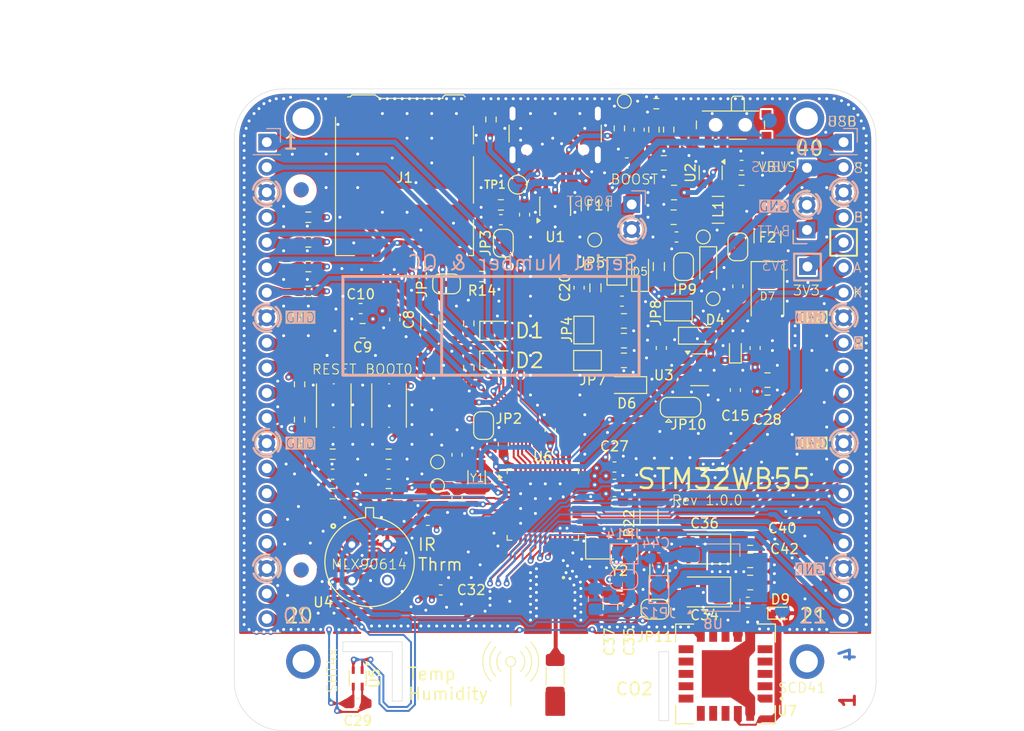
<source format=kicad_pcb>
(kicad_pcb (version 20241229) (generator "pcbnew") (generator_version "9.0")
  (layers (0 "F.Cu" signal) (4 "In1.Cu" signal) (6 "In2.Cu" signal) (2 "B.Cu" signal) (13 "F.Paste" user) (15 "B.Paste" user) (5 "F.SilkS" user "F.Silkscreen") (7 "B.SilkS" user "B.Silkscreen") (1 "F.Mask" user) (3 "B.Mask" user) (25 "Edge.Cuts" user))
  (net 0 "")
  (net 1 "GND")
  (net 2 "/RF")
  (net 3 "/RF_ANT")
  (net 4 "+3V3")
  (net 5 "/VDDA")
  (net 6 "Net-(JP9-B)")
  (net 7 "Net-(D5-A)")
  (net 8 "/NRST")
  (net 9 "/BOOT0")
  (net 10 "VBUS")
  (net 11 "Net-(U2-FB)")
  (net 12 "Net-(U2-EN)")
  (net 13 "Net-(U6-PC14)")
  (net 14 "Net-(U3-NR)")
  (net 15 "Net-(JP4-A)")
  (net 16 "Net-(D7-A1)")
  (net 17 "Net-(D6-A)")
  (net 18 "Net-(U6-PC15)")
  (net 19 "Net-(D2-K)")
  (net 20 "+BATT")
  (net 21 "VUSB")
  (net 22 "/USB_D+")
  (net 23 "Net-(D1-K)")
  (net 26 "Net-(J2-CC1)")
  (net 27 "/USB_D-")
  (net 28 "/GP0")
  (net 29 "/GP1")
  (net 30 "/GP14")
  (net 31 "/GP2")
  (net 32 "/GP13")
  (net 33 "/GP11")
  (net 34 "/GP6")
  (net 35 "/GP9")
  (net 36 "/GP10")
  (net 37 "/GP4")
  (net 38 "/GP3")
  (net 39 "/GP5")
  (net 40 "/GP8")
  (net 41 "/GP7")
  (net 42 "/GP12")
  (net 43 "/GP15")
  (net 44 "/GP23")
  (net 45 "/GP18")
  (net 46 "/GP19")
  (net 47 "/GP20")
  (net 48 "/BkpBAT")
  (net 49 "/GP16")
  (net 50 "/GP22")
  (net 51 "/GP17")
  (net 52 "/GP24")
  (net 53 "/GP21")
  (net 54 "Net-(J2-CC2)")
  (net 55 "/SD_DET_B")
  (net 56 "/SD_IRQ")
  (net 57 "/SD_DET_A")
  (net 59 "Net-(JP10-C)")
  (net 60 "Net-(JP11-A)")
  (net 61 "Net-(U2-L)")
  (net 62 "Net-(SW1-B)")
  (net 63 "Net-(R12-Pad2)")
  (net 64 "Net-(R18-Pad2)")
  (net 65 "/HSE_IN")
  (net 66 "/HSE_OUT")
  (net 68 "Net-(D8-K)")
  (net 69 "unconnected-(AE2-FEED-Pad1)")
  (net 96 "Net-(JP3-B)")
  (net 97 "Net-(J4-Pin_6)")
  (net 98 "/SD_IRQ_BRK")
  (net 100 "+3.3VP")
  (net 101 "Net-(JP13-A)")
  (footprint "Diode_SMD:D_SOD-523" (layer "F.Cu") (at 133.75 126.5 90)
    (property "Reference" "D3" (hide yes))
    (property "Value" "PESD3V3S1UB")
  )
  (footprint "Resistor_SMD:R_0603_1608Metric_Pad0.98x0.95mm_HandSolder" (layer "F.Cu") (at 106.75 123.75 90)
    (property "Reference" "R9" (hide yes))
    (property "Value" "1k")
  )
  (footprint "Capacitor_SMD:C_0603_1608Metric_Pad1.08x0.95mm_HandSolder" (layer "F.Cu") (at 122.2625 121.5)
    (property "Reference" "C17" (hide yes))
    (property "Value" "100n")
  )
  (footprint "Resistor_SMD:R_0603_1608Metric_Pad0.98x0.95mm_HandSolder" (layer "F.Cu") (at 90.5 118 180)
    (property "Reference" "R21" (hide yes))
    (property "Value" "10k")
  )
  (footprint "Inductor_SMD:L_1210_3225Metric_Pad1.42x2.65mm_HandSolder" (layer "F.Cu") (at 132 112.25)
    (property "Reference" "L1")
    (property "Value" "4u7")
  )
  (footprint "Capacitor_SMD:C_0805_2012Metric_Pad1.18x1.45mm_HandSolder" (layer "F.Cu") (at 137 129.5)
    (property "Reference" "C19" (hide yes))
    (property "Value" "10u")
  )
  (footprint "Capacitor_Tantalum_SMD:CP_EIA-3528-21_Kemet-B_HandSolder" (layer "F.Cu") (at 130.6275 146.6 180)
    (property "Reference" "C36")
    (property "Value" "100u")
  )
  (footprint "Resistor_SMD:R_0603_1608Metric_Pad0.98x0.95mm_HandSolder" (layer "F.Cu") (at 92.95 141 180)
    (property "Reference" "R20" (hide yes))
    (property "Value" "1meg")
  )
  (footprint "Resistor_SMD:R_1206_3216Metric_Pad1.30x1.75mm_HandSolder" (layer "F.Cu") (at 126 148.9 -90)
    (property "Reference" "R23" (hide yes))
    (property "Value" "0")
  )
  (footprint "Connector_USB:USB_C_Receptacle_GCT_USB4105-xx-A_16P_TopMnt_Horizontal" (layer "F.Cu") (at 115.5 103.575 180)
    (property "Reference" "J2" (hide yes))
    (property "Value" "USB_C_Receptacle_USB2.0_16P")
  )
  (footprint "Package_TO_SOT_SMD:Texas_R-PDSO-G6" (layer "F.Cu") (at 131.25 108.5 -90)
    (property "Reference" "U2")
    (property "Value" "TPS61220DCK")
  )
  (footprint "Package_TO_SOT_SMD:SOT-23-5_HandSoldering" (layer "F.Cu") (at 130.125 128.45)
    (property "Reference" "U3")
    (property "Value" "TPS73233DBV")
  )
  (footprint "Resistor_SMD:R_1206_3216Metric_Pad1.30x1.75mm_HandSolder" (layer "F.Cu") (at 125 143.35 -90)
    (property "Reference" "R22")
    (property "Value" "0")
  )
  (footprint "Resistor_SMD:R_0603_1608Metric_Pad0.98x0.95mm_HandSolder" (layer "F.Cu") (at 125.75 101.5 180)
    (property "Reference" "R7" (hide yes))
    (property "Value" "100k")
  )
  (footprint "Diode_SMD:D_SOD-323_HandSoldering" (layer "F.Cu") (at 124.1 118.5 90)
    (property "Reference" "D5")
    (property "Value" "1N5819WS")
  )
  (footprint "Fiducial:Fiducial_1.5mm_Mask3mm" (layer "F.Cu") (at 137.6 110.8)
    (property "Reference" "FID2" (hide yes))
    (property "Value" "Fiducial")
  )
  (footprint "Capacitor_SMD:C_0805_2012Metric_Pad1.18x1.45mm_HandSolder" (layer "F.Cu") (at 121.1 152.5 -90)
    (property "Reference" "C37")
    (property "Value" "1u")
  )
  (footprint "Resistor_SMD:R_0603_1608Metric_Pad0.98x0.95mm_HandSolder" (layer "F.Cu") (at 92.9625 137 180)
    (property "Reference" "R18" (hide yes))
    (property "Value" "5k1")
  )
  (footprint "TestPoint:TestPoint_Pad_D1.0mm" (layer "F.Cu") (at 131.5 121.25)
    (property "Reference" "TP4" (hide yes))
    (property "Value" "BattInAlt")
  )
  (footprint "Package_TO_SOT_SMD:SOT-23-6" (layer "F.Cu") (at 115.5 111.8875 90)
    (property "Reference" "U1")
    (property "Value" "USBLC6-4SC6")
  )
  (footprint "Inductor_SMD:L_0805_2012Metric_Pad1.05x1.20mm_HandSolder" (layer "F.Cu") (at 126 118 90)
    (property "Reference" "FB2" (hide yes))
    (property "Value" "FerriteBead_Small")
  )
  (footprint "Capacitor_SMD:C_0603_1608Metric_Pad1.08x0.95mm_HandSolder" (layer "F.Cu") (at 133.75 130.5 -90)
    (property "Reference" "C15")
    (property "Value" "10n")
  )
  (footprint "Capacitor_SMD:C_0603_1608Metric_Pad1.08x0.95mm_HandSolder" (layer "F.Cu") (at 115 134.55 90)
    (property "Reference" "C18" (hide yes))
    (property "Value" "100n")
  )
  (footprint "Jumper:SolderJumper-2_P1.3mm_Bridged_RoundedPad1.0x1.5mm" (layer "F.Cu") (at 110.25 115.625 90)
    (property "Reference" "JP3")
    (property "Value" "SD_DET_BREAKER")
  )
  (footprint "Capacitor_SMD:C_0603_1608Metric_Pad1.08x0.95mm_HandSolder" (layer "F.Cu") (at 92.9625 139.025 180)
    (property "Reference" "C13" (hide yes))
    (property "Value" "100n")
  )
  (footprint "Resistor_SMD:R_0603_1608Metric_Pad0.98x0.95mm_HandSolder" (layer "F.Cu") (at 98.625 141 180)
    (property "Reference" "R17" (hide yes))
    (property "Value" "1meg")
  )
  (footprint "Inductor_SMD:L_1206_3216Metric_Pad1.22x1.90mm_HandSolder" (layer "F.Cu") (at 115.5 159.5 90)
    (property "Reference" "AE2" (hide yes))
    (property "Value" "Antenna_Chip")
  )
  (footprint "Capacitor_SMD:C_0603_1608Metric_Pad1.08x0.95mm_HandSolder" (layer "F.Cu") (at 135.75 126.25 90)
    (property "Reference" "C16" (hide yes))
    (property "Value" "100n")
  )
  (footprint "MountingHole:MountingHole_2.2mm_M2_ISO7380_Pad_TopBottom" (layer "F.Cu") (at 90 103)
    (property "Reference" "H1" (hide yes))
    (property "Value" "M2")
  )
  (footprint "Jumper:SolderJumper-2_P1.3mm_Bridged_RoundedPad1.0x1.5mm" (layer "F.Cu") (at 108.25 134.100001 -90)
    (property "Reference" "JP2")
    (property "Value" "VBATBreaker")
  )
  (footprint "Diode_SMD:D_SOD-323_HandSoldering" (layer "F.Cu") (at 131 118 -90)
    (property "Reference" "D8" (hide yes))
    (property "Value" "1N5819WS")
  )
  (footprint "Resistor_SMD:R_0603_1608Metric_Pad0.98x0.95mm_HandSolder" (layer "F.Cu") (at 90.5 120.5 180)
    (property "Reference" "R16" (hide yes))
    (property "Value" "10k")
  )
  (footprint "MountingHole:MountingHole_2.2mm_M2_ISO7380_Pad_TopBottom" (layer "F.Cu") (at 90 158)
    (property "Reference" "H3" (hide yes))
    (property "Value" "M2")
  )
  (footprint "Capacitor_SMD:C_0603_1608Metric_Pad1.08x0.95mm_HandSolder" (layer "F.Cu") (at 126.25 126.25 90)
    (property "Reference" "C25" (hide yes))
    (property "Value" "100n")
  )
  (footprint "Capacitor_SMD:C_0603_1608Metric_Pad1.08x0.95mm_HandSolder" (layer "F.Cu") (at 110.25 136 90)
    (property "Reference" "C14" (hide yes))
    (property "Value" "100n")
  )
  (footprint "Capacitor_SMD:C_0805_2012Metric_Pad1.18x1.45mm_HandSolder" (layer "F.Cu") (at 122.4625 125.5)
    (property "Reference" "C24" (hide yes))
    (property "Value" "10u")
  )
  (footprint "Jumper:SolderJumper-3_P1.3mm_Bridged12_RoundedPad1.0x1.5mm" (layer "F.Cu") (at 128.2 132.25)
    (property "Reference" "JP10")
    (property "Value" "LDODisable")
  )
  (footprint "Capacitor_Tantalum_SMD:CP_EIA-3528-21_Kemet-B_HandSolder" (layer "F.Cu") (at 130.6275 150.95 180)
    (property "Reference" "C34")
    (property "Value" "100u")
  )
  (footprint "Capacitor_SMD:C_0603_1608Metric_Pad1.08x0.95mm_HandSolder" (layer "F.Cu") (at 134 120 -90)
    (property "Reference" "C23" (hide yes))
    (property "Value" "100n")
  )
  (footprint "LED_SMD:LED_0805_2012Metric_Pad1.15x1.40mm_HandSolder" (layer "F.Cu") (at 109.725 127.5)
    (property "Reference" "D2")
    (property "Value" "LED")
  )
  (footprint "Jumper:SolderJumper-2_P1.3mm_Bridged_RoundedPad1.0x1.5mm" (layer "F.Cu") (at 128.5 118 90)
    (property "Reference" "JP9")
    (property "Value" "BypassBatteryFerriteBead")
  )
  (footprint "Jumper:SolderJumper-2_P1.3mm_Open_TrianglePad1.0x1.5mm" (layer "F.Cu") (at 118.775 127.5)
    (property "Reference" "JP7")
    (property "Value" "BypassVUSBDiode")
  )
  (footprint "Diode_SMD:D_SOD-323_HandSoldering" (layer "F.Cu") (at 122.75 130 180)
    (property "Reference" "D6")
    (property "Value" "1N5819WS")
  )
  (footprint "Diode_SMD:D_SOD-523" (layer "F.Cu") (at 138.3 153.1)
    (property "Reference" "D9")
    (property "Value" "PESD3V3S1UB")
  )
  (footprint "Resistor_SMD:R_0603_1608Metric_Pad0.98x0.95mm_HandSolder" (layer "F.Cu") (at 90.5 115.5 180)
    (property "Reference" "R19" (hide yes))
    (property "Value" "10k")
  )
  (footprint "Button_Switch_SMD:SW_SPDT_PCM12" (layer "F.Cu") (at 133.25 103.975 180)
    (property "Reference" "SW1" (hide yes))
    (property "Value" "BatteryPowerEnable")
  )
  (footprint "Capacitor_SMD:C_0603_1608Metric_Pad1.08x0.95mm_HandSolder" (layer "F.Cu") (at 122.75 107.5 180)
    (property "Reference" "C7" (hide yes))
    (property "Value" "100n")
  )
  (footprint "footprints:MLPF-WB55-01E3_STM-M" (layer "F.Cu") (at 115.25 148.906999 180)
    (property "Reference" "AE1" (hide yes))
    (property "Value" "MLPF-WB55-01E3")
  )
  (footprint "Jumper:SolderJumper-2_P1.3mm_Open_TrianglePad1.0x1.5mm" (layer "F.Cu") (at 118.4 124.425 -90)
    (property "Reference" "JP4")
    (property "Value" "BypassVUSBFerriteBead")
  )
  (footprint "Crystal:Crystal_SMD_2016-4Pin_2.0x1.6mm" (layer "F.Cu") (at 120 146.4)
    (property "Reference" "Y2")
    (property "Value" "32MHz")
  )
  (footprint "Capacitor_SMD:C_0603_1608Metric_Pad1.08x0.95mm_HandSolder" (layer "F.Cu") (at 124 104.1375 90)
    (property "Reference" "C5" (hide yes))
    (property "Value" "10p")
  )
  (footprint "Jumper:SolderJumper-2_P1.3mm_Bridged_RoundedPad1.0x1.5mm" (layer "F.Cu") (at 134 116 90)
    (property "Reference" "JP6" (hide yes))
    (property "Value" "BatteryDiodeBypass")
  )
  (footprint "Resistor_SMD:R_0603_1608Metric_Pad0.98x0.95mm_HandSolder" (layer "F.Cu") (at 134.375 109.25)
    (property "Reference" "R5" (hide yes))
    (property "Value" "10k")
  )
  (footprint "Resistor_SMD:R_0603_1608Metric_Pad0.98x0.95mm_HandSolder" (layer "F.Cu") (at 98.625 137 180)
    (property "Reference" "R12" (hide yes))
    (property "Value" "5k1")
  )
  (footprint "Diode_SMD:D_SMA" (layer "F.Cu") (at 137 121 -90)
    (property "Reference" "D7")
    (property "Value" "SMAJ5.0A")
  )
  (footprint "Jumper:SolderJumper-2_P1.3mm_Bridged_RoundedPad1.0x1.5mm" (layer "F.Cu") (at 125.6 152.7 180)
    (property "Reference" "JP11")
    (property "Value" "VDDABreaker")
  )
  (footprint "Jumper:SolderJumper-2_P1.3mm_Open_TrianglePad1.0x1.5mm" (layer "F.Cu") (at 127.975 122.5 180)
    (property "Reference" "JP8")
    (property "Value" "BypassLDO")
  )
  (footprint "Fiducial:Fiducial_1.5mm_Mask3mm" (layer "F.Cu") (at 89.75 148.75)
    (property "Reference" "FID3" (hide yes))
    (property "Value" "Fiducial")
  )
  (footprint "Capacitor_SMD:C_0805_2012Metric_Pad1.18x1.45mm_HandSolder" (layer "F.Cu") (at 127.5375 110.5 180)
    (property "Reference" "C2" (hide yes))
    (property "Value" "1u")
  )
  (footprint "Capacitor_SMD:C_0603_1608Metric_Pad1.08x0.95mm_HandSolder" (layer "F.Cu") (at 105.562454 141.459256 -90)
    (property "Reference" "C31" (hide yes))
    (property "Value" "C")
  )
  (footprint "Capacitor_SMD:C_0603_1608Metric_Pad1.08x0.95mm_HandSolder" (layer "F.Cu") (at 103.907898 150.75)
    (property "Reference" "C32")
    (property "Value" "100n")
  )
  (footprint "Resistor_SMD:R_0603_1608Metric_Pad0.98x0.95mm_HandSolder" (layer "F.Cu") (at 125.5 104.125 90)
    (property "Reference" "R4" (hide yes))
    (property "Value" "910k")
  )
  (footprint "TestPoint:TestPoint_Pad_D1.5mm" (layer "F.Cu") (at 111.7 109.7)
    (property "Reference" "TP1")
    (property "Value" "USBPowerConnMonitor")
  )
  (footprint "Resistor_SMD:R_1206_3216Metric_Pad1.30x1.75mm_HandSolder" (layer "F.Cu") (at 102.8 123.65 -90)
    (property "Reference" "R10" (hide yes))
    (property "Value" "0")
  )
  (footprint "Crystal:Crystal_SMD_3215-2Pin_3.2x1.5mm" (layer "F.Cu") (at 107.542353 139.337936 -90)
    (property "Reference" "Y1")
    (property "Value" "32.768kHz")
  )
  (footprint "Capacitor_SMD:C_0603_1608Metric_Pad1.08x0.95mm_HandSolder" (layer "F.Cu") (at 95.8 122.25 180)
    (property "Reference" "C10")
    (property "Value" "10u")
  )
  (footprint "TestPoint:TestPoint_Pad_D1.0mm" (layer "F.Cu") (at 119.5 115.3)
    (property "Reference" "TP6" (hide yes))
    (property "Value" "VUSBProtMon")
  )
  (footprint "Button_Switch_SMD:SW_Push_1P1T_NO_Vertical_Wuerth_434133025816" (layer "F.Cu") (at 98.675 132.075 90)
    (property "Reference" "SW2" (hide yes))
    (property "Value" "Boot0Button")
  )
  (footprint "Jumper:SolderJumper-2_P1.3mm_Bridged_RoundedPad1.0x1.5mm" (layer "F.Cu") (at 104.5 119.75)
    (property "Reference" "JP1")
    (property "Value" "SD_IRQ_BREAKER")
  )
  (footprint "Capacitor_SMD:C_0603_1608Metric_Pad1.08x0.95mm_HandSolder" (layer "F.Cu") (at 121.507712 138.299999)
    (property "Reference" "C27")
    (property "Value" "100n")
  )
  (footprint "Capacitor_SMD:C_0805_2012Metric_Pad1.18x1.45mm_HandSolder" (layer "F.Cu") (at 137 131.75)
    (property "Reference" "C28")
    (property "Value" "4u7")
  )
  (footprint "Button_Switch_SMD:SW_Push_1P1T_NO_Vertical_Wuerth_434133025816" (layer "F.Cu") (at 93.075 132.075 90)
    (property "Reference" "SW3" (hide yes))
    (property "Value" "RSTButton")
  )
  (footprint "Resistor_SMD:R_0603_1608Metric_Pad0.98x0.95mm_HandSolder" (layer "F.Cu") (at 108.1 119 180)
    (property "Reference" "R14")
    (property "Value" "5k1")
  )
  (footprint "Capacitor_SMD:C_0603_1608Metric_Pad1.08x0.95mm_HandSolder" (layer "F.Cu") (at 127.7875 115 180)
    (property "Reference" "C26" (hide yes))
    (property "Value" "100n")
  )
  (footprint "Capacitor_SMD:C_0805_2012Metric_Pad1.18x1.45mm_HandSolder" (layer "F.Cu") (at 122.4625 127.5)
    (property "Reference" "C22" (hide yes))
    (property "Value" "22u")
  )
  (footprint "Connector_Card:microSD_HC_Hirose_DM3AT-SF-PEJM5" (layer "F.Cu") (at 100.25 109 180)
    (property "Reference" "J1")
    (property "Value" "Micro_SD_Card_Det_Hirose_DM3AT")
  )
  (footprint "Capacitor_SMD:C_0603_1608Metric_Pad1.08x0.95mm_HandSolder" (layer "F.Cu") (at 110 113.25 180)
    (property "Reference" "C1" (hide yes))
    (property "Value" "10n")
  )
  (footprint "Inductor_SMD:L_0805_2012Metric_Pad1.05x1.20mm_HandSolder" (layer "F.Cu") (at 119.58 120.15 -90)
    (property "Reference" "FB1" (hide yes))
    (property "Value" "FerriteBead_Small")
  )
  (footprint "Capacitor_SMD:C_0805_2012Metric_Pad1.18x1.45mm_HandSolder" (layer "F.Cu") (at 126.5 107.5 180)
    (property "Reference" "C4" (hide yes))
    (property "Value" "10u")
  )
  (footprint "Capacitor_SMD:C_0603_1608Metric_Pad1.08x0.95mm_HandSolder" (layer "F.Cu") (at 98.625 139.025 180)
    (property "Reference" "C11" (hide yes))
    (property "Value" "100n")
  )
  (footprint "TestPoint:TestPoint_Pad_D1.0mm" (layer "F.Cu") (at 122.5 101.25)
    (property "Reference" "TP2" (hide yes))
    (property "Value" "BoostFBMon")
  )
  (footprint "Capacitor_SMD:C_0603_1608Metric_Pad1.08x0.95mm_HandSolder" (layer "F.Cu") (at 121.507712 140.05)
    (property "Reference" "C41" (hide yes))
    (property "Value" "100n")
  )
  (footprint "Fuse:Fuse_1210_3225Metric_Pad1.42x2.65mm_HandSolder" (layer "F.Cu") (at 119.5 111.75 -90)
    (property "Reference" "F1")
    (property "Value" "6V, 1.1A")
  )
  (footprint "Capacitor_SMD:C_0603_1608Metric_Pad1.08x0.95mm_HandSolder" (layer "F.Cu") (at 105.562454 137.061222 90)
    (property "Reference" "C12" (hide yes))
    (property "Value" "C")
  )
  (footprint "Capacitor_SMD:C_0603_1608Metric_Pad1.08x0.95mm_HandSolder" (layer "F.Cu") (at 134.375 107.75)
    (property "Reference" "C6" (hide yes))
    (property "Value" "100n")
  )
  (footprint "Diode_SMD:D_SOD-323_HandSoldering" (layer "F.Cu") (at 130 125)
    (property "Reference" "D4")
    (property "Value" "1N5819WS")
  )
  (footprint "Capacitor_SMD:C_0603_1608Metric_Pad1.08x0.95mm_HandSolder" (layer "F.Cu") (at 95.5 162.25)
    (property "Reference" "C29")
    (property "Value" "100n")
  )
  (footprint "Capacitor_SMD:C_0603_1608Metric_Pad1.08x0.95mm_HandSolder" (layer "F.Cu") (at 112.4 112.7375 -90)
    (property "Reference" "C43" (hide yes))
    (property "Value" "100n")
  )
  (footprint "Resistor_SMD:R_0603_1608Metric_Pad0.98x0.95mm_HandSolder" (layer "F.Cu") (at 109 103.1 90)
    (property "Reference" "R2" (hide yes))
    (property "Value" "5k1")
  )
  (footprint "Fiducial:Fiducial_1.5mm_Mask3mm" (layer "F.Cu") (at 141.25 148.75)
    (property "Reference" "FID4" (hide yes))
    (property "Value" "Fiducial")
  )
  (footprint "MountingHole:MountingHole_2.2mm_M2_ISO7380_Pad_TopBottom" (layer "F.Cu") (at 141 158)
    (property "Reference" "H4" (hide yes))
    (property "Value" "M2")
  )
  (footprint "Package_DFN_QFN:QFN-48-1EP_7x7mm_P0.5mm_EP5.6x5.6mm" (layer "F.Cu") (at 114.25 142.1)
    (property "Reference" "U6")
    (property "Value" "STM32WB55CGUx")
  )
  (footprint "MountingHole:MountingHole_2.2mm_M2_ISO7380_Pad_TopBottom" (layer "F.Cu") (at 141 103)
    (property "Reference" "H2" (hide yes))
    (property "Value" "M2")
  )
  (footprint "Resistor_SMD:R_0603_1608Metric_Pad0.98x0.95mm_HandSolder" (layer "F.Cu") (at 90.5 113 180)
    (property "Reference" "R1" (hide yes))
    (property "Value" "10k")
  )
  (footprint "TestPoint:TestPoint_Pad_D1.0mm" (layer "F.Cu") (at 103.582555 137.782301 -45)
    (property "Reference" "TP3" (hide yes))
    (property "Value" "LSEMon2")
  )
  (footprint "TestPoint:TestPoint_Pad_D1.0mm" (layer "F.Cu") (at 130.5 115)
    (property "Reference" "TP5" (hide yes))
    (property "Value" "BoostVinMon")
  )
  (footprint "Resistor_SMD:R_0603_1608Metric_Pad0.98x0.95mm_HandSolder" (layer "F.Cu") (at 89.614307 133.5 90)
    (property "Reference" "R15" (hide yes))
    (property "Value" "5k1")
  )
  (footprint "Jumper:SolderJumper-2_P1.3mm_Open_TrianglePad1.0x1.5mm" (layer "F.Cu") (at 121.75 118.475 -90)
    (property "Reference" "JP5")
    (property "Value" "BypassBoostDiode")
  )
  (footprint "Capacitor_SMD:C_0805_2012Metric_Pad1.18x1.45mm_HandSolder" (layer "F.Cu") (at 135.25 147.75)
    (property "Reference" "C42")
    (property "Value" "10u")
  )
  (footprint "Resistor_SMD:R_0603_1608Metric_Pad0.98x0.95mm_HandSolder" (layer "F.Cu") (at 110 111.75 180)
    (property "Reference" "R3" (hide yes))
    (property "Value" "5k1")
  )
  (footprint "Capacitor_SMD:C_0603_1608Metric_Pad1.08x0.95mm_HandSolder" (layer "F.Cu") (at 117.92 120.1375 90)
    (property "Reference" "C20")
    (property "Value" "100n")
  )
  (footprint "LED_SMD:LED_0805_2012Metric_Pad1.15x1.40mm_HandSolder" (layer "F.Cu") (at 109.725 124.5)
    (property "Reference" "D1")
    (property "Value" "LED")
  )
  (footprint "Capacitor_SMD:C_0805_2012Metric_Pad1.18x1.45mm_HandSolder" (layer "F.Cu") (at 122.4625 123.5)
    (property "Reference" "C21" (hide yes))
    (property "Value" "1u")
  )
  (footprint "Capacitor_SMD:C_0805_2012Metric_Pad1.18x1.45mm_HandSolder" (layer "F.Cu") (at 135.25 145.5)
    (property "Reference" "C40")
    (property "Value" "10u")
  )
  (footprint "Sensor_Humidity:Sensirion_DFN-4_1.5x1.5mm_P0.8mm_SHT4x_NoCentralPad" (layer "F.Cu") (at 95.5 159.7 -90)
    (property "Reference" "U5")
    (property "Value" "SHT4x")
  )
  (footprint "Resistor_SMD:R_0603_1608Metric_Pad0.98x0.95mm_HandSolder" (layer "F.Cu") (at 122 104 90)
    (property "Reference" "R8" (hide yes))
    (property "Value" "5k1")
  )
  (footprint "Resistor_SMD:R_0603_1608Metric_Pad0.98x0.95mm_HandSolder" (layer "F.Cu") (at 106.75 128.25 -90)
    (property "Reference" "R11" (hide yes))
    (property "Value" "1k")
  )
  (footprint "Capacitor_SMD:C_0603_1608Metric_Pad1.08x0.95mm_HandSolder" (layer "F.Cu") (at 135 152)
    (property "Reference" "C39" (hide yes))
    (property "Value" "100n")
  )
  (footprint "Capacitor_SMD:C_0805_2012Metric_Pad1.18x1.45mm_HandSolder" (layer "F.Cu") (at 135.25 150)
    (property "Reference" "C38" (hide yes))
    (property "Value" "10u")
  )
  (footprint "Capacitor_SMD:C_0603_1608Metric_Pad1.08x0.95mm_HandSolder" (layer "F.Cu") (at 99.25 123.3625 -90)
    (property "Reference" "C8")
    (property "Value" "100n")
  )
  (footprint "SCD41-D-R2:XDCR_SCD41-D-R2" (layer "F.Cu") (at 132.75 159.25 180)
    (property "Reference" "U7")
    (property "Value" "SCD41-D-R2")
  )
  (footprint "Capacitor_SMD:C_0603_1608Metric_Pad1.08x0.95mm_HandSolder" (layer "F.Cu") (at 102.6 143.7 180)
    (property "Reference" "C30" (hide yes))
    (property "Value" "100n")
  )
  (footprint "Capacitor_SMD:C_0805_2012Metric_Pad1.18x1.45mm_HandSolder" (layer "F.Cu") (at 96 124.5 180)
    (property "Reference" "C9")
    (property "Value" "1u")
  )
  (footprint "Fiducial:Fiducial_1.5mm_Mask3mm" (layer "F.Cu") (at 89.75 110.25)
    (property "Reference" "FID1" (hide yes))
    (property "Value" "Fiducial")
  )
  (footprint "Capacitor_SMD:C_0603_1608Metric_Pad1.08x0.95mm_HandSolder" (layer "F.Cu") (at 122.85 152.25 -90)
    (property "Reference" "C35")
    (property "Value" "10n")
  )
  (footprint "Resistor_SMD:R_0603_1608Metric_Pad0.98x0.95mm_HandSolder" (layer "F.Cu") (at 89.614307 129.925 -90)
    (property "Reference" "R13" (hide yes))
    (property "Value" "5k1")
  )
  (footprint "MLX90614ESF_symb_footprint:TO254P942H425-4" (layer "F.Cu") (at 96.703949 147.953949 -45)
    (property "Reference" "U4")
    (property "Value" "MLX90614ESF-BAA")
  )
  (footprint "Resistor_SMD:R_0603_1608Metric_Pad0.98x0.95mm_HandSolder" (layer "F.Cu") (at 127 104.125 90)
    (property "Reference" "R6" (hide yes))
    (property "Value" "1.5meg")
  )
  (footprint "Capacitor_SMD:C_0603_1608Metric_Pad1.08x0.95mm_HandSolder" (layer "F.Cu") (at 121.507712 141.8)
    (property "Reference" "C33" (hide yes))
    (property "Value" "100n")
  )
  (footprint "Capacitor_SMD:C_0805_2012Metric_Pad1.18x1.45mm_HandSolder" (layer "F.Cu") (at 127.5 113 180)
    (property "Reference" "C3" (hide yes))
    (property "Value" "10u")
  )
  (footprint "Fuse:Fuse_1210_3225Metric_Pad1.42x2.65mm_HandSolder" (layer "F.Cu") (at 137 115 -90)
    (property "Reference" "F2")
    (property "Value" "6V, 1.1A")
  )
  (footprint "TestPoint:TestPoint_Pad_D1.0mm" (layer "F.Cu") (at 103.582555 140.186464 -45)
    (property "Reference" "TP7" (hide yes))
    (property "Value" "LSEMon1")
  )
  (footprint "Jumper:SolderJumper-2_P1.3mm_Open_TrianglePad1.0x1.5mm" (layer "B.Cu") (at 122.475 147.1 180)
    (property "Reference" "JP14")
    (property "Value" "BypassBoostDiode")
  )
  (footprint "Package_TO_SOT_SMD:SOT-223-3_TabPin2" (layer "B.Cu") (at 132.3 149.5)
    (property "Reference" "U8")
    (property "Value" "AMS1117-3.3")
  )
  (footprint "Fiducial:Fiducial_1.5mm_Mask3mm" (layer "B.Cu") (at 138.5 152.8)
    (property "Reference" "FID8" (hide yes))
    (property "Value" "Fiducial")
  )
  (footprint "Jumper:SolderJumper-2_P1.3mm_Open_TrianglePad1.0x1.5mm" (layer "B.Cu") (at 126 150.7 -90)
    (property "Reference" "JP12")
    (property "Value" "BypassBoostDiode")
  )
  (footprint "Fiducial:Fiducial_1.5mm_Mask3mm" (layer "B.Cu") (at 137.2 103.2)
    (property "Reference" "FID7" (hide yes))
    (property "Value" "Fiducial")
  )
  (footprint "Fiducial:Fiducial_1.5mm_Mask3mm" (layer "B.Cu") (at 89.8 110.2)
    (property "Reference" "FID6" (hide yes))
    (property "Value" "Fiducial")
  )
  (footprint "Capacitor_SMD:C_0805_2012Metric_Pad1.18x1.45mm_HandSolder" (layer "B.Cu") (at 119.6 151.6625 90)
    (property "Reference" "C45" (hide yes))
    (property "Value" "10u")
  )
  (footprint "Connector_PinHeader_2.54mm:PinHeader_1x02_P2.54mm_Vertical" (layer "B.Cu") (at 123.25 111.71 180)
    (property "Reference" "J5" (hide yes))
    (property "Value" "BoostOutput")
  )
  (footprint "Fiducial:Fiducial_1.5mm_Mask3mm" (layer "B.Cu") (at 89.8 148.7)
    (property "Reference" "FID5" (hide yes))
    (property "Value" "Fiducial")
  )
  (footprint "Jumper:SolderJumper-2_P1.3mm_Bridged_RoundedPad1.0x1.5mm" (layer "B.Cu") (at 122.45 149.7 180)
    (property "Reference" "JP13" (hide yes))
    (property "Value" "BatteryDiodeBypass")
  )
  (footprint "Connector_PinHeader_2.54mm:PinHeader_1x01_P2.54mm_Vertical" (layer "B.Cu") (at 141.05 118)
    (property "Reference" "TP9" (hide yes))
    (property "Value" "LDOOutMon")
  )
  (footprint "Connector_PinHeader_2.54mm:PinHeader_1x01_P2.54mm_Vertical" (layer "B.Cu") (at 141 108)
    (property "Reference" "TP8" (hide yes))
    (property "Value" "LDOVinMon")
  )
  (footprint "Connector_PinHeader_2.54mm:PinHeader_1x02_P2.54mm_Vertical" (layer "B.Cu") (at 141 114.29)
    (property "Reference" "J3" (hide yes))
    (property "Value" "BatteryInput")
  )
  (footprint "Capacitor_SMD:C_0603_1608Metric_Pad1.08x0.95mm_HandSolder" (layer "B.Cu") (at 126 147.5 180)
    (property "Reference" "C44")
    (property "Value" "1u")
  )
  (footprint "Connector_PinHeader_2.54mm:PinHeader_1x20_P2.54mm_Vertical" (layer "B.Cu") (at 144.71 105.4 180)
    (property "Reference" "J4" (hide yes))
    (property "Value" "BreakOut2")
  )
  (footprint "Capacitor_SMD:C_0603_1608Metric_Pad1.08x0.95mm_HandSolder" (layer "B.Cu") (at 122.33 151.7 180)
    (property "Reference" "C46" (hide yes))
    (property "Value" "100n")
  )
  (footprint "Connector_PinHeader_2.54mm:PinHeader_1x20_P2.54mm_Vertical" (layer "B.Cu") (at 86.29 105.4 180)
    (property "Reference" "J6" (hide yes))
    (property "Value" "BreakOut1")
  )
  (gr_circle (center 86.29 148.578733) (end 87.19 147.478733) (stroke (width 0.2) (type dash)) (fill no) (layer "F.SilkS"))
  (gr_circle (center 144.71 123.184825) (end 145.61 122.484825) (stroke (width 0.15)) (fill no) (layer "F.SilkS"))
  (gr_circle (center 123.25 114.259825) (end 124.15 113.159825) (stroke (width 0.2) (type dash)) (fill no) (layer "F.SilkS"))
  (gr_circle (center 111 158) (end 111 158.5) (stroke (width 0.1)) (fill no) (layer "F.SilkS"))
  (gr_circle (center 86.29 110.478733) (end 87.19 109.378733) (stroke (width 0.2) (type dash)) (fill no) (layer "F.SilkS"))
  (gr_circle (center 86.29 148.578733) (end 87.19 147.878733) (stroke (width 0.15)) (fill no) (layer "F.SilkS"))
  (gr_circle (center 86.29 135.865175) (end 87.19 135.165175) (stroke (width 0.15)) (fill no) (layer "F.SilkS"))
  (gr_circle (center 144.71 148.584825) (end 145.61 147.884825) (stroke (width 0.15)) (fill no) (layer "F.SilkS"))
  (gr_circle (center 141 111.75) (end 141.9 110.65) (stroke (width 0.2) (type dash)) (fill no) (layer "F.SilkS"))
  (gr_circle (center 141 111.75) (end 141.9 111.05) (stroke (width 0.15)) (fill no) (layer "F.SilkS"))
  (gr_circle (center 144.71 148.584825) (end 145.61 147.484825) (stroke (width 0.2) (type dash)) (fill no) (layer "F.SilkS"))
  (gr_circle (center 86.29 123.178733) (end 87.19 122.478733) (stroke (width 0.15)) (fill no) (layer "F.SilkS"))
  (gr_circle (center 144.71 110.484825) (end 145.61 109.384825) (stroke (width 0.2) (type dash)) (fill no) (layer "F.SilkS"))
  (gr_arc (start 110 159) (mid 109.585786 158) (end 110 157) (stroke (width 0.1)) (layer "F.SilkS"))
  (gr_rect (start 139.7 116.7) (end 142.4 119.4) (stroke (width 0.2)) (fill no) (layer "F.SilkS"))
  (gr_line (start 111 162.5) (end 111 158.5) (stroke (width 0.1)) (layer "F.SilkS"))
  (gr_circle (center 144.71 123.184825) (end 145.61 122.084825) (stroke (width 0.2) (type dash)) (fill no) (layer "F.SilkS"))
  (gr_circle (center 123.25 114.259825) (end 124.15 113.559825) (stroke (width 0.15)) (fill no) (layer "F.SilkS"))
  (gr_circle (center 144.71 135.871267) (end 145.61 134.771267) (stroke (width 0.2) (type dash)) (fill no) (layer "F.SilkS"))
  (gr_circle (center 86.29 135.865175) (end 87.19 134.765175) (stroke (width 0.2) (type dash)) (fill no) (layer "F.SilkS"))
  (gr_circle (center 86.29 110.478733) (end 87.19 109.778733) (stroke (width 0.15)) (fill no) (layer "F.SilkS"))
  (gr_arc (start 112.5 156.5) (mid 113.12132 158) (end 112.5 159.5) (stroke (width 0.1)) (layer "F.SilkS"))
  (gr_arc (start 113 156) (mid 113.828427 158) (end 113 160) (stroke (width 0.1)) (layer "F.SilkS"))
  (gr_circle (center 86.29 123.178733) (end 87.19 122.078733) (stroke (width 0.2) (type dash)) (fill no) (layer "F.SilkS"))
  (gr_line (start 140.95 115.675) (end 139.6 115.675) (stroke (width 0.12)) (layer "F.SilkS"))
  (gr_arc (start 112 157) (mid 112.414214 158) (end 112 159) (stroke (width 0.1)) (layer "F.SilkS"))
  (gr_circle (center 144.71 135.871267) (end 145.61 135.171267) (stroke (width 0.15)) (fill no) (layer "F.SilkS"))
  (gr_arc (start 109 160) (mid 108.171573 158) (end 109 156) (stroke (width 0.1)) (layer "F.SilkS"))
  (gr_arc (start 109.5 159.5) (mid 108.87868 158) (end 109.5 156.5) (stroke (width 0.1)) (layer "F.SilkS"))
  (gr_circle (center 144.71 110.484825) (end 145.61 109.784825) (stroke (width 0.15)) (fill no) (layer "F.SilkS"))
  (gr_line (start 139.6 114.325) (end 139.6 115.675) (stroke (width 0.12)) (layer "F.SilkS"))
  (gr_rect (start 143.36 114.2) (end 146.06 116.9) (stroke (width 0.2)) (fill no) (layer "F.SilkS"))
  (gr_circle (center 144.706267 148.575) (end 145.606267 147.875) (stroke (width 0.15)) (fill no) (layer "B.SilkS"))
  (gr_circle (center 86.280175 110.475) (end 87.180175 109.775) (stroke (width 0.15)) (fill no) (layer "B.SilkS"))
  (gr_circle (center 144.706267 135.861442) (end 145.606267 135.161442) (stroke (width 0.15)) (fill no) (layer "B.SilkS"))
  (gr_circle (center 144.706267 110.475) (end 145.606267 109.375) (stroke (width 0.2) (type dash)) (fill no) (layer "B.SilkS"))
  (gr_circle (center 86.280175 123.175) (end 87.180175 122.075) (stroke (width 0.2) (type dash)) (fill no) (layer "B.SilkS"))
  (gr_rect (start 94 119) (end 124 129) (stroke (width 0.3)) (fill no) (layer "B.SilkS"))
  (gr_circle (center 86.280175 135.861442) (end 87.180175 134.761442) (stroke (width 0.2) (type dash)) (fill no) (layer "B.SilkS"))
  (gr_circle (center 141 111.759825) (end 141.9 110.659825) (stroke (width 0.2) (type dash)) (fill no) (layer "B.SilkS"))
  (gr_circle (center 123.25 114.259825) (end 124.15 113.559825) (stroke (width 0.15)) (fill no) (layer "B.SilkS"))
  (gr_circle (center 86.280175 148.575) (end 87.180175 147.875) (stroke (width 0.15)) (fill no) (layer "B.SilkS"))
  (gr_circle (center 86.280175 110.475) (end 87.180175 109.375) (stroke (width 0.2) (type dash)) (fill no) (layer "B.SilkS"))
  (gr_circle (center 144.706267 123.175) (end 145.606267 122.475) (stroke (width 0.15)) (fill no) (layer "B.SilkS"))
  (gr_circle (center 141 111.759825) (end 141.9 111.059825) (stroke (width 0.15)) (fill no) (layer "B.SilkS"))
  (gr_circle (center 86.280175 123.175) (end 87.180175 122.475) (stroke (width 0.15)) (fill no) (layer "B.SilkS"))
  (gr_circle (center 144.706267 135.861442) (end 145.606267 134.761442) (stroke (width 0.2) (type dash)) (fill no) (layer "B.SilkS"))
  (gr_circle (center 86.280175 148.575) (end 87.180175 147.475) (stroke (width 0.2) (type dash)) (fill no) (layer "B.SilkS"))
  (gr_rect (start 139.7 116.7) (end 142.4 119.4) (stroke (width 0.2)) (fill no) (layer "B.SilkS"))
  (gr_circle (center 144.706267 148.575) (end 145.606267 147.475) (stroke (width 0.2) (type dash)) (fill no) (layer "B.SilkS"))
  (gr_circle (center 144.706267 123.175) (end 145.606267 122.075) (stroke (width 0.2) (type dash)) (fill no) (layer "B.SilkS"))
  (gr_circle (center 123.25 114.259825) (end 124.15 113.159825) (stroke (width 0.2) (type dash)) (fill no) (layer "B.SilkS"))
  (gr_line (start 104 129) (end 104 119) (stroke (width 0.3)) (layer "B.SilkS"))
  (gr_circle (center 86.280175 135.861442) (end 87.180175 135.161442) (stroke (width 0.15)) (fill no) (layer "B.SilkS"))
  (gr_circle (center 144.706267 110.475) (end 145.606267 109.775) (stroke (width 0.15)) (fill no) (layer "B.SilkS"))
  (gr_line (start 88 100) (end 143 100) (stroke (width 0.05)) (layer "Edge.Cuts"))
  (gr_line (start 99 157) (end 99 162) (stroke (width 0.05)) (layer "Edge.Cuts"))
  (gr_line (start 143 165) (end 88 165) (stroke (width 0.05)) (layer "Edge.Cuts"))
  (gr_line (start 148 105) (end 148 160) (stroke (width 0.05)) (layer "Edge.Cuts"))
  (gr_line (start 94 156) (end 94 157) (stroke (width 0.05)) (layer "Edge.Cuts"))
  (gr_line (start 100 156) (end 94 156) (stroke (width 0.05)) (layer "Edge.Cuts"))
  (gr_line (start 126 164) (end 127 164) (stroke (width 0.05)) (layer "Edge.Cuts"))
  (gr_line (start 100 162) (end 100 156) (stroke (width 0.05)) (layer "Edge.Cuts"))
  (gr_arc (start 148 160) (mid 146.535534 163.535534) (end 143 165) (stroke (width 0.05)) (layer "Edge.Cuts"))
  (gr_line (start 83 160) (end 83 105) (stroke (width 0.05)) (layer "Edge.Cuts"))
  (gr_line (start 127 164) (end 127 157) (stroke (width 0.05)) (layer "Edge.Cuts"))
  (gr_line (start 126 157) (end 127 157) (stroke (width 0.05)) (layer "Edge.Cuts"))
  (gr_arc (start 143 100) (mid 146.535534 101.464466) (end 148 105) (stroke (width 0.05)) (layer "Edge.Cuts"))
  (gr_line (start 99 162) (end 100 162) (stroke (width 0.05)) (layer "Edge.Cuts"))
  (gr_line (start 126 157) (end 126 164) (stroke (width 0.05)) (layer "Edge.Cuts"))
  (gr_arc (start 88 165) (mid 84.464466 163.535534) (end 83 160) (stroke (width 0.05)) (layer "Edge.Cuts"))
  (gr_arc (start 83 105) (mid 84.464466 101.464466) (end 88 100) (stroke (width 0.05)) (layer "Edge.Cuts"))
  (gr_line (start 94 157) (end 99 157) (stroke (width 0.05)) (layer "Edge.Cuts"))
  (gr_text "1" (at 146 162.840943 90) (layer "F.Cu") (effects (font (size 1.5 1.5) (thickness 0.3) (bold yes)) (justify left bottom)))
  (gr_text "4" (at 146 156.340943 90) (layer "B.Cu") (effects (font (size 1.5 1.5) (thickness 0.3) (bold yes)) (justify left bottom mirror)))
  (gr_text "VBUS" (at 136 108.5 0) (layer "F.SilkS") (effects (font (size 1 1) (thickness 0.1)) (justify left bottom)))
  (gr_text "USB" (at 143 103.9 0) (layer "F.SilkS") (effects (font (size 1 1) (thickness 0.1)) (justify left bottom)))
  (gr_text "20\n" (at 88 154.249998 0) (layer "F.SilkS") (effects (font (size 1.5 1.5) (thickness 0.1875)) (justify left bottom)))
  (gr_text "BOOT0" (at 96.2 129 0) (layer "F.SilkS") (effects (font (size 1 1) (thickness 0.1)) (justify left bottom)))
  (gr_text "S" (at 145.7 108.6 0) (layer "F.SilkS") (effects (font (size 1 1) (thickness 0.1)) (justify left bottom)))
  (gr_text "STM32WB55" (at 123.625 140.675 0) (layer "F.SilkS") (effects (font (size 2 2) (thickness 0.25)) (justify left bottom)))
  (gr_text "MLX90614\n" (at 92.75 148.75 0) (layer "F.SilkS") (effects (font (size 1 1) (thickness 0.1)) (justify left bottom)))
  (gr_text "Temp\nHumidity\n" (at 100.5 162 0) (layer "F.SilkS") (effects (font (size 1.25 1.25) (thickness 0.15625)) (justify left bottom)))
  (gr_text "1" (at 87.9 106.25 0) (layer "F.SilkS") (effects (font (size 1.5 1.5) (thickness 0.1875)) (justify left bottom)))
  (gr_text "SCD41" (at 138 161.25 0) (layer "F.SilkS") (effects (font (size 1 1) (thickness 0.1)) (justify left bottom)))
  (gr_text "CO2" (at 125.5 161.5 0) (layer "F.SilkS") (effects (font (size 1.25 1.25) (thickness 0.15625)) (justify right bottom)))
  (gr_text "BOOST\n" (at 121.052512 109.752513 0) (layer "F.SilkS") (effects (font (size 1 1) (thickness 0.1)) (justify left bottom)))
  (gr_text "40\n" (at 139.7 106.9 0) (layer "F.SilkS") (effects (font (size 1.5 1.5) (thickness 0.1875)) (justify left bottom)))
  (gr_text "3V3" (at 139.5 121 0) (layer "F.SilkS") (effects (font (size 1 1) (thickness 0.1)) (justify left bottom)))
  (gr_text "GND" (at 140 123.75 0) (layer "F.SilkS" knockout) (effects (font (size 1 1) (thickness 0.1)) (justify left bottom)))
  (gr_text "A" (at 145.6 118.7 0) (layer "F.SilkS") (effects (font (size 1 1) (thickness 0.1)) (justify left bottom)))
  (gr_text "21\n" (at 140.1 154.249998 0) (layer "F.SilkS") (effects (font (size 1.5 1.5) (thickness 0.1875)) (justify left bottom)))
  (gr_text "GND" (at 88.1 136.5 0) (layer "F.SilkS" knockout) (effects (font (size 1 1) (thickness 0.1)) (justify left bottom)))
  (gr_text "GND" (at 140 136.5 0) (layer "F.SilkS" knockout) (effects (font (size 1 1) (thickness 0.1)) (justify left bottom)))
  (gr_text "RESET" (at 90.8 129 0) (layer "F.SilkS") (effects (font (size 1 1) (thickness 0.1)) (justify left bottom)))
  (gr_text "IR\nThrm" (at 101.5 148.9 0) (layer "F.SilkS") (effects (font (size 1.25 1.25) (thickness 0.15625)) (justify left bottom)))
  (gr_text "Rev 1.0.0" (at 127.25 142.25 0) (layer "F.SilkS") (effects (font (size 1 1) (thickness 0.1)) (justify left bottom)))
  (gr_text "K" (at 145.6 121.2 0) (layer "F.SilkS") (effects (font (size 1 1) (thickness 0.1)) (justify left bottom)))
  (gr_text "GND" (at 88.1 123.75 0) (layer "F.SilkS" knockout) (effects (font (size 1 1) (thickness 0.1)) (justify left bottom)))
  (gr_text "SHT4x\n" (at 93.5 161.25 90) (layer "F.SilkS") (effects (font (size 1 1) (thickness 0.1)) (justify left bottom)))
  (gr_text "B" (at 145.65 113.6 0) (layer "F.SilkS") (effects (font (size 1 1) (thickness 0.1)) (justify left bottom)))
  (gr_text "R" (at 145.625 126.35 0) (layer "F.SilkS" knockout) (effects (font (size 1 1) (thickness 0.1)) (justify left bottom)))
  (gr_text "VBUS" (at 139.25 108.5 0) (layer "B.SilkS") (effects (font (size 1 1) (thickness 0.1)) (justify left bottom mirror)))
  (gr_text "GND" (at 142.9 123.75 0) (layer "B.SilkS" knockout) (effects (font (size 1 1) (thickness 0.1)) (justify left bottom mirror)))
  (gr_text "3V3" (at 139.25 118.5 0) (layer "B.SilkS") (effects (font (size 1 1) (thickness 0.1)) (justify left bottom mirror)))
  (gr_text "USB" (at 146.1 103.9 0) (layer "B.SilkS") (effects (font (size 1 1) (thickness 0.1)) (justify left bottom mirror)))
  (gr_text "B" (at 146.8 113.6 0) (layer "B.SilkS") (effects (font (size 1 1) (thickness 0.1)) (justify left bottom mirror)))
  (gr_text "1" (at 89.5 106.25 0) (layer "B.SilkS") (effects (font (size 1.5 1.5) (thickness 0.1875)) (justify left bottom mirror)))
  (gr_text "40\n" (at 142.75 106.825 0) (layer "B.SilkS") (effects (font (size 1.5 1.5) (thickness 0.1875)) (justify left bottom mirror)))
  (gr_text "GND" (at 142.9 149.25 0) (layer "B.SilkS" knockout) (effects (font (size 1 1) (thickness 0.1)) (justify left bottom mirror)))
  (gr_text "21\n" (at 143.1 154.25 0) (layer "B.SilkS") (effects (font (size 1.5 1.5) (thickness 0.1875)) (justify left bottom mirror)))
  (gr_text "BATT" (at 139.4 115 0) (layer "B.SilkS") (effects (font (size 1 1) (thickness 0.1)) (justify left bottom mirror)))
  (gr_text "A" (at 146.6 118.7 0) (layer "B.SilkS") (effects (font (size 1 1) (thickness 0.1)) (justify left bottom mirror)))
  (gr_text "GND" (at 91.3 123.75 0) (layer "B.SilkS" knockout) (effects (font (size 1 1) (thickness 0.1)) (justify left bottom mirror)))
  (gr_text "Serial Number & QC" (at 124 118.5 0) (layer "B.SilkS") (effects (font (size 1.5 1.5) (thickness 0.1875)) (justify left bottom mirror)))
  (gr_text "R" (at 146.8 126.35 0) (layer "B.SilkS" knockout) (effects (font (size 1 1) (thickness 0.1)) (justify left bottom mirror)))
  (gr_text "BOOST\n" (at 121.5 112 0) (layer "B.SilkS") (effects (font (size 1 1) (thickness 0.1)) (justify left bottom mirror)))
  (gr_text "GND" (at 91.3 136.5 0) (layer "B.SilkS" knockout) (effects (font (size 1 1) (thickness 0.1)) (justify left bottom mirror)))
  (gr_text "GND" (at 142.9 136.5 0) (layer "B.SilkS" knockout) (effects (font (size 1 1) (thickness 0.1)) (justify left bottom mirror)))
  (gr_text "GND" (at 139.25 112.5 0) (layer "B.SilkS" knockout) (effects (font (size 1 1) (thickness 0.1)) (justify left bottom mirror)))
  (gr_text "K" (at 146.7 121.2 0) (layer "B.SilkS") (effects (font (size 1 1) (thickness 0.1)) (justify left bottom mirror)))
  (gr_text "S" (at 146.7 108.6 0) (layer "B.SilkS") (effects (font (size 1 1) (thickness 0.1)) (justify left bottom mirror)))
  (gr_text "20\n" (at 90.9 154.25 0) (layer "B.SilkS") (effects (font (size 1.5 1.5) (thickness 0.1875)) (justify left bottom mirror)))
  (segment (start 93.401 163) (end 93.501 163.1) (width 0.2) (layer "F.Cu") (net 1))
  (segment (start 120.2 154.5) (end 121.8 154.5) (width 0.5) (layer "F.Cu") (net 1))
  (segment (start 135.25 155.25) (end 135.25 154.75) (width 1) (layer "F.Cu") (net 1))
  (segment (start 123.7 154.2) (end 123.7 153.164214) (width 0.2) (layer "F.Cu") (net 1))
  (segment (start 96.704898 147.404898) (end 99.995102 147.404898) (width 0.2) (layer "F.Cu") (net 1))
  (segment (start 135.25 155.25) (end 135.25 156.75) (width 1) (layer "F.Cu") (net 1))
  (segment (start 121.1 154.4) (end 121 154.5) (width 0.5) (layer "F.Cu") (net 1))
  (segment (start 122.2125 153.1125) (end 122.85 153.1125) (width 0.7) (layer "F.Cu") (net 1))
  (segment (start 121.5625 153.5375) (end 121.1 153.5375) (width 0.7) (layer "F.Cu") (net 1))
  (segment (start 117.1 128.25) (end 117.85 129) (width 0.2) (layer "F.Cu") (net 1))
  (segment (start 121.9875 153.1125) (end 121.5625 153.5375) (width 0.7) (layer "F.Cu") (net 1))
  (segment (start 114.937499 133.687499) (end 115 133.687499) (width 0.5) (layer "F.Cu") (net 1))
  (segment (start 125.88902 100.724) (end 127.474 100.724) (width 0.2) (layer "F.Cu") (net 1))
  (segment (start 114.437499 133.687499) (end 114.401 133.651) (width 0.7) (layer "F.Cu") (net 1))
  (segment (start 114.401 132.730346) (end 113.710327 132.039673) (width 0.7) (layer "F.Cu") (net 1))
  (segment (start 125.740984 100.827784) (end 125.547438 100.827784) (width 0.2) (layer "F.Cu") (net 1))
  (segment (start 93.501 163.1) (end 95.5125 163.1) (width 0.2) (layer "F.Cu") (net 1))
  (segment (start 95.95 160.5) (end 95.95 161.8375) (width 0.2) (layer "F.Cu") (net 1))
  (segment (start 125 111.7) (end 124.9 111.8) (width 0.5) (layer "F.Cu") (net 1))
  (segment (start 92.075 141) (end 92.075 141.275) (width 0.5) (layer "F.Cu") (net 1))
  (segment (start 118 117) (end 117.1 117.9) (width 0.2) (layer "F.Cu") (net 1))
  (segment (start 122.2125 153.1125) (end 121.9875 153.1125) (width 0.7) (layer "F.Cu") (net 1))
  (segment (start 93.3 123) (end 93.3 122.3) (width 0.5) (layer "F.Cu") (net 1))
  (segment (start 116.224265 147.774265) (end 116.002 147.552) (width 0.2) (layer "F.Cu") (net 1))
  (segment (start 95.5125 163.1) (end 96.3625 162.25) (width 0.2) (layer "F.Cu") (net 1))
  (segment (start 124.826 100.724) (end 124.75 100.8) (width 0.2) (layer "F.Cu") (net 1))
  (segment (start 106.099 142.383303) (end 106.099 142.798) (width 1) (layer "F.Cu") (net 1))
  (segment (start 95.95 147.25) (end 96.55 147.25) (width 0.2) (layer "F.Cu") (net 1))
  (segment (start 116 146.041479) (end 115.999999 145.5375) (width 0.2) (layer "F.Cu") (net 1))
  (segment (start 113.710327 132.039673) (end 113 131.329346) (width 0.7) (layer "F.Cu") (net 1))
  (segment (start 135.25 156.75) (end 132.75 159.25) (width 1) (layer "F.Cu") (net 1))
  (segment (start 116.002 147.552) (end 116.002 146.04348) (width 0.2) (layer "F.Cu") (net 1))
  (segment (start 135.2375 107.2375) (end 134.3 106.3) (width 0.5) (layer "F.Cu") (net 1))
  (segment (start 119.050001 141.349999) (end 119.1 141.3) (width 0.2) (layer "F.Cu") (net 1))
  (segment (start 93.6 123.3) (end 93.3 123) (width 0.5) (layer "F.Cu") (net 1))
  (segment (start 115.5 113.025) (end 115.5 113.980214) (width 0.5) (layer "F.Cu") (net 1))
  (segment (start 123.85 101.25) (end 124.3 100.8) (width 0.2) (layer "F.Cu") (net 1))
  (segment (start 105.562454 142.321757) (end 106.037454 142.321757) (width 1) (layer "F.Cu") (net 1))
  (segment (start 116.325735 147.774265) (end 116.224265 147.774265) (width 0.2) (layer "F.Cu") (net 1))
  (segment (start 124.3 100.8) (end 124.75 100.8) (width 0.2) (layer "F.Cu") (net 1))
  (segment (start 96.55 147.25) (end 96.704898 147.404898) (width 0.2) (layer "F.Cu") (net 1))
  (segment (start 125.547438 100.827784) (end 125.443654 100.724) (width 0.2) (layer "F.Cu") (net 1))
  (segment (start 116.325735 147.774265) (end 116.325735 147.875735) (width 0.2) (layer "F.Cu") (net 1))
  (segment (start 121.1 153.5375) (end 121.1 154.4) (width 0.5) (layer "F.Cu") (net 1))
  (segment (start 126.5 111.7) (end 125 111.7) (width 0.5) (layer "F.Cu") (net 1))
  (segment (start 136.2875 150) (end 136.2875 151.575) (width 0.7) (layer "F.Cu") (net 1))
  (segment (start 113 131.329346) (end 113 131) (width 0.7) (layer "F.Cu") (net 1))
  (segment (start 117.1 117.9) (end 117.1 128.25) (width 0.2) (layer "F.Cu") (net 1))
  (segment (start 125.740984 100.827784) (end 125.785236 100.827784) (width 0.2) (layer "F.Cu") (net 1))
  (segment (start 123.7 153.164214) (end 123.648286 153.1125) (width 0.2) (layer "F.Cu") (net 1))
  (segment (start 115 133.687499) (end 114.437499 133.687499) (width 0.7) (layer "F.Cu") (net 1))
  (segment (start 135.25 163.25) (end 135.25 161.75) (width 1) (layer "F.Cu") (net 1))
  (segment (start 135.25 161.75) (end 132.75 159.25) (width 1) (layer "F.Cu") (net 1))
  (segment (start 114.401 133) (end 114.401 132.730346) (width 0.7) (layer "F.Cu") (net 1))
  (segment (start 94.9 123.3) (end 93.6 123.3) (width 0.5) (layer "F.Cu") (net 1))
  (segment (start 92.075 141.275) (end 94.2 143.4) (width 0.5) (layer "F.Cu") (net 1))
  (segment (start 125.443654 100.724) (end 124.826 100.724) (width 0.2) (layer "F.Cu") (net 1))
  (segment (start 135.923 154.077) (end 136 154.077) (width 1) (layer "F.Cu") (net 1))
  (segment (start 136.2875 151.575) (end 135.8625 152) (width 0.7) (layer "F.Cu") (net 1))
  (segment (start 123.648286 153.1125) (end 122.85 153.1125) (width 0.2) (layer "F.Cu") (net 1))
  (segment (start 117.6875 141.349999) (end 119.050001 141.349999) (width 0.2) (layer "F.Cu") (net 1))
  (segment (start 116.325735 147.875735) (end 116.75 148.3) (width 0.2) (layer "F.Cu") (net 1))
  (segment (start 123.4 154.5) (end 123.7 154.2) (width 0.2) (layer "F.Cu") (net 1))
  (segment (start 127.474 100.724) (end 127.75 101) (width 0.2) (layer "F.Cu") (net 1))
  (segment (start 99.995102 147.404898) (end 100.4 147) (width 0.2) (layer "F.Cu") (net 1))
  (segment (start 135.2375 107.75) (end 135.2375 107.2375) (width 0.5) (layer "F.Cu") (net 1))
  (segment (start 114.401 133.651) (end 114.401 133) (width 0.7) (layer "F.Cu") (net 1))
  (segment (start 106.037454 142.321757) (end 106.099 142.383303) (width 1) (layer "F.Cu") (net 1))
  (segment (start 135.25 154.75) (end 135.923 154.077) (width 1) (layer "F.Cu") (net 1))
  (segment (start 116.002 146.04348) (end 116 146.041479) (width 0.2) (layer "F.Cu") (net 1))
  (segment (start 125.785236 100.827784) (end 125.88902 100.724) (width 0.2) (layer "F.Cu") (net 1))
  (segment (start 117.85 129) (end 118 129) (width 0.2) (layer "F.Cu") (net 1))
  (segment (start 95.95 161.8375) (end 96.3625 162.25) (width 0.2) (layer "F.Cu") (net 1))
  (via (at 143.25 141.25) (size 0.6) (drill 0.3) (layers "F.Cu" "B.Cu") (net 1))
  (via (at 107 149.5) (size 0.6) (drill 0.3) (layers "F.Cu" "B.Cu") (net 1))
  (via (at 141.5 126.5) (size 0.6) (drill 0.3) (layers "F.Cu" "B.Cu") (net 1))
  (via (at 98.5 101) (size 0.6) (drill 0.3) (layers "F.Cu" "B.Cu") (net 1))
  (via (at 115.5 102.5) (size 0.6) (drill 0.3) (layers "F.Cu" "B.Cu") (net 1))
  (via (at 127.3 128) (size 0.6) (drill 0.3) (layers "F.Cu" "B.Cu") (net 1))
  (via (at 147 152) (size 0.6) (drill 0.3) (layers "F.Cu" "B.Cu") (net 1))
  (via (at 122.45 128.55) (size 0.6) (drill 0.3) (layers "F.Cu" "B.Cu") (net 1))
  (via (at 99.25 101) (size 0.6) (drill 0.3) (layers "F.Cu" "B.Cu") (net 1))
  (via (at 91 154.75) (size 0.6) (drill 0.3) (layers "F.Cu" "B.Cu") (net 1))
  (via (at 147 120.5) (size 0.6) (drill 0.3) (layers "F.Cu" "B.Cu") (net 1))
  (via (at 113 149) (size 0.6) (drill 0.3) (layers "F.Cu" "B.Cu") (net 1))
  (via (at 130 101) (size 0.6) (drill 0.3) (layers "F.Cu" "B.Cu") (net 1))
  (via (at 113.6 150.2) (size 0.6) (drill 0.3) (layers "F.Cu" "B.Cu") (net 1))
  (via (at 104.3 154.4) (size 0.6) (drill 0.3) (layers "F.Cu" "B.Cu") (net 1))
  (via (at 143 110) (size 0.6) (drill 0.3) (layers "F.Cu" "B.Cu") (net 1))
  (via (at 84 154.25) (size 0.6) (drill 0.3) (layers "F.Cu" "B.Cu") (net 1))
  (via (at 120.5 108.5) (size 0.6) (drill 0.3) (layers "F.Cu" "B.Cu") (net 1))
  (via (at 139.25 154.75) (size 0.6) (drill 0.3) (layers "F.Cu" "B.Cu") (net 1))
  (via (at 141.46 139.05) (size 0.6) (drill 0.3) (layers "F.Cu" "B.Cu") (net 1))
  (via (at 125.55 137.4) (size 0.6) (drill 0.3) (layers "F.Cu" "B.Cu") (net 1))
  (via (at 93.3 122.3) (size 0.6) (drill 0.3) (layers "F.Cu" "B.Cu") (net 1))
  (via (at 84 105.5) (size 0.6) (drill 0.3) (layers "F.Cu" "B.Cu") (net 1))
  (via (at 84 149) (size 0.6) (drill 0.3) (layers "F.Cu" "B.Cu") (net 1))
  (via (at 137.7 150) (size 0.6) (drill 0.3) (layers "F.Cu" "B.Cu") (net 1))
  (via (at 140.75 154.75) (size 0.6) (drill 0.3) (layers "F.Cu" "B.Cu") (net 1))
  (via (at 120.6 103.7) (size 0.6) (drill 0.3) (layers "F.Cu" "B.Cu") (net 1))
  (via (at 114.5 140) (size 0.6) (drill 0.3) (layers "F.Cu" "B.Cu") (net 1))
  (via (at 147 111.5) (size 0.6) (drill 0.3) (layers "F.Cu" "B.Cu") (net 1))
  (via (at 118.05 149.95) (size 0.6) (drill 0.3) (layers "F.Cu" "B.Cu") (net 1))
  (via (at 84 144.5) (size 0.6) (drill 0.3) (layers "F.Cu" "B.Cu") (net 1))
  (via (at 133.3 134.9) (size 0.6) (drill 0.3) (layers "F.Cu" "B.Cu") (net 1))
  (via (at 94.969669 154.8) (size 0.6) (drill 0.3) (layers "F.Cu" "B.Cu") (net 1))
  (via (at 121.5 101.75) (size 0.6) (drill 0.3) (layers "F.Cu" "B.Cu") (net 1))
  (via (at 129.75 107.35) (size 0.6) (drill 0.3) (layers "F.Cu" "B.Cu") (net 1))
  (via (at 131.9 114.3) (size 0.6) (drill 0.3) (layers "F.Cu" "B.Cu") (net 1))
  (via (at 120.7 148.5) (size 0.6) (drill 0.3) (layers "F.Cu" "B.Cu") (net 1))
  (via (at 116.7 144.5) (size 0.6) (drill 0.3) (layers "F.Cu" "B.Cu") (net 1))
  (via (at 147 125) (size 0.6) (drill 0.3) (layers "F.Cu" "B.Cu") (net 1))
  (via (at 84 133.25) (size 0.6) (drill 0.3) (layers "F.Cu" "B.Cu") (net 1))
  (via (at 113 125) (size 0.6) (drill 0.3) (layers "F.Cu" "B.Cu") (net 1))
  (via (at 140.783227 145.28234) (size 0.6) (drill 0.3) (layers "F.Cu" "B.Cu") (net 1))
  (via (at 106 101) (size 0.6) (drill 0.3) (layers "F.Cu" "B.Cu") (net 1))
  (via (at 138.25 101) (size 0.6) (drill 0.3) (layers "F.Cu" "B.Cu") (net 1))
  (via (at 97.3 127) (size 0.6) (drill 0.3) (layers "F.Cu" "B.Cu") (net 1))
  (via (at 127.5 152.7) (size 0.6) (drill 0.3) (layers "F.Cu" "B.Cu") (net 1))
  (via (at 91.519669 140.080331) (size 0.6) (drill 0.3) (layers "F.Cu" "B.Cu") (net 1))
  (via (at 113.6 153.4) (size 0.6) (drill 0.3) (layers "F.Cu" "B.Cu") (net 1))
  (via (at 137.1 154.7) (size 0.6) (drill 0.3) (layers "F.Cu" "B.Cu") (net 1))
  (via (at 128.2 154.5) (size 0.6) (drill 0.3) (layers "F.Cu" "B.Cu") (net 1))
  (via (at 125.6 139.2) (size 0.6) (drill 0.3) (layers "F.Cu" "B.Cu") (net 1))
  (via (at 112 141) (size 0.6) (drill 0.3) (layers "F.Cu" "B.Cu") (net 1))
  (via (at 115.75 101) (size 0.6) (drill 0.3) (layers "F.Cu" "B.Cu") (net 1))
  (via (at 104.3 123.6) (size 0.6) (drill 0.3) (layers "F.Cu" "B.Cu") (net 1))
  (via (at 123.4 128.7) (size 0.6) (drill 0.3) (layers "F.Cu" "B.Cu") (net 1))
  (via (at 84 148.25) (size 0.6) (drill 0.3) (layers "F.Cu" "B.Cu") (net 1))
  (via (at 101 136) (size 0.6) (drill 0.3) (layers "F.Cu" "B.Cu") (net 1))
  (via (at 84 119) (size 0.6) (drill 0.3) (layers "F.Cu" "B.Cu") (net 1))
  (via (at 88 101) (size 0.6) (drill 0.3) (layers "F.Cu" "B.Cu") (net 1))
  (via (at 103.5 154.4) (size 0.6) (drill 0.3) (layers "F.Cu" "B.Cu") (net 1))
  (via (at 88.7 100.85) (size 0.6) (drill 0.3) (layers "F.Cu" "B.Cu") (net 1))
  (via (at 109.9 154.4) (size 0.6) (drill 0.3) (layers "F.Cu" "B.Cu") (net 1))
  (via (at 108.3 154.4) (size 0.6) (drill 0.3) (layers "F.Cu" "B.Cu") (net 1))
  (via (at 84 114.5) (size 0.6) (drill 0.3) (layers "F.Cu" "B.Cu") (net 1))
  (via (at 105.2 113.6) (size 0.6) (drill 0.3) (layers "F.Cu" "B.Cu") (net 1))
  (via (at 84 116) (size 0.6) (drill 0.3) (layers "F.Cu" "B.Cu") (net 1))
  (via (at 133 122.5) (size 0.6) (drill 0.3) (layers "F.Cu" "B.Cu") (net 1))
  (via (at 84 120.5) (size 0.6) (drill 0.3) (layers "F.Cu" "B.Cu") (net 1))
  (via (at 123.85 101.25) (size 0.6) (drill 0.3) (layers "F.Cu" "B.Cu") (net 1))
  (via (at 134.3 106.3) (size 0.6) (drill 0.3) (layers "F.Cu" "B.Cu") (net 1))
  (via (at 135.25 101) (size 0.6) (drill 0.3) (layers "F.Cu" "B.Cu") (net 1))
  (via (at 87.4 132.2) (size 0.6) (drill 0.3) (layers "F.Cu" "B.Cu") (net 1))
  (via (at 143.75 101) (size 0.6) (drill 0.3) (layers "F.Cu" "B.Cu") (net 1))
  (via (at 133.75 101) (size 0.6) (drill 0.3) (layers "F.Cu" "B.Cu") (net 1))
  (via (at 84 128) (size 0.6) (drill 0.3) (layers "F.Cu" "B.Cu") (net 1))
  (via (at 113.6 148.6) (size 0.6) (drill 0.3) (layers "F.Cu" "B.Cu") (net 1))
  (via (at 95.1 115.6) (size 0.6) (drill 0.3) (layers "F.Cu" "B.Cu") (net 1))
  (via (at 120.2 154.5) (size 0.6) (drill 0.3) (layers "F.Cu" "B.Cu") (net 1))
  (via (at 95 132) (size 0.6) (drill 0.3) (layers "F.Cu" "B.Cu") (net 1))
  (via (at 117.5 152.6) (size 0.6) (drill 0.3) (layers "F.Cu" "B.Cu") (net 1))
  (via (at 124.9 124) (size 0.6) (drill 0.3) (layers "F.Cu" "B.Cu") (net 1))
  (via (at 131.1 153.2) (size 0.6) (drill 0.3) (layers "F.Cu" "B.Cu") (net 1))
  (via (at 84 116.75) (size 0.6) (drill 0.3) (layers "F.Cu" "B.Cu") (net 1))
  (via (at 84 125.75) (size 0.6) (drill 0.3) (layers "F.Cu" "B.Cu") (net 1))
  (via (at 84 123.5) (size 0.6) (drill 0.3) (layers "F.Cu" "B.Cu") (net 1))
  (via (at 128.5 101) (size 0.6) (drill 0.3) (layers "F.Cu" "B.Cu") (net 1))
  (via (at 108 110) (size 0.6) (drill 0.3) (layers "F.Cu" "B.Cu") (net 1))
  (via (at 117.5 151.8) (size 0.6) (drill 0.3) (layers "F.Cu" "B.Cu") (net 1))
  (via (at 124.85 125.45) (size 0.6) (drill 0.3) (layers "F.Cu" "B.Cu") (net 1))
  (via (at 117.5 110.5) (size 0.6) (drill 0.3) (layers "F.Cu" "B.Cu") (net 1))
  (via (at 118.5 104) (size 0.6) (drill 0.3) (layers "F.Cu" "B.Cu") (net 1))
  (via (at 125 154.5) (size 0.6) (drill 0.3) (layers "F.Cu" "B.Cu") (net 1))
  (via (at 130.5 122.5) (size 0.6) (drill 0.3) (layers "F.Cu" "B.Cu") (net 1))
  (via (at 101.9 154.4) (size 0.6) (drill 0.3) (layers "F.Cu" "B.Cu") (net 1))
  (via (at 147 148.25) (size 0.6) (drill 0.3) (layers "F.Cu" "B.Cu") (net 1))
  (via (at 99.2 118.3) (size 0.6) (drill 0.3) (layers "F.Cu" "B.Cu") (net 1))
  (via (at 88.1 146.1) (size 0.6) (drill 0.3) (layers "F.Cu" "B.Cu") (net 1))
  (via (at 113.6 149.4) (size 0.6) (drill 0.3) (layers "F.Cu" "B.Cu") (net 1))
  (via (at 144 116.9) (size 0.6) (drill 0.3) (layers "F.Cu" "B.Cu") (net 1))
  (via (at 84 142.25) (size 0.6) (drill 0.3) (layers "F.Cu" "B.Cu") (net 1))
  (via (at 88 111.9) (size 0.6) (drill 0.3) (layers "F.Cu" "B.Cu") (net 1))
  (via (at 127.7 148.5) (size 0.6) (drill 0.3) (layers "F.Cu" "B.Cu") (net 1))
  (via (at 131 131) (size 0.6) (drill 0.3) (layers "F.Cu" "B.Cu") (net 1))
  (via (at 91 130) (size 0.6) (drill 0.3) (layers "F.Cu" "B.Cu") (net 1))
  (via (at 116.5 101) (size 0.6) (drill 0.3) (layers "F.Cu" "B.Cu") (net 1))
  (via (at 84 128.75) (size 0.6) (drill 0.3) (layers "F.Cu" "B.Cu") (net 1))
  (via (at 117 149.6) (size 0.6) (drill 0.3) (layers "F.Cu" "B.Cu") (net 1))
  (via (at 117.65 149.4) (size 0.6) (drill 0.3) (layers "F.Cu" "B.Cu") (net 1))
  (via (at 122.35 139.15) (size 0.6) (drill 0.3) (layers "F.Cu" "B.Cu") (net 1))
  (via (at 103 132.5) (size 0.6) (drill 0.3) (layers "F.Cu" "B.Cu") (net 1))
  (via (at 109.8 120.3) (size 0.6) (drill 0.3) (layers "F.Cu" "B.Cu") (net 1))
  (via (at 131.7 139.375) (size 0.6) (drill 0.3) (layers "F.Cu" "B.Cu") (net 1))
  (via (at 125.740984 100.827784) (size 0.6) (drill 0.3) (layers "F.Cu" "B.Cu") (net 1))
  (via (at 102.4 152.8) (size 0.6) (drill 0.3) (layers "F.Cu" "B.Cu") (net 1))
  (via (at 147 121.25) (size 0.6) (drill 0.3) (layers "F.Cu" "B.Cu") (net 1))
  (via (at 84 107) (size 0.6) (drill 0.3) (layers "F.Cu" "B.Cu") (net 1))
  (via (at 132.25 101) (size 0.6) (drill 0.3) (layers "F.Cu" "B.Cu") (net 1))
  (via (at 97.9 143.4) (size 0.6) (drill 0.3) (layers "F.Cu" "B.Cu") (net 1))
  (via (at 96 134) (size 0.6) (drill 0.3) (layers "F.Cu" "B.Cu") (net 1))
  (via (at 93 136) (size 0.6) (drill 0.3) (layers "F.Cu" "B.Cu") (net 1))
  (via (at 147 140.75) (size 0.6) (drill 0.3) (layers "F.Cu" "B.Cu") (net 1))
  (via (at 100 101) (size 0.6) (drill 0.3) (layers "F.Cu" "B.Cu") (net 1))
  (via (at 127.3 116.2) (size 0.6) (drill 0.3) (layers "F.Cu" "B.Cu") (net 1))
  (via (at 103.2 129.3) (size 0.6) (drill 0.3) (layers "F.Cu" "B.Cu") (net 1))
  (via (at 118.1 152.2) (size 0.6) (drill 0.3) (layers "F.Cu" "B.Cu") (net 1))
  (via (at 118 115) (size 0.6) (drill 0.3) (layers "F.Cu" "B.Cu") (net 1))
  (via (at 139 119.5) (size 0.6) (drill 0.3) (layers "F.Cu" "B.Cu") (net 1))
  (via (at 100.539307 139.5) (size 0.6) (drill 0.3) (layers "F.Cu" "B.Cu") (net 1))
  (via (at 87.4 150.3) (size 0.6) (drill 0.3) (layers "F.Cu" "B.Cu") (net 1))
  (via (at 145.75 102) (size 0.6) (drill 0.3) (layers "F.Cu" "B.Cu") (net 1))
  (via (at 84 131.75) (size 0.6) (drill 0.3) (layers "F.Cu" "B.Cu") (net 1))
  (via (at 142.2 142.9) (size 0.6) (drill 0.3) (layers "F.Cu" "B.Cu") (net 1))
  (via (at 113 152.2) (size 0.6) (drill 0.3) (layers "F.Cu" "B.Cu") (net 1))
  (via (at 147 130.25) (size 0.6) (drill 0.3) (layers "F.Cu" "B.Cu") (net 1))
  (via (at 147 119.75) (size 0.6) (drill 0.3) (layers "F.Cu" "B.Cu") (net 1))
  (via (at 97.7 154.4) (size 0.6) (drill 0.3) (layers "F.Cu" "B.Cu") (net 1))
  (via (at 119.1 141.3) (size 0.6) (drill 0.3) (layers "F.Cu" "B.Cu") (net 1))
  (via (at 147 106.25) (size 0.6) (drill 0.3) (layers "F.Cu" "B.Cu") (net 1))
  (via (at 147 152.75) (size 0.6) (drill 0.3) (layers "F.Cu" "B.Cu") (net 1))
  (via (at 137.525 139.4) (size 0.6) (drill 0.3) (layers "F.Cu" "B.Cu") (net 1))
  (via (at 142.25 154.75) (size 0.6) (drill 0.3) (layers "F.Cu" "B.Cu") (net 1))
  (via (at 99.2 154.4) (size 0.6) (drill 0.3) (layers "F.Cu" "B.Cu") (net 1))
  (via (at 84 107.75) (size 0.6) (drill 0.3) (layers "F.Cu" "B.Cu") (net 1))
  (via (at 106.7 121.4) (size 0.6) (drill 0.3) (layers "F.Cu" "B.Cu") (net 1))
  (via (at 93 132) (size 0.6) (drill 0.3) (layers "F.Cu" "B.Cu") (net 1))
  (via (at 104.6 142.9) (size 0.6) (drill 0.3) (layers "F.Cu" "B.Cu") (net 1))
  (via (at 94 121) (size 0.6) (drill 0.3) (layers "F.Cu" "B.Cu") (net 1))
  (via (at 84 134) (size 0.6) (drill 0.3) (layers "F.Cu" "B.Cu") (net 1))
  (via (at 84.5 103.25) (size 0.6) (drill 0.3) (layers "F.Cu" "B.Cu") (net 1))
  (via (at 90.4 113.9) (size 0.6) (drill 0.3) (layers "F.Cu" "B.Cu") (net 1))
  (via (at 98.7 132.1) (size 0.6) (drill 0.3) (layers "F.Cu" "B.Cu") (net 1))
  (via (at 142.9 150.8) (size 0.6) (drill 0.3) (layers "F.Cu" "B.Cu") (net 1))
  (via (at 109.8 121.5) (size 0.6) (drill 0.3) (layers "F.Cu" "B.Cu") (net 1))
  (via (at 105.1 154.4) (size 0.6) (drill 0.3) (layers "F.Cu" "B.Cu") (net 1))
  (via (at 100.6 154.4) (size 0.6) (drill 0.3) (layers "F.Cu" "B.Cu") (net 1))
  (via (at 147 113.75) (size 0.6) (drill 0.3) (layers "F.Cu" "B.Cu") (net 1))
  (via (at 123.4 154.5) (size 0.6) (drill 0.3) (layers "F.Cu" "B.Cu") (net 1))
  (via (at 122.6 154.5) (size 0.6) (drill 0.3) (layers "F.Cu" "B.Cu") (net 1))
  (via (at 147 142.25) (size 0.6) (drill 0.3) (layers "F.Cu" "B.Cu") (net 1))
  (via (at 147 108.5) (size 0.6) (drill 0.3) (layers "F.Cu" "B.Cu") (net 1))
  (via (at 114.401 133) (size 0.6) (drill 0.3) (layers "F.Cu" "B.Cu") (net 1))
  (via (at 84 146.75) (size 0.6) (drill 0.3) (layers "F.Cu" "B.Cu") (net 1))
  (via (at 108 112) (size 0.6) (drill 0.3) (layers "F.Cu" "B.Cu") (net 1))
  (via (at 101 134) (size 0.6) (drill 0.3) (layers "F.Cu" "B.Cu") (net 1))
  (via (at 127.75 101) (size 0.6) (drill 0.3) (layers "F.Cu" "B.Cu") (net 1))
  (via (at 84 138.5) (size 0.6) (drill 0.3) (layers "F.Cu" "B.Cu") (net 1))
  (via (at 84 140.75) (size 0.6) (drill 0.3) (layers "F.Cu" "B.Cu") (net 1))
  (via (at 98.125 124.2) (size 0.6) (drill 0.3) (layers "F.Cu" "B.Cu") (net 1))
  (via (at 124.4 150.7) (size 0.6) (drill 0.3) (layers "F.Cu" "B.Cu") (net 1))
  (via (at 136.2 154.7) (size 0.6) (drill 0.3) (layers "F.Cu" "B.Cu") (net 1))
  (via (at 102.25 101) (size 0.6) (drill 0.3) (layers "F.Cu" "B.Cu") (net 1))
  (via (at 117.4 150.25) (size 0.6) (drill 0.3) (layers "F.Cu" "B.Cu") (net 1))
  (via (at 97 136) (size 0.6) (drill 0.3) (layers "F.Cu" "B.Cu") (net 1))
  (via (at 113.501041 110.501041) (size 0.6) (drill 0.3) (layers "F.Cu" "B.Cu") (net 1))
  (via (at 147 151.25) (size 0.6) (drill 0.3) (layers "F.Cu" "B.Cu") (net 1))
  (via (at 109 101) (size 0.6) (drill 0.3) (layers "F.Cu" "B.Cu") (net 1))
  (via (at 101.9 114.3) (size 0.6) (drill 0.3) (layers "F.Cu" "B.Cu") (net 1))
  (via (at 91.5 153.1) (size 0.6) (drill 0.3) (layers "F.Cu" "B.Cu") (net 1))
  (via (at 135 123.5) (size 0.6) (drill 0.3) (layers "F.Cu" "B.Cu") (net 1))
  (via (at 124.85 102.35) (size 0.6) (drill 0.3) (layers "F.Cu" "B.Cu") (net 1))
  (via (at 147 118.25) (size 0.6) (drill 0.3) (layers "F.Cu" "B.Cu") (net 1))
  (via (at 120.8 134.8) (size 0.6) (drill 0.3) (layers "F.Cu" "B.Cu") (net 1))
  (via (at 138.5 123) (size 0.6) (drill 0.3) (layers "F.Cu" "B.Cu") (net 1))
  (via (at 117.288919 147) (size 0.6) (drill 0.3) (layers "F.Cu" "B.Cu") (net 1))
  (via (at 137.5 126.5) (size 0.6) (drill 0.3) (layers "F.Cu" "B.Cu") (net 1))
  (via (at 84 132.5) (size 0.6) (drill 0.3) (layers "F.Cu" "B.Cu") (net 1))
  (via (at 103.75 101) (size 0.6) (drill 0.3) (layers "F.Cu" "B.Cu") (net 1))
  (via (at 137.7 149.1) (size 0.6) (drill 0.3) (layers "F.Cu" "B.Cu") (net 1))
  (via (at 97.75 101) (size 0.6) (drill 0.3) (layers "F.Cu" "B.Cu") (net 1))
  (via (at 89.5 142.3) (size 0.6) (drill 0.3) (layers "F.Cu" "B.Cu") (net 1))
  (via (at 88.4 151.3) (size 0.6) (drill 0.3) (layers "F.Cu" "B.Cu") (net 1))
  (via (at 129.3 130.7) (size 0.6) (drill 0.3) (layers "F.Cu" "B.Cu") (net 1))
  (via (at 118 117) (size 0.6) (drill 0.3) (layers "F.Cu" "B.Cu") (net 1))
  (via (at 142.75 121.75) (size 0.6) (drill 0.3) (layers "F.Cu" "B.Cu") (net 1))
  (via (at 146.5 103.25) (size 0.6) (drill 0.3) (layers "F.Cu" "B.Cu") (net 1))
  (via (at 84 151.25) (size 0.6) (drill 0.3) (layers "F.Cu" "B.Cu") (net 1))
  (via (at 127.6 125.4) (size 0.6) (drill 0.3) (layers "F.Cu" "B.Cu") (net 1))
  (via (at 127.3 137.4) (size 0.6) (drill 0.3) (layers "F.Cu" "B.Cu") (net 1))
  (via (at 136.5 108.75) (size 0.6) (drill 0.3) (layers "F.Cu" "B.Cu") (net 1))
  (via (at 99 107) (size 0.6) (drill 0.3) (layers "F.Cu" "B.Cu") (net 1))
  (via (at 142.75 131.75) (size 0.6) (drill 0.3) (layers "F.Cu" "B.Cu") (net 1))
  (via (at 132.6 120.3) (size 0.6) (drill 0.3) (layers "F.Cu" "B.Cu") (net 1))
  (via (at 117.5 153.4) (size 0.6) (drill 0.3) (layers "F.Cu" "B.Cu") (net 1))
  (via (at 123.7 137.45) (size 0.6) (drill 0.3) (layers "F.Cu" "B.Cu") (net 1))
  (via (at 147 138.5) (size 0.6) (drill 0.3) (layers "F.Cu" "B.Cu") (net 1))
  (via (at 134.5 128.5) (size 0.6) (drill 0.3) (layers "F.Cu" "B.Cu") (net 1))
  (via (at 84 152) (size 0.6) (drill 0.3) (layers "F.Cu" "B.Cu") (net 1))
  (via (at 129.15 137.35) (size 0.6) (drill 0.3) (layers "F.Cu" "B.Cu") (net 1))
  (via (at 118 129) (size 0.6) (drill 0.3) (layers "F.Cu" "B.Cu") (net 1))
  (via (at 113.5 101) (size 0.6) (drill 0.3) (layers "F.Cu" "B.Cu") (net 1))
  (via (at 88 154.75) (size 0.6) (drill 0.3) (layers "F.Cu" "B.Cu") (net 1))
  (via (at 147 126.5) (size 0.6) (drill 0.3) (layers "F.Cu" "B.Cu") (net 1))
  (via (at 115 101) (size 0.6) (drill 0.3) (layers "F.Cu" "B.Cu") (net 1))
  (via (at 84 121.25) (size 0.6) (drill 0.3) (layers "F.Cu" "B.Cu") (net 1))
  (via (at 121 101) (size 0.6) (drill 0.3) (layers "F.Cu" "B.Cu") (net 1))
  (via (at 110.4 104) (size 0.6) (drill 0.3) (layers "F.Cu" "B.Cu") (net 1))
  (via (at 84 126.5) (size 0.6) (drill 0.3) (layers "F.Cu" "B.Cu") (net 1))
  (via (at 126.6 154.5) (size 0.6) (drill 0.3) (layers "F.Cu" "B.Cu") (net 1))
  (via (at 131.5 101) (size 0.6) (drill 0.3) (layers "F.Cu" "B.Cu") (net 1))
  (via (at 118.5 133) (size 0.6) (drill 0.3) (layers "F.Cu" "B.Cu") (net 1))
  (via (at 84 147.5) (size 0.6) (drill 0.3) (layers "F.Cu" "B.Cu") (net 1))
  (via (at 147 131) (size 0.6) (drill 0.3) (layers "F.Cu" "B.Cu") (net 1))
  (via (at 130.33 120.47) (size 0.6) (drill 0.3) (layers "F.Cu" "B.Cu") (net 1))
  (via (at 113.5 112.5) (size 0.6) (drill 0.3) (layers "F.Cu" "B.Cu") (net 1))
  (via (at 122.3 141.05) (size 0.6) (drill 0.3) (layers "F.Cu" "B.Cu") (net 1))
  (via (at 133.5 124.5) (size 0.6) (drill 0.3) (layers "F.Cu" "B.Cu") (net 1))
  (via (at 87.25 101) (size 0.6) (drill 0.3) (layers "F.Cu" "B.Cu") (net 1))
  (via (at 100.2 143.8) (size 0.6) (drill 0.3) (layers "F.Cu" "B.Cu") (net 1))
  (via (at 147 129.5) (size 0.6) (drill 0.3) (layers "F.Cu" "B.Cu") (net 1))
  (via (at 84 137) (size 0.6) (drill 0.3) (layers "F.Cu" "B.Cu") (net 1))
  (via (at 142.25 101) (size 0.6) (drill 0.3) (layers "F.Cu" "B.Cu") (net 1))
  (via (at 134.9 102.5) (size 0.6) (drill 0.3) (layers "F.Cu" "B.Cu") (net 1))
  (via (at 136 101) (size 0.6) (drill 0.3) (layers "F.Cu" "B.Cu") (net 1))
  (via (at 95 136) (size 0.6) (drill 0.3) (layers "F.Cu" "B.Cu") (net 1))
  (via (at 103 102.5) (size 0.6) (drill 0.3) (layers "F.Cu" "B.Cu") (net 1))
  (via (at 118 131) (size 0.6) (drill 0.3) (layers "F.Cu" "B.Cu") (net 1))
  (via (at 96.8 149.8) (size 0.6) (drill 0.3) (layers "F.Cu" "B.Cu") (net 1))
  (via (at 113 151.4) (size 0.6) (drill 0.3) (layers "F.Cu" "B.Cu") (net 1))
  (via (at 84 106.25) (size 0.6) (drill 0.3) (layers "F.Cu" "B.Cu") (net 1))
  (via (at 84 131) (size 0.6) (drill 0.3) (layers "F.Cu" "B.Cu") (net 1))
  (via (at 88 122) (size 0.6) (drill 0.3) (layers "F.Cu" "B.Cu") (net 1))
  (via (at 106.7 154.4) (size 0.6) (drill 0.3) (layers "F.Cu" "B.Cu") (net 1))
  (via (at 124.75 127.25) (size 0.6) (drill 0.3) (layers "F.Cu" "B.Cu") (net 1))
  (via (at 146.160049 102.638088) (size 0.6) (drill 0.3) (layers "F.Cu" "B.Cu") (net 1))
  (via (at 92.25 101) (size 0.6) (drill 0.3) (layers "F.Cu" "B.Cu") (net 1))
  (via (at 136.75 101) (size 0.6) (drill 0.3) (layers "F.Cu" "B.Cu") (net 1))
  (via (at 135 154) (size 0.6) (drill 0.3) (layers "F.Cu" "B.Cu") (net 1))
  (via (at 147 112.25) (size 0.6) (drill 0.3) (layers "F.Cu" "B.Cu") (net 1))
  (via (at 147 153.5) (size 0.6) (drill 0.3) (layers "F.Cu" "B.Cu") (net 1))
  (via (at 113.5 141.5) (size 0.6) (drill 0.3) (layers "F.Cu" "B.Cu") (net 1))
  (via (at 102.95 118.35) (size 0.6) (drill 0.3) (layers "F.Cu" "B.Cu") (net 1))
  (via (at 147 105.5) (size 0.6) (drill 0.3) (layers "F.Cu" "B.Cu") (net 1))
  (via (at 138.85 142.8) (size 0.6) (drill 0.3) (layers "F.Cu" "B.Cu") (net 1))
  (via (at 101 132) (size 0.6) (drill 0.3) (layers "F.Cu" "B.Cu") (net 1))
  (via (at 113 153) (size 0.6) (drill 0.3) (layers "F.Cu" "B.Cu") (net 1))
  (via (at 113 123) (size 0.6) (drill 0.3) (layers "F.Cu" "B.Cu") (net 1))
  (via (at 101.4 109.5) (size 0.6) (drill 0.3) (layers "F.Cu" "B.Cu") (net 1))
  (via (at 109.3 145) (size 0.6) (drill 0.3) (layers "F.Cu" "B.Cu") (net 1))
  (via (at 126.5 111.7) (size 0.6) (drill 0.3) (layers "F.Cu" "B.Cu") (net 1))
  (via (at 84 111.5) (size 0.6) (drill 0.3) (layers "F.Cu" "B.Cu") (net 1))
  (via (at 126.5 106.3) (size 0.6) (drill 0.3) (layers "F.Cu" "B.Cu") (net 1))
  (via (at 84 135.5) (size 0.6) (drill 0.3) (layers "F.Cu" "B.Cu") (net 1))
  (via (at 118.75 101) (size 0.6) (drill 0.3) (layers "F.Cu" "B.Cu") (net 1))
  (via (at 110 108.8) (size 0.6) (drill 0.3) (layers "F.Cu" "B.Cu") (net 1))
  (via (at 101.5 101) (size 0.6) (drill 0.3) (layers "F.Cu" "B.Cu") (net 1))
  (via (at 147 115.25) (size 0.6) (drill 0.3) (layers "F.Cu" "B.Cu") (net 1))
  (via (at 147 134) (size 0.6) (drill 0.3) (layers "F.Cu" "B.Cu") (net 1))
  (via (at 84 137.75) (size 0.6) (drill 0.3) (layers "F.Cu" "B.Cu") (net 1))
  (via (at 147 146.75) (size 0.6) (drill 0.3) (layers "F.Cu" "B.Cu") (net 1))
  (via (at 88.25 138) (size 0.6) (drill 0.3) (layers "F.Cu" "B.Cu") (net 1))
  (via (at 84 150.5) (size 0.6) (drill 0.3) (layers "F.Cu" "B.Cu") (net 1))
  (via (at 84 122) (size 0.6) (drill 0.3) (layers "F.Cu" "B.Cu") (net 1))
  (via (at 86 155) (size 0.6) (drill 0.3) (layers "F.Cu" "B.Cu") (net 1))
  (via (at 122.4 137.2) (size 0.6) (drill 0.3) (layers "F.Cu" "B.Cu") (net 1))
  (via (at 91.5 101) (size 0.6) (drill 0.3) (layers "F.Cu" "B.Cu") (net 1))
  (via (at 137.75 145.6) (size 0.6) (drill 0.3) (layers "F.Cu" "B.Cu") (net 1))
  (via (at 127.4 130.7) (size 0.6) (drill 0.3) (layers "F.Cu" "B.Cu") (net 1))
  (via (at 113 121) (size 0.6) (drill 0.3) (layers "F.Cu" "B.Cu") (net 1))
  (via (at 139.75 101) (size 0.6) (drill 0.3) (layers "F.Cu" "B.Cu") (net 1))
  (via (at 123.5 126.5) (size 0.6) (drill 0.3) (layers "F.Cu" "B.Cu") (net 1))
  (via (at 120.460685 144.550023) (size 0.6) (drill 0.3) (layers "F.Cu" "B.Cu") (net 1))
  (via (at 147 139.25) (size 0.6) (drill 0.3) (layers "F.Cu" "B.Cu") (net 1))
  (via (at 118.1 150.6) (size 0.6) (drill 0.3) (layers "F.Cu" "B.Cu") (net 1))
  (via (at 147 144.5) (size 0.6) (drill 0.3) (layers "F.Cu" "B.Cu") (net 1))
  (via (at 147 147.5) (size 0.6) (drill 0.3) (layers "F.Cu" "B.Cu") (net 1))
  (via (at 84 152.75) (size 0.6) (drill 0.3) (layers "F.Cu" "B.Cu") (net 1))
  (via (at 84.2 104) (size 0.6) (drill 0.3) (layers "F.Cu" "B.Cu") (net 1))
  (via (at 147 137.75) (size 0.6) (drill 0.3) (layers "F.Cu" "B.Cu") (net 1))
  (via (at 84 149.75) (size 0.6) (drill 0.3) (layers "F.Cu" "B.Cu") (net 1))
  (via (at 112.75 101) (size 0.6) (drill 0.3) (layers "F.Cu" "B.Cu") (net 1))
  (via (at 126.1 134.7) (size 0.6) (drill 0.3) (layers "F.Cu" "B.Cu") (net 1))
  (via (at 139.5 106.5) (size 0.6) (drill 0.3) (layers "F.Cu" "B.Cu") (net 1))
  (via (at 100.4 147) (size 0.6) (drill 0.3) (layers "F.Cu" "B.Cu") (net 1))
  (via (at 147 143.75) (size 0.6) (drill 0.3) (layers "F.Cu" "B.Cu") (net 1))
  (via (at 86.6 101.2) (size 0.6) (drill 0.3) (layers "F.Cu" "B.Cu") (net 1))
  (via (at 137.5 125.5) (size 0.6) (drill 0.3) (layers "F.Cu" "B.Cu") (net 1))
  (via (at 100.75 101) (size 0.6) (drill 0.3) (layers "F.Cu" "B.Cu") (net 1))
  (via (at 112 101) (size 0.6) (drill 0.3) (layers "F.Cu" "B.Cu") (net 1))
  (via (at 106.325145 142.999) (size 0.6) (drill 0.3) (layers "F.Cu" "B.Cu") (net 1))
  (via (at 109.75 101) (size 0.6) (drill 0.3) (layers "F.Cu" "B.Cu") (net 1))
  (via (at 121.8 154.5) (size 0.6) (drill 0.3) (layers "F.Cu" "B.Cu") (net 1))
  (via (at 86 101.5) (size 0.6) (drill 0.3) (layers "F.Cu" "B.Cu") (net 1))
  (via (at 100.5 112.5) (size 0.6) (drill 0.3) (layers "F.Cu" "B.Cu") (net 1))
  (via (at 147 127.25) (size 0.6) (drill 0.3) (layers "F.Cu" "B.Cu") (net 1))
  (via (at 84 122.75) (size 0.6) (drill 0.3) (layers "F.Cu" "B.Cu") (net 1))
  (via (at 84 139.25) (size 0.6) (drill 0.3) (layers "F.Cu" "B.Cu") (net 1))
  (via (at 147 149.75) (size 0.6) (drill 0.3) (layers "F.Cu" "B.Cu") (net 1))
  (via (at 84 110) (size 0.6) (drill 0.3) (layers "F.Cu" "B.Cu") (net 1))
  (via (at 107.118089 136.368088) (size 0.6) (drill 0.3) (layers "F.Cu" "B.Cu") (net 1))
  (via (at 113.5 143) (size 0.6) (drill 0.3) (layers "F.Cu" "B.Cu") (net 1))
  (via (at 88 125) (size 0.6) (drill 0.3) (layers "F.Cu" "B.Cu") (net 1))
  (via (at 147 154.25) (size 0.6) (drill 0.3) (layers "F.Cu" "B.Cu") (net 1))
  (via (at 129.9 125.3) (size 0.6) (drill 0.3) (layers "F.Cu" "B.Cu") (net 1))
  (via (at 131.4 102.5) (size 0.6) (drill 0.3) (layers "F.Cu" "B.Cu") (net 1))
  (via (at 125.2 109) (size 0.6) (drill 0.3) (layers "F.Cu" "B.Cu") (net 1))
  (via (at 147 145.25) (size 0.6) (drill 0.3) (layers "F.Cu" "B.Cu") (net 1))
  (via (at 92.9 138) (size 0.6) (drill 0.3) (layers "F.Cu" "B.Cu") (net 1))
  (via (at 147 128.75) (size 0.6) (drill 0.3) (layers "F.Cu" "B.Cu") (net 1))
  (via (at 94.2 143.4) (size 0.6) (drill 0.3) (layers "F.Cu" "B.Cu") (net 1))
  (via (at 118 101) (size 0.6) (drill 0.3) (layers "F.Cu" "B.Cu") (net 1))
  (via (at 94.3 154.769669) (size 0.6) (drill 0.3) (layers "F.Cu" "B.Cu") (net 1))
  (via (at 124.9 111.8) (size 0.6) (drill 0.3) (layers "F.Cu" "B.Cu") (net 1))
  (via (at 140 137) (size 0.6) (drill 0.3) (layers "F.Cu" "B.Cu") (net 1))
  (via (at 124.9 113) (size 0.6) (drill 0.3) (layers "F.Cu" "B.Cu") (net 1))
  (via (at 118.1 153) (size 0.6) (drill 0.3) (layers "F.Cu" "B.Cu") (net 1))
  (via (at 147 110.75) (size 0.6) (drill 0.3) (layers "F.Cu" "B.Cu") (net 1))
  (via (at 147 133.25) (size 0.6) (drill 0.3) (layers "F.Cu" "B.Cu") (net 1))
  (via (at 115 141.5) (size 0.6) (drill 0.3) (layers "F.Cu" "B.Cu") (net 1))
  (via (at 107.9 148.2) (size 0.6) (drill 0.3) (layers "F.Cu" "B.Cu") (net 1))
  (via (at 100 150.9) (size 0.6) (drill 0.3) (layers "F.Cu" "B.Cu") (net 1))
  (via (at 131.6 128.5) (size 0.6) (drill 0.3) (layers "F.Cu" "B.Cu") (net 1))
  (via (at 132.6 118.1) (size 0.6) (drill 0.3) (layers "F.Cu" "B.Cu") (net 1))
  (via (at 147 137) (size 0.6) (drill 0.3) (layers "F.Cu" "B.Cu") (net 1))
  (via (at 84 129.5) (size 0.6) (drill 0.3) (layers "F.Cu" "B.Cu") (net 1))
  (via (at 84 113.75) (size 0.6) (drill 0.3) (layers "F.Cu" "B.Cu") (net 1))
  (via (at 102 139) (size 0.6) (drill 0.3) (layers "F.Cu" "B.Cu") (net 1))
  (via (at 143 147.5) (size 0.6) (drill 0.3) (layers "F.Cu" "B.Cu") (net 1))
  (via (at 100.5 102.5) (size 0.6) (drill 0.3) (layers "F.Cu" "B.Cu") (net 1))
  (via (at 126.5 108.9) (size 0.6) (drill 0.3) (layers "F.Cu" "B.Cu") (net 1))
  (via (at 84 119.75) (size 0.6) (drill 0.3) (layers "F.Cu" "B.Cu") (net 1))
  (via (at 140.5 110) (size 0.6) (drill 0.3) (layers "F.Cu" "B.Cu") (net 1))
  (via (at 117.5 112.5) (size 0.6) (drill 0.3) (layers "F.Cu" "B.Cu") (net 1))
  (via (at 147 116.75) (size 0.6) (drill 0.3) (layers "F.Cu" "B.Cu") (net 1))
  (via (at 141.099119 119.610327) (size 0.6) (drill 0.3) (layers "F.Cu" "B.Cu") (net 1))
  (via (at 85.5 102) (size 0.6) (drill 0.3) (layers "F.Cu" "B.Cu") (net 1))
  (via (at 138 130.5) (size 0.6) (drill 0.3) (layers "F.Cu" "B.Cu") (net 1))
  (via (at 112 105.2) (size 0.6) (drill 0.3) (layers "F.Cu" "B.Cu") (net 1))
  (via (at 124.75 100.8) (size 0.6) (drill 0.3) (layers "F.Cu" "B.Cu") (net 1))
  (via (at 92.4 127) (size 0.6) (drill 0.3) (layers "F.Cu" "B.Cu") (net 1))
  (via (at 139 101) (size 0.6) (drill 0.3) (layers "F.Cu" "B.Cu") (net 1))
  (via (at 117.25 101) (size 0.6) (drill 0.3) (layers "F.Cu" "B.Cu") (net 1))
  (via (at 107.5 104.7) (size 0.6) (drill 0.3) (layers "F.Cu" "B.Cu") (net 1))
  (via (at 123.55 141.1) (size 0.6) (drill 0.3) (layers "F.Cu" "B.Cu") (net 1))
  (via (at 91.75 154.75) (size 0.6) (drill 0.3) (layers "F.Cu" "B.Cu") (net 1))
  (via (at 147 109.25) (size 0.6) (drill 0.3) (layers "F.Cu" "B.Cu") (net 1))
  (via (at 88.75 154.75) (size 0.6) (drill 0.3) (layers "F.Cu" "B.Cu") (net 1))
  (via (at 113 129) (size 0.6) (drill 0.3) (layers "F.Cu" "B.Cu") (net 1))
  (via (at 116.325735 147.774265) (size 0.6) (drill 0.3) (layers "F.Cu" "B.Cu") (net 1))
  (via (at 130 134.9) (size 0.6) (drill 0.3) (layers "F.Cu" "B.Cu") (net 1))
  (via (at 147 134.75) (size 0.6) (drill 0.3) (layers "F.Cu" "B.Cu") (net 1))
  (via (at 90.7 146) (size 0.6) (drill 0.3) (layers "F.Cu" "B.Cu") (net 1))
  (via (at 100.5 137.5) (size 0.6) (drill 0.3) (layers "F.Cu" "B.Cu") (net 1))
  (via (at 147 131.75) (size 0.6) (drill 0.3) (layers "F.Cu" "B.Cu") (net 1))
  (via (at 119.5 101) (size 0.6) (drill 0.3) (layers "F.Cu" "B.Cu") (net 1))
  (via (at 112 104) (size 0.6) (drill 0.3) (layers "F.Cu" "B.Cu") (net 1))
  (via (at 147 124.25) (size 0.6) (drill 0.3) (layers "F.Cu" "B.Cu") (net 1))
  (via (at 84 153.5) (size 0.6) (drill 0.3) (layers "F.Cu" "B.Cu") (net 1))
  (via (at 100.95 120.4) (size 0.6) (drill 0.3) (layers "F.Cu" "B.Cu") (net 1))
  (via (at 105.030331 126.569669) (size 0.6) (drill 0.3) (layers "F.Cu" "B.Cu") (net 1))
  (via (at 124.5 148.7) (size 0.6) (drill 0.3) (layers "F.Cu" "B.Cu") (net 1))
  (via (at 106 152.2) (size 0.6) (drill 0.3) (layers "F.Cu" "B.Cu") (net 1))
  (via (at 119 148.4) (size 0.6) (drill 0.3) (layers "F.Cu" "B.Cu") (net 1))
  (via (at 130.7 146.1) (size 0.6) (drill 0.3) (layers "F.Cu" "B.Cu") (net 1))
  (via (at 93.6 154.769669) (size 0.6) (drill 0.3) (layers "F.Cu" "B.Cu") (net 1))
  (via (at 88 113.95) (size 0.6) (drill 0.3) (layers "F.Cu" "B.Cu") (net 1))
  (via (at 109.4 135.549) (size 0.6) (drill 0.3) (layers "F.Cu" "B.Cu") (net 1))
  (via (at 123.75 139.1) (size 0.6) (drill 0.3) (layers "F.Cu" "B.Cu") (net 1))
  (via (at 127.1 148.8) (size 0.6) (drill 0.3) (layers "F.Cu" "B.Cu") (net 1))
  (via (at 134.5 124.5) (size 0.6) (drill 0.3) (layers "F.Cu" "B.Cu") (net 1))
  (via (at 130.6 108.35) (size 0.6) (drill 0.3) (layers "F.Cu" "B.Cu") (net 1))
  (via (at 103 105) (size 0.6) (drill 0.3) (layers "F.Cu" "B.Cu") (net 1))
  (via (at 136 141.2) (size 0.6) (drill 0.3) (layers "F.Cu" "B.Cu") (net 1))
  (via (at 98.5 154.4) (size 0.6) (drill 0.3) (layers "F.Cu" "B.Cu") (net 1))
  (via (at 146.75 104) (size 0.6) (drill 0.3) (layers "F.Cu" "B.Cu") (net 1))
  (via (at 89.5 154.75) (size 0.6) (drill 0.3) (layers "F.Cu" "B.Cu") (net 1))
  (via (at 106.8 130.6) (size 0.6) (drill 0.3) (layers "F.Cu" "B.Cu") (net 1))
  (via (at 116.75 148.3) (size 0.6) (drill 0.3) (layers "F.Cu" "B.Cu") (net 1))
  (via (at 116.6 149) (size 0.6) (drill 0.3) (layers "F.Cu" "B.Cu") (net 1))
  (via (at 112 142.5) (size 0.6) (drill 0.3) (layers "F.Cu" "B.Cu") (net 1))
  (via (at 100.5 105) (size 0.6) (drill 0.3) (layers "F.Cu" "B.Cu") (net 1))
  (via (at 139.5 135) (size 0.6) (drill 0.3) (layers "F.Cu" "B.Cu") (net 1))
  (via (at 129 154.5) (size 0.6) (drill 0.3) (layers "F.Cu" "B.Cu") (net 1))
  (via (at 147 107.75) (size 0.6) (drill 0.3) (layers "F.Cu" "B.Cu") (net 1))
  (via (at 119.2 108.4) (size 0.6) (drill 0.3) (layers "F.Cu" "B.Cu") (net 1))
  (via (at 108 113) (size 0.6) (drill 0.3) (layers "F.Cu" "B.Cu") (net 1))
  (via (at 147 136.25) (size 0.6) (drill 0.3) (layers "F.Cu" "B.Cu") (net 1))
  (via (at 147 140) (size 0.6) (drill 0.3) (layers "F.Cu" "B.Cu") (net 1))
  (via (at 84 143.75) (size 0.6) (drill 0.3) (layers "F.Cu" "B.Cu") (net 1))
  (via (at 118.184238 147.635511) (size 0.6) (drill 0.3) (layers "F.Cu" "B.Cu") (net 1))
  (via (at 113 150.6) (size 0.6) (drill 0.3) (layers "F.Cu" "B.Cu") (net 1))
  (via (at 94.9 123.3) (size 0.6) (drill 0.3) (layers "F.Cu" "B.Cu") (net 1))
  (via (at 110.7 154.4) (size 0.6) (drill 0.3) (layers "F.Cu" "B.Cu") (net 1))
  (via (at 103 107.5) (size 0.6) (drill 0.3) (layers "F.Cu" "B.Cu") (net 1))
  (via (at 130.75 101) (size 0.6) (drill 0.3) (layers "F.Cu" "B.Cu") (net 1))
  (via (at 84 134.75) (size 0.6) (drill 0.3) (layers "F.Cu" "B.Cu") (net 1))
  (via (at 137.7 148.2) (size 0.6) (drill 0.3) (layers "F.Cu" "B.Cu") (net 1))
  (via (at 101.6 142.2) (size 0.6) (drill 0.3) (layers "F.Cu" "B.Cu") (net 1))
  (via (at 84 108.5) (size 0.6) (drill 0.3) (layers "F.Cu" "B.Cu") (net 1))
  (via (at 100.9 152.45) (size 0.6) (drill 0.3) (layers "F.Cu" "B.Cu") (net 1))
  (via (at 93.1 153.1) (size 0.6) (drill 0.3) (layers "F.Cu" "B.Cu") (net 1))
  (via (at 109.7 146.3) (size 0.6) (drill 0.3) (layers "F.Cu" "B.Cu") (net 1))
  (via (at 88 116.4) (size 0.6) (drill 0.3) (layers "F.Cu" "B.Cu") (net 1))
  (via (at 115.25 105) (size 0.6) (drill 0.3) (layers "F.Cu" "B.Cu") (net 1))
  (via (at 118.4 145.8) (size 0.6) (drill 0.3) (layers "F.Cu" "B.Cu") (net 1))
  (via (at 116.15 105.55) (size 0.6) (drill 0.3) (layers "F.Cu" "B.Cu") (net 1))
  (via (at 93.2 124.5) (size 0.6) (drill 0.3) (layers "F.Cu" "B.Cu") (net 1))
  (via (at 113 153.8) (size 0.6) (drill 0.3) (layers "F.Cu" "B.Cu") (net 1))
  (via (at 139.5 147.5) (size 0.6) (drill 0.3) (layers "F.Cu" "B.Cu") (net 1))
  (via (at 142.9 104.4) (size 0.6) (drill 0.3) (layers "F.Cu" "B.Cu") (net 1))
  (via (at 84.5 154.75) (size 0.6) (drill 0.3) (layers "F.Cu" "B.Cu") (net 1))
  (via (at 122.7 145.8) (size 0.6) (drill 0.3) (layers "F.Cu" "B.Cu") (net 1))
  (via (at 137.5 101) (size 0.6) (drill 0.3) (layers "F.Cu" "B.Cu") (net 1))
  (via (at 143 137.5) (size 0.6) (drill 0.3) (layers "F.Cu" "B.Cu") (net 1))
  (via (at 99.9 154.399) (size 0.6) (drill 0.3) (layers "F.Cu" "B.Cu") (net 1))
  (via (at 112 144) (size 0.6) (drill 0.3) (layers "F.Cu" "B.Cu") (net 1))
  (via (at 113 149.8) (size 0.6) (drill 0.3) (layers "F.Cu" "B.Cu") (net 1))
  (via (at 92.3 106.6) (size 0.6) (drill 0.3) (layers "F.Cu" "B.Cu") (net 1))
  (via (at 139.1 116.4) (size 0.6) (drill 0.3) (layers "F.Cu" "B.Cu") (net 1))
  (via (at 145.2 101.6) (size 0.6) (drill 0.3) (layers "F.Cu" "B.Cu") (net 1))
  (via (at 104.5 152.5) (size 0.6) (drill 0.3) (layers "F.Cu" "B.Cu") (net 1))
  (via (at 103 135) (size 0.6) (drill 0.3) (layers "F.Cu" "B.Cu") (net 1))
  (via (at 115.5 113.980214) (size 0.6) (drill 0.3) (layers "F.Cu" "B.Cu") (net 1))
  (via (at 113 102.5) (size 0.6) (drill 0.3) (layers "F.Cu" "B.Cu") (net 1))
  (via (at 113.710327 132.039673) (size 0.6) (drill 0.3) (layers "F.Cu" "B.Cu") (net 1))
  (via (at 84 143) (size 0.6) (drill 0.3) (layers "F.Cu" "B.Cu") (net 1))
  (via (at 84 124.25) (size 0.6) (drill 0.3) (layers "F.Cu" "B.Cu") (net 1))
  (via (at 147 119) (size 0.6) (drill 0.3) (layers "F.Cu" "B.Cu") (net 1))
  (via (at 105.9 154.4) (size 0.6) (drill 0.3) (layers "F.Cu" "B.Cu") (net 1))
  (via (at 132.5 126) (size 0.6) (drill 0.3) (layers "F.Cu" "B.Cu") (net 1))
  (via (at 90.5 125) (size 0.6) (drill 0.3) (layers "F.Cu" "B.Cu") (net 1))
  (via (at 90.4 116.4) (size 0.6) (drill 0.3) (layers "F.Cu" "B.Cu") (net 1))
  (via (at 136 154) (size 0.6) (drill 0.3) (layers "F.Cu" "B.Cu") (net 1))
  (via (at 90.5 122) (size 0.6) (drill 0.3) (layers "F.Cu" "B.Cu") (net 1))
  (via (at 95.5 140) (size 0.6) (drill 0.3) (layers "F.Cu" "B.Cu") (net 1))
  (via (at 87.4 129.6) (size 0.6) (drill 0.3) (layers "F.Cu" "B.Cu") (net 1))
  (via (at 147 110) (size 0.6) (drill 0.3) (layers "F.Cu" "B.Cu") (net 1))
  (via (at 147 132.5) (size 0.6) (drill 0.3) (layers "F.Cu" "B.Cu") (net 1))
  (via (at 107.5 154.4) (size 0.6) (drill 0.3) (layers "F.Cu" "B.Cu") (net 1))
  (via (at 84 113) (size 0.6) (drill 0.3) (layers "F.Cu" "B.Cu") (net 1))
  (via (at 127.4 154.5) (size 0.6) (drill 0.3) (layers "F.Cu" "B.Cu") (net 1))
  (via (at 84 110.75) (size 0.6) (drill 0.3) (layers "F.Cu" "B.Cu") (net 1))
  (via (at 147 114.5) (size 0.6) (drill 0.3) (layers "F.Cu" "B.Cu") (net 1))
  (via (at 130.5 152.5) (size 0.6) (drill 0.3) (layers "F.Cu" "B.Cu") (net 1))
  (via (at 92.3 110) (size 0.6) (drill 0.3) (layers "F.Cu" "B.Cu") (net 1))
  (via (at 88.4 143.6) (size 0.6) (drill 0.3) (layers "F.Cu" "B.Cu") (net 1))
  (via (at 100.4 125.1) (size 0.6) (drill 0.3) (layers "F.Cu" "B.Cu") (net 1))
  (via (at 108.4 152.9) (size 0.6) (drill 0.3) (layers "F.Cu" "B.Cu") (net 1))
  (via (at 84 130.25) (size 0.6) (drill 0.3) (layers "F.Cu" "B.Cu") (net 1))
  (via (at 111.832875 108.16713) (size 0.6) (drill 0.3) (layers "F.Cu" "B.Cu") (net 1))
  (via (at 109.1 117.3) (size 0.6) (drill 0.3) (layers "F.Cu" "B.Cu") (net 1))
  (via (at 113 119) (size 0.6) (drill 0.3) (layers "F.Cu" "B.Cu") (net 1))
  (via (at 120.25 101) (size 0.6) (drill 0.3) (layers "F.Cu" "B.Cu") (net 1))
  (via (at 84 145.25) (size 0.6) (drill 0.3) (layers "F.Cu" "B.Cu") (net 1))
  (via (at 86.7 155) (size 0.6) (drill 0.3) (layers "F.Cu" "B.Cu") (net 1))
  (via (at 116 144.5) (size 0.6) (drill 0.3) (layers "F.Cu" "B.Cu") (net 1))
  (via (at 98 102.5) (size 0.6) (drill 0.3) (layers "F.Cu" "B.Cu") (net 1))
  (via (at 143 154.75) (size 0.6) (drill 0.3) (layers "F.Cu" "B.Cu") (net 1))
  (via (at 101 145.5) (size 0.6) (drill 0.3) (layers "F.Cu" "B.Cu") (net 1))
  (via (at 105.5 122) (size 0.6) (drill 0.3) (layers "F.Cu" "B.Cu") (net 1))
  (via (at 121.9 106.1) (size 0.6) (drill 0.3) (layers "F.Cu" "B.Cu") (net 1))
  (via (at 124.65 121.55) (size 0.6) (drill 0.3) (layers "F.Cu" "B.Cu") (net 1))
  (via (at 114.25 101) (size 0.6) (drill 0.3) (layers "F.Cu" "B.Cu") (net 1))
  (via (at 140 154.75) (size 0.6) (drill 0.3) (layers "F.Cu" "B.Cu") (net 1))
  (via (at 115.5 111.9125) (size 0.6) (drill 0.3) (layers "F.Cu" "B.Cu") (net 1))
  (via (at 84 125) (size 0.6) (drill 0.3) (layers "F.Cu" "B.Cu") (net 1))
  (via (at 143 134.25) (size 0.6) (drill 0.3) (layers "F.Cu" "B.Cu") (net 1))
  (via (at 104.2 128) (size 0.6) (drill 0.3) (layers "F.Cu" "B.Cu") (net 1))
  (via (at 118.1 151.4) (size 0.6) (drill 0.3) (layers "F.Cu" "B.Cu") (net 1))
  (via (at 95.8 142.1) (size 0.6) (drill 0.3) (layers "F.Cu" "B.Cu") (net 1))
  (via (at 84 104.75) (size 0.6) (drill 0.3) (layers "F.Cu" "B.Cu") (net 1))
  (via (at 96 130) (size 0.6) (drill 0.3) (layers "F.Cu" "B.Cu") (net 1))
  (via (at 133 101) (size 0.6) (drill 0.3) (layers "F.Cu" "B.Cu") (net 1))
  (via (at 147 107) (size 0.6) (drill 0.3) (layers "F.Cu" "B.Cu") (net 1))
  (via (at 108.9 152.3) (size 0.6) (drill 0.3) (layers "F.Cu" "B.Cu") (net 1))
  (via (at 88 119.3) (size 0.6) (drill 0.3) (layers "F.Cu" "B.Cu") (net 1))
  (via (at 130.2 128.5) (size 0.6) (drill 0.3) (layers "F.Cu" "B.Cu") (net 1))
  (via (at 84 141.5) (size 0.6) (drill 0.3) (layers "F.Cu" "B.Cu") (net 1))
  (via (at 147 143) (size 0.6) (drill 0.3) (layers "F.Cu" "B.Cu") (net 1))
  (via (at 95.5 137.5) (size 0.6) (drill 0.3) (layers "F.Cu" "B.Cu") (net 1))
  (via (at 116.310477 141.317835) (size 0.6) (drill 0.3) (layers "F.Cu" "B.Cu") (net 1))
  (via (at 147 150.5) (size 0.6) (drill 0.3) (layers "F.Cu" "B.Cu") (net 1))
  (via (at 116 140) (size 0.6) (drill 0.3) (layers "F.Cu" "B.Cu") (net 1))
  (via (at 147 149) (size 0.6) (drill 0.3) (layers "F.Cu" "B.Cu") (net 1))
  (via (at 134.9 112.4) (size 0.6) (drill 0.3) (layers "F.Cu" "B.Cu") (net 1))
  (via (at 105.562454 134.52961) (size 0.6) (drill 0.3) (layers "F.Cu" "B.Cu") (net 1))
  (via (at 104.5 101) (size 0.6) (drill 0.3) (layers "F.Cu" "B.Cu") (net 1))
  (via (at 140.8 151.65) (size 0.6) (drill 0.3) (layers "F.Cu" "B.Cu") (net 1))
  (via (at 147 141.5) (size 0.6) (drill 0.3) (layers "F.Cu" "B.Cu") (net 1))
  (via (at 108.9 151.6) (size 0.6) (drill 0.3) (layers "F.Cu" "B.Cu") (net 1))
  (via (at 92 144.8) (size 0.6) (drill 0.3) (layers "F.Cu" "B.Cu") (net 1))
  (via (at 106.95 126.25) (size 0.6) (drill 0.3) (layers "F.Cu" "B.Cu") (net 1))
  (via (at 109.8 134.3) (size 0.6) (drill 0.3) (layers "F.Cu" "B.Cu") (net 1))
  (via (at 84 140) (size 0.6) (drill 0.3) (layers "F.Cu" "B.Cu") (net 1))
  (via (at 84 118.25) (size 0.6) (drill 0.3) (layers "F.Cu" "B.Cu") (net 1))
  (via (at 96.3 139.1) (size 0.6) (drill 0.3) (layers "F.Cu" "B.Cu") (net 1))
  (via (at 102.7 154.4) (size 0.6) (drill 0.3) (layers "F.Cu" "B.Cu") (net 1))
  (via (at 113.6 152.6) (size 0.6) (drill 0.3) (layers "F.Cu" "B.Cu") (net 1))
  (via (at 113.6 151.8) (size 0.6) (drill 0.3) (layers "F.Cu" "B.Cu") (net 1))
  (via (at 93.401 163) (size 0.6) (drill 0.3) (layers "F.Cu" "B.Cu") (net 1))
  (via (at 147 128) (size 0.6) (drill 0.3) (layers "F.Cu" "B.Cu") (net 1))
  (via (at 84 117.5) (size 0.6) (drill 0.3) (layers "F.Cu" "B.Cu") (net 1))
  (via (at 109.65 123) (size 0.6) (drill 0.3) (layers "F.Cu" "B.Cu") (net 1))
  (via (at 147 104.75) (size 0.6) (drill 0.3) (layers "F.Cu" "B.Cu") (net 1))
  (via (at 84 115.25) (size 0.6) (drill 0.3) (layers "F.Cu" "B.Cu") (net 1))
  (via (at 143 125) (size 0.6) (drill 0.3) (layers "F.Cu" "B.Cu") (net 1))
  (via (at 118.5 137) (size 0.6) (drill 0.3) (layers "F.Cu" "B.Cu") (net 1))
  (via (at 117.25 148.85) (size 0.6) (drill 0.3) (layers "F.Cu" "B.Cu") (net 1))
  (via (at 118.5 135) (size 0.6) (drill 0.3) (layers "F.Cu" "B.Cu") (net 1))
  (via (at 141.5 154.75) (size 0.6) (drill 0.3) (layers "F.Cu" "B.Cu") (net 1))
  (via (at 147 116) (size 0.6) (drill 0.3) (layers "F.Cu" "B.Cu") (net 1))
  (via (at 95.9 118.3) (size 0.6) (drill 0.3) (layers "F.Cu" "B.Cu") (net 1))
  (via (at 129.05 106.75) (size 0.6) (drill 0.3) (layers "F.Cu" "B.Cu") (net 1))
  (via (at 87.8 134.2) (size 0.6) (drill 0.3) (layers "F.Cu" "B.Cu") (net 1))
  (via (at 103 101) (size 0.6) (drill 0.3) (layers "F.Cu" "B.Cu") (net 1))
  (via (at 113 131) (size 0.6) (drill 0.3) (layers "F.Cu" "B.Cu") (net 1))
  (via (at 147 113) (size 0.6) (drill 0.3) (layers "F.Cu" "B.Cu") (net 1))
  (via (at 111.25 101) (size 0.6) (drill 0.3) (layers "F.Cu" "B.Cu") (net 1))
  (via (at 117.5 151) (size 0.6) (drill 0.3) (layers "F.Cu" "B.Cu") (net 1))
  (via (at 105.25 101) (size 0.6) (drill 0.3) (layers "F.Cu" "B.Cu") (net 1))
  (via (at 123.45 124.5) (size 0.6) (drill 0.3) (layers "F.Cu" "B.Cu") (net 1))
  (via (at 108.25 101) (size 0.6) (drill 0.3) (layers "F.Cu" "B.Cu") (net 1))
  (via (at 85.25 155) (size 0.6) (drill 0.3) (layers "F.Cu" "B.Cu") (net 1))
  (via (at 129.25 101) (size 0.6) (drill 0.3) (layers "F.Cu" "B.Cu") (net 1))
  (via (at 109 114) (size 0.6) (drill 0.3) (layers "F.Cu" "B.Cu") (net 1))
  (via (at 106.7 146.9) (size 0.6) (drill 0.3) (layers "F.Cu" "B.Cu") (net 1))
  (via (at 108.9 150.9) (size 0.6) (drill 0.3) (layers "F.Cu" "B.Cu") (net 1))
  (via (at 136.5 106.5) (size 0.6) (drill 0.3) (layers "F.Cu" "B.Cu") (net 1))
  (via (at 113.6 151) (size 0.6) (drill 0.3) (layers "F.Cu" "B.Cu") (net 1))
  (via (at 139 121.5) (size 0.6) (drill 0.3) (layers "F.Cu" "B.Cu") (net 1))
  (via (at 147 122.75) (size 0.6) (drill 0.3) (layers "F.Cu" "B.Cu") (net 1))
  (via (at 121 154.5) (size 0.6) (drill 0.3) (layers "F.Cu" "B.Cu") (net 1))
  (via (at 137 135) (size 0.6) (drill 0.3) (layers "F.Cu" "B.Cu") (net 1))
  (via (at 113 127) (size 0.6) (drill 0.3) (layers "F.Cu" "B.Cu") (net 1))
  (via (at 84 127.25) (size 0.6) (drill 0.3) (layers "F.Cu" "B.Cu") (net 1))
  (via (at 134.5 101) (size 0.6) (drill 0.3) (layers "F.Cu" "B.Cu") (net 1))
  (via (at 138 128) (size 0.6) (drill 0.3) (layers "F.Cu" "B.Cu") (net 1))
  (via (at 84 146) (size 0.6) (drill 0.3) (layers "F.Cu" "B.Cu") (net 1))
  (via (at 147 123.5) (size 0.6) (drill 0.3) (layers "F.Cu" "B.Cu") (net 1))
  (via (at 90.4 119.3) (size 0.6) (drill 0.3) (layers "F.Cu" "B.Cu") (net 1))
  (via (at 91.9 149.9) (size 0.6) (drill 0.3) (layers "F.Cu" "B.Cu") (net 1))
  (via (at 110.5 101) (size 0.6) (drill 0.3) (layers "F.Cu" "B.Cu") (net 1))
  (via (at 113 115) (size 0.6) (drill 0.3) (layers "F.Cu" "B.Cu") (net 1))
  (via (at 132 131.5) (size 0.6) (drill 0.3) (layers "F.Cu" "B.Cu") (net 1))
  (via (at 136.4 137.8) (size 0.6) (drill 0.3) (layers "F.Cu" "B.Cu") (net 1))
  (via (at 124.9 110.5) (size 0.6) (drill 0.3) (layers "F.Cu" "B.Cu") (net 1))
  (via (at 144.5 101.2) (size 0.6) (drill 0.3) (layers "F.Cu" "B.Cu") (net 1))
  (via (at 114.2 105.6) (size 0.6) (drill 0.3) (layers "F.Cu" "B.Cu") (net 1))
  (via (at 147 146) (size 0.6) (drill 0.3) (layers "F.Cu" "B.Cu") (net 1))
  (via (at 109.1 154.4) (size 0.6) (drill 0.3) (layers "F.Cu" "B.Cu") (net 1))
  (via (at 118 102.5) (size 0.6) (drill 0.3) (layers "F.Cu" "B.Cu") (net 1))
  (via (at 133 153.8) (size 0.6) (drill 0.3) (layers "F.Cu" "B.Cu") (net 1))
  (via (at 93.7 113) (size 0.6) (drill 0.3) (layers "F.Cu" "B.Cu") (net 1))
  (via (at 96.9 154.4) (size 0.6) (drill 0.3) (layers "F.Cu" "B.Cu") (net 1))
  (via (at 87.4 154.9) (size 0.6) (drill 0.3) (layers "F.Cu" "B.Cu") (net 1))
  (via (at 113 140) (size 0.6) (drill 0.3) (layers "F.Cu" "B.Cu") (net 1))
  (via (at 113 117) (size 0.6) (drill 0.3) (layers "F.Cu" "B.Cu") (net 1))
  (via (at 95.95 147.25) (size 0.6) (drill 0.3) (layers "F.Cu" "B.Cu") (net 1))
  (via (at 143 101) (size 0.6) (drill 0.3) (layers "F.Cu" "B.Cu") (net 1))
  (via (at 139.6 141.15) (size 0.6) (drill 0.3) (layers "F.Cu" "B.Cu") (net 1))
  (via (at 84 109.25) (size 0.6) (drill 0.3) (layers "F.Cu" "B.Cu") (net 1))
  (via (at 95.5 110) (size 0.6) (drill 0.3) (layers "F.Cu" "B.Cu") (net 1))
  (via (at 147 117.5) (size 0.6) (drill 0.3) (layers "F.Cu" "B.Cu") (net 1))
  (via (at 143 115) (size 0.6) (drill 0.3) (layers "F.Cu" "B.Cu") (net 1))
  (via (at 93.5 103.6) (size 0.6) (drill 0.3) (layers "F.Cu" "B.Cu") (net 1))
  (via (at 84 136.25) (size 0.6) (drill 0.3) (layers "F.Cu" "B.Cu") (net 1))
  (via (at 125.3 129.4) (size 0.6) (drill 0.3) (layers "F.Cu" "B.Cu") (net 1))
  (via (at 147 122) (size 0.6) (drill 0.3) (layers "F.Cu" "B.Cu") (net 1))
  (via (at 125.8 154.5) (size 0.6) (drill 0.3) (layers "F.Cu" "B.Cu") (net 1))
  (via (at 104.006819 136.085245) (size 0.6) (drill 0.3) (layers "F.Cu" "B.Cu") (net 1))
  (via (at 84 112.25) (size 0.6) (drill 0.3) (layers "F.Cu" "B.Cu") (net 1))
  (via (at 143 128.5) (size 0.6) (drill 0.3) (layers "F.Cu" "B.Cu") (net 1))
  (via (at 90.25 154.75) (size 0.6) (drill 0.3) (layers "F.Cu" "B.Cu") (net 1))
  (via (at 105.5 102.5) (size 0.6) (drill 0.3) (layers "F.Cu" "B.Cu") (net 1))
  (via (at 95.5 106.6) (size 0.6) (drill 0.3) (layers "F.Cu" "B.Cu") (net 1))
  (via (at 98 112.5) (size 0.6) (drill 0.3) (layers "F.Cu" "B.Cu") (net 1))
  (via (at 93.9 118.2) (size 0.6) (drill 0.3) (layers "F.Cu" "B.Cu") (net 1))
  (via (at 125.4 115) (size 0.6) (drill 0.3) (layers "F.Cu" "B.Cu") (net 1))
  (via (at 88.875 106.625) (size 0.6) (drill 0.3) (layers "F.Cu" "B.Cu") (net 1))
  (via (at 130.5 151) (size 0.6) (drill 0.3) (layers "F.Cu" "B.Cu") (net 1))
  (via (at 104.7 149.5) (size 0.6) (drill 0.3) (layers "F.Cu" "B.Cu") (net 1))
  (via (at 147 125.75) (size 0.6) (drill 0.3) (layers "F.Cu" "B.Cu") (net 1))
  (via (at 134.35 138.45) (size 0.6) (drill 0.3) (layers "F.Cu" "B.Cu") (net 1))
  (via (at 127.3 146.1) (size 0.6) (drill 0.3) (layers "F.Cu" "B.Cu") (net 1))
  (via (at 89.1 139) (size 0.6) (drill 0.3) (layers "F.Cu" "B.Cu") (net 1))
  (via (at 118.1 153.8) (size 0.6) (drill 0.3) (layers "F.Cu" "B.Cu") (net 1))
  (via (at 85 102.5) (size 0.6) (drill 0.3) (layers "F.Cu" "B.Cu") (net 1))
  (via (at 147 135.5) (size 0.6) (drill 0.3) (layers "F.Cu" "B.Cu") (net 1))
  (via (at 110.9 151.9) (size 0.6) (drill 0.3) (layers "F.Cu" "B.Cu") (net 1))
  (segment (start 93.401 157.250942) (end 93.399 157.248942) (width 0.2) (layer "B.Cu") (net 1))
  (segment (start 93.401 155.749058) (end 93.401 154.799) (width 0.2) (layer "B.Cu") (net 1))
  (segment (start 93.401 154.799) (end 93.6 154.6) (width 0.2) (layer "B.Cu") (net 1))
  (segment (start 93.399 157.248942) (end 93.399 155.751058) (width 0.2) (layer "B.Cu") (net 1))
  (segment (start 93.401 163) (end 93.401 157.250942) (width 0.2) (layer "B.Cu") (net 1))
  (segment (start 93.399 155.751058) (end 93.401 155.749058) (width 0.2) (layer "B.Cu") (net 1))
  (segment (start 115.5 145.5375) (end 115.5 148.31) (width 0.28) (layer "F.Cu") (net 2))
  (segment (start 115.5 149.839) (end 115.551 149.89) (width 0.2) (layer "F.Cu") (net 3))
  (segment (start 115.551 157.7865) (end 115.551 149.89) (width 0.4) (layer "F.Cu") (net 3))
  (segment (start 115.5 149.493998) (end 115.5 149.839) (width 0.3) (layer "F.Cu") (net 3))
  (segment (start 120.645211 139.2) (end 120.645211 138.299999) (width 1) (layer "F.Cu") (net 4))
  (segment (start 131.25 127.275) (end 131.475 127.5) (width 0.7) (layer "F.Cu") (net 4))
  (segment (start 99.6 134.15) (end 99.6 134.8) (width 0.5) (layer "F.Cu") (net 4))
  (segment (start 103.045398 150.75) (end 103.045398 151.754602) (width 0.5) (layer "F.Cu") (net 4))
  (segment (start 126 147.45) (end 126 148.5) (width 1) (layer "F.Cu") (net 4))
  (segment (start 120.645211 141) (end 120.645211 139.2) (width 1) (layer "F.Cu") (net 4))
  (segment (start 88.8 134.4) (end 89.589307 134.4) (width 0.5) (layer "F.Cu") (net 4))
  (segment (start 110.5 137.75) (end 110.75 138) (width 0.5) (layer "F.Cu") (net 4))
  (segment (start 97.0375 123.3) (end 97.0375 122.675) (width 1) (layer "F.Cu") (net 4))
  (segment (start 115.399 138.073207) (end 115.5 138.174207) (width 0.2) (layer "F.Cu") (net 4))
  (segment (start 118.214798 141.924) (end 118.239798 141.949) (width 0.2) (layer "F.Cu") (net 4))
  (segment (start 103.462501 143.7) (end 103.462501 144.662501) (width 0.2) (layer "F.Cu") (net 4))
  (segment (start 114.999 136.251) (end 114.999 137.048943) (width 0.2) (layer "F.Cu") (net 4))
  (segment (start 97.0375 124.5) (end 97.0375 123.3) (width 1) (layer "F.Cu") (net 4))
  (segment (start 120.645211 141.8) (end 120.645211 141) (width 1) (layer "F.Cu") (net 4))
  (segment (start 100.775 118.475) (end 101 118.7) (width 0.5) (layer "F.Cu") (net 4))
  (segment (start 88.65 129.05) (end 88.5 129.2) (width 0.7) (layer "F.Cu") (net 4))
  (segment (start 114.801 147.35) (end 115 147.151) (width 0.2) (layer "F.Cu") (net 4))
  (segment (start 110.5 137.45) (end 110.5 136.862501) (width 0.5) (layer "F.Cu") (net 4))
  (segment (start 92.85 162.25) (end 92.8 162.2) (width 0.2) (layer "F.Cu") (net 4))
  (segment (start 95.05 160.5) (end 95.05 161.8375) (width 0.2) (layer "F.Cu") (net 4))
  (segment (start 115 136.180705) (end 115 136.25) (width 0.5) (layer "F.Cu") (net 4))
  (segment (start 110.8125 142.850001) (end 110.229358 142.850001) (width 0.2) (layer "F.Cu") (net 4))
  (segment (start 99.6 130) (end 100.8 130) (width 0.5) (layer "F.Cu") (net 4))
  (segment (start 101.6 151.8) (end 101.7 151.8) (width 0.5) (layer "F.Cu") (net 4))
  (segment (start 100.775 116.94) (end 100.775 118.475) (width 0.5) (layer "F.Cu") (net 4))
  (segment (start 133.75 127.2) (end 134.8 127.2) (width 0.7) (layer "F.Cu") (net 4))
  (segment (start 106.850002 133.450002) (end 106.8 133.4) (width 0.5) (layer "F.Cu") (net 4))
  (segment (start 117.6875 141.85) (end 117.7615 141.924) (width 0.2) (layer "F.Cu") (net 4))
  (segment (start 130.425 124.175) (end 131.25 125) (width 0.7) (layer "F.Cu") (net 4))
  (segment (start 91.375 120.5) (end 92.4 120.5) (width 0.5) (layer "F.Cu") (net 4))
  (segment (start 108.25 133.450002) (end 106.850002 133.450002) (width 0.5) (layer "F.Cu") (net 4))
  (segment (start 100.8 130) (end 100.9 130.1) (width 0.5) (layer "F.Cu") (net 4))
  (segment (start 132.7 127.5) (end 133.45 127.5) (width 0.7) (layer "F.Cu") (net 4))
  (segment (start 117.7615 141.924) (end 118.214798 141.924) (width 0.2) (layer "F.Cu") (net 4))
  (segment (start 103.462501 144.662501) (end 103.5 144.7) (width 0.2) (layer "F.Cu") (net 4))
  (segment (start 97.0375 122.675) (end 96.6125 122.25) (width 1) (layer "F.Cu") (net 4))
  (segment (start 110.229358 142.850001) (end 109.946786 143.132573) (width 0.2) (layer "F.Cu") (net 4))
  (segment (start 111.5 138.6625) (end 111.5 138.3) (width 0.2) (layer "F.Cu") (net 4))
  (segment (start 135.75 127.1125) (end 135.75 128.2) (width 0.7) (layer "F.Cu") (net 4))
  (segment (start 95.05 161.8375) (end 94.6375 162.25) (width 0.2) (layer "F.Cu") (net 4))
  (segment (start 91.375 115.5) (end 92.4 115.5) (width 0.5) (layer "F.Cu") (net 4))
  (segment (start 99.6 134.8) (end 99 135.4) (width 0.5) (layer "F.Cu") (net 4))
  (segment (start 129.675 123.425) (end 130.425 124.175) (width 0.7) (layer "F.Cu") (net 4))
  (segment (start 108.300324 143.132573) (end 107.8339 143.599) (width 0.2) (layer "F.Cu") (net 4))
  (segment (start 131.25 126.8) (end 131.25 127.275) (width 0.7) (layer "F.Cu") (net 4))
  (segment (start 102.75 150.75) (end 103.045398 150.75) (width 0.5) (layer "F.Cu") (net 4))
  (segment (start 128.75 122.5) (end 129.675 123.425) (width 0.7) (layer "F.Cu") (net 4))
  (segment (start 107.8339 143.599) (end 103.563501 143.599) (width 0.2) (layer "F.Cu") (net 4))
  (segment (start 134.8 127.2) (end 135.6625 127.2) (width 0.7) (layer "F.Cu") (net 4))
  (segment (start 133.45 127.5) (end 133.75 127.2) (width 0.7) (layer "F.Cu") (net 4))
  (segment (start 91.375 118) (end 92.4 118) (width 0.5) (layer "F.Cu") (net 4))
  (segment (start 135.9625 130.65) (end 135.9625 131.75) (width 0.7) (layer "F.Cu") (net 4))
  (segment (start 115 136.25) (end 114.999 136.251) (width 0.2) (layer "F.Cu") (net 4))
  (segment (start 115 136.180705) (end 115 135.412501) (width 0.5) (layer "F.Cu") (net 4))
  (segment (start 111.5 138.3) (end 111.2 138) (width 0.2) (layer "F.Cu") (net 4))
  (segment (start 89.614307 129.05) (end 88.65 129.05) (width 0.7) (layer "F.Cu") (net 4))
  (segment (start 109.946786 143.132573) (end 108.300324 143.132573) (width 0.2) (layer "F.Cu") (net 4))
  (segment (start 110.5 137.45) (end 110.5 137.75) (width 0.5) (layer "F.Cu") (net 4))
  (segment (start 114.756689 147.435855) (end 114.801 147.391544) (width 0.2) (layer "F.Cu") (net 4))
  (segment (start 99.25 122.5) (end 96.8625 122.5) (width 1) (layer "F.Cu") (net 4))
  (segment (start 111.2 138) (end 110.75 138) (width 0.2) (layer "F.Cu") (net 4))
  (segment (start 135.75 128.2) (end 135.75 129.2875) (width 0.7) (layer "F.Cu") (net 4))
  (segment (start 118.239798 141.949) (end 120.496211 141.949) (width 0.2) (layer "F.Cu") (net 4))
  (segment (start 115.5 138.174207) (end 115.5 138.6625) (width 0.2) (layer "F.Cu") (net 4))
  (segment (start 115 147.151) (end 115 145.537501) (width 0.2) (layer "F.Cu") (net 4))
  (segment (start 96.8625 122.5) (end 96.6125 122.25) (width 1) (layer "F.Cu") (net 4))
  (segment (start 131.25 125) (end 131.25 126.8) (width 0.7) (layer "F.Cu") (net 4))
  (segment (start 135.9625 129.5) (end 135.9625 130.65) (width 0.7) (layer "F.Cu") (net 4))
  (segment (start 114.801 147.391544) (end 114.801 147.35) (width 0.2) (layer "F.Cu") (net 4))
  (segment (start 131.475 127.5) (end 132.7 127.5) (width 0.7) (layer "F.Cu") (net 4))
  (segment (start 114.999 137.048943) (end 115.399 137.448943) (width 0.2) (layer "F.Cu") (net 4))
  (segment (start 115.399 137.448943) (end 115.399 138.073207) (width 0.2) (layer "F.Cu") (net 4))
  (segment (start 103.045398 151.754602) (end 103 151.8) (width 0.5) (layer "F.Cu") (net 4))
  (segment (start 91.375 113) (end 92.4 113) (width 0.5) (layer "F.Cu") (net 4))
  (segment (start 99.6 134.15) (end 99.6 130) (width 0.5) (layer "F.Cu") (net 4))
  (segment (start 101.7 151.8) (end 102.75 150.75) (width 0.5) (layer "F.Cu") (net 4))
  (segment (start 94.6375 162.25) (end 92.85 162.25) (width 0.2) (layer "F.Cu") (net 4))
  (via (at 120.645211 139.2) (size 0.6) (drill 0.3) (layers "F.Cu" "B.Cu") (net 4))
  (via (at 135.75 128.2) (size 0.6) (drill 0.3) (layers "F.Cu" "B.Cu") (net 4))
  (via (at 92.4 115.5) (size 0.6) (drill 0.3) (layers "F.Cu" "B.Cu") (net 4))
  (via (at 100.9 130.1) (size 0.6) (drill 0.3) (layers "F.Cu" "B.Cu") (net 4))
  (via (at 126 148.4) (size 0.6) (drill 0.3) (layers "F.Cu" "B.Cu") (net 4))
  (via (at 119.7 138.4) (size 0.6) (drill 0.3) (layers "F.Cu" "B.Cu") (net 4))
  (via (at 120.645211 141) (size 0.6) (drill 0.3) (layers "F.Cu" "B.Cu") (net 4))
  (via (at 92.4 118) (size 0.6) (drill 0.3) (layers "F.Cu" "B.Cu") (net 4))
  (via (at 114.756689 147.435855) (size 0.6) (drill 0.3) (layers "F.Cu" "B.Cu") (net 4))
  (via (at 119.5 140.1) (size 0.6) (drill 0.3) (layers "F.Cu" "B.Cu") (net 4))
  (via (at 119.5 139.2) (size 0.6) (drill 0.3) (layers "F.Cu" "B.Cu") (net 4))
  (via (at 115 136.180705) (size 0.6) (drill 0.3) (layers "F.Cu" "B.Cu") (net 4))
  (via (at 103.5 144.7) (size 0.6) (drill 0.3) (layers "F.Cu" "B.Cu") (net 4))
  (via (at 110.5 137.45) (size 0.6) (drill 0.3) (layers "F.Cu" "B.Cu") (net 4))
  (via (at 101.6 151.8) (size 0.6) (drill 0.3) (layers "F.Cu" "B.Cu") (net 4))
  (via (at 98.004624 122.491907) (size 0.6) (drill 0.3) (layers "F.Cu" "B.Cu") (net 4))
  (via (at 132.7 127.5) (size 0.6) (drill 0.3) (layers "F.Cu" "B.Cu") (net 4))
  (via (at 135.9625 130.65) (size 0.6) (drill 0.3) (layers "F.Cu" "B.Cu") (net 4))
  (via (at 92.8 162.2) (size 0.6) (drill 0.3) (layers "F.Cu" "B.Cu") (net 4))
  (via (at 120.6 137.3) (size 0.6) (drill 0.3) (layers "F.Cu" "B.Cu") (net 4))
  (via (at 106.8 133.4) (size 0.6) (drill 0.3) (layers "F.Cu" "B.Cu") (net 4))
  (via (at 130.425 124.175) (size 0.6) (drill 0.3) (layers "F.Cu" "B.Cu") (net 4))
  (via (at 103 151.8) (size 0.6) (drill 0.3) (layers "F.Cu" "B.Cu") (net 4))
  (via (at 92.4 120.5) (size 0.6) (drill 0.3) (layers "F.Cu" "B.Cu") (net 4))
  (via (at 88.5 129.2) (size 0.6) (drill 0.3) (layers "F.Cu" "B.Cu") (net 4))
  (via (at 134.8 127.2) (size 0.6) (drill 0.3) (layers "F.Cu" "B.Cu") (net 4))
  (via (at 92.4 113) (size 0.6) (drill 0.3) (layers "F.Cu" "B.Cu") (net 4))
  (via (at 88.8 134.4) (size 0.6) (drill 0.3) (layers "F.Cu" "B.Cu") (net 4))
  (via (at 129.675 123.425) (size 0.6) (drill 0.3) (layers "F.Cu" "B.Cu") (net 4))
  (via (at 101 118.7) (size 0.6) (drill 0.3) (layers "F.Cu" "B.Cu") (net 4))
  (via (at 92.6 154.75) (size 0.6) (drill 0.3) (layers "F.Cu" "B.Cu") (net 4))
  (via (at 97.0375 123.3) (size 0.6) (drill 0.3) (layers "F.Cu" "B.Cu") (net 4))
  (via (at 99 135.4) (size 0.6) (drill 0.3) (layers "F.Cu" "B.Cu") (net 4))
  (via (at 131.25 126.8) (size 0.6) (drill 0.3) (layers "F.Cu" "B.Cu") (net 4))
  (segment (start 92.6 162) (end 92.8 162.2) (width 0.2) (layer "B.Cu") (net 4))
  (segment (start 141.484372 118) (end 143.924372 115.56) (width 1) (layer "B.Cu") (net 4))
  (segment (start 126 149.975) (end 126 148.4) (width 0.7) (layer "B.Cu") (net 4))
  (segment (start 143.924372 115.56) (end 144.71 115.56) (width 1) (layer "B.Cu") (net 4))
  (segment (start 141.05 118) (end 141.484372 118) (width 1) (layer "B.Cu") (net 4))
  (segment (start 92.6 154.75) (end 92.6 162) (width 0.2) (layer "B.Cu") (net 4))
  (segment (start 122.775 151.4625) (end 122.85 151.3875) (width 1) (layer "F.Cu") (net 5))
  (segment (start 116.687919 146.178717) (end 116.5 145.990798) (width 0.2) (layer "F.Cu") (net 5))
  (segment (start 116.687919 147.287919) (end 116.687919 146.178717) (width 0.2) (layer "F.Cu") (net 5))
  (segment (start 118.7 149.3) (end 116.687919 147.287919) (width 0.2) (layer "F.Cu") (net 5))
  (segment (start 124.95 153) (end 123.3375 151.3875) (width 1) (layer "F.Cu") (net 5))
  (segment (start 123.3375 151.3875) (end 122.85 151.3875) (width 1) (layer "F.Cu") (net 5))
  (segment (start 122.85 151.3875) (end 122.85 147.65) (width 1) (layer "F.Cu") (net 5))
  (segment (start 118.7 149.3) (end 120.6625 151.2625) (width 0.5) (layer "F.Cu") (net 5))
  (segment (start 116.5 145.990798) (end 116.5 145.5375) (width 0.2) (layer "F.Cu") (net 5))
  (segment (start 121.1 151.4625) (end 122.775 151.4625) (width 1) (layer "F.Cu") (net 5))
  (segment (start 122.9625 151.5) (end 122.85 151.3875) (width 1) (layer "F.Cu") (net 5))
  (segment (start 122.85 147.65) (end 125 145.5) (width 1) (layer "F.Cu") (net 5))
  (segment (start 125 145.5) (end 125 144.9) (width 1) (layer "F.Cu") (net 5))
  (segment (start 126.5 117.35) (end 126 116.85) (width 1) (layer "F.Cu") (net 6))
  (segment (start 131.9 106.737869) (end 131.9 107.4) (width 0.5) (layer "F.Cu") (net 6))
  (segment (start 131 105.837869) (end 131.9 106.737869) (width 0.5) (layer "F.Cu") (net 6))
  (segment (start 128.5375 113) (end 129.7625 113) (width 1) (layer "F.Cu") (net 6))
  (segment (start 130.5 115) (end 128.65 115) (width 0.5) (layer "F.Cu") (net 6))
  (segment (start 128.5 117.35) (end 126.5 117.35) (width 1) (layer "F.Cu") (net 6))
  (segment (start 128.5 117.35) (end 128.5 115.15) (width 1) (layer "F.Cu") (net 6))
  (segment (start 131.9 107.4) (end 131.9 108.05) (width 0.2) (layer "F.Cu") (net 6))
  (segment (start 128.5375 113) (end 128.5375 110.5375) (width 1) (layer "F.Cu") (net 6))
  (segment (start 131.9 108.05) (end 131.5 108.45) (width 0.2) (layer "F.Cu") (net 6))
  (segment (start 129.7625 113) (end 130.5125 112.25) (width 1) (layer "F.Cu") (net 6))
  (segment (start 128.65 113.1125) (end 128.5375 113) (width 1) (layer "F.Cu") (net 6))
  (segment (start 128.65 115) (end 128.65 113.1125) (width 1) (layer "F.Cu") (net 6))
  (segment (start 128.5 115.15) (end 128.65 115) (width 1) (layer "F.Cu") (net 6))
  (via (at 128.575 110.5) (size 0.6) (drill 0.3) (layers "F.Cu" "B.Cu") (net 6))
  (via (at 131.5 108.45) (size 0.6) (drill 0.3) (layers "F.Cu" "B.Cu") (net 6))
  (segment (start 129.8 110.5) (end 128.575 110.5) (width 0.5) (layer "B.Cu") (net 6))
  (segment (start 131.5 108.45) (end 131.5 108.8) (width 0.5) (layer "B.Cu") (net 6))
  (segment (start 131.5 108.8) (end 129.8 110.5) (width 0.5) (layer "B.Cu") (net 6))
  (segment (start 127.5375 107.5) (end 127.5375 105.5375) (width 1) (layer "F.Cu") (net 7))
  (segment (start 123.6125 111.3475) (end 123.25 111.71) (width 1) (layer "F.Cu") (net 7))
  (segment (start 123.25 111.71) (end 121.526 113.434) (width 1) (layer "F.Cu") (net 7))
  (segment (start 121.526 117.526) (end 121.75 117.75) (width 1) (layer "F.Cu") (net 7))
  (segment (start 127.5375 107.5) (end 128.199 107.5) (width 1) (layer "F.Cu") (net 7))
  (segment (start 128.199 107.5) (end 130.299 109.6) (width 1) (layer "F.Cu") (net 7))
  (segment (start 122.25 117.25) (end 121.75 117.75) (width 0.5) (layer "F.Cu") (net 7))
  (segment (start 121.526 113.434) (end 121.526 117.526) (width 1) (layer "F.Cu") (net 7))
  (segment (start 124.25 117.25) (end 122.25 117.25) (width 0.5) (layer "F.Cu") (net 7))
  (segment (start 123.6125 107.5) (end 123.6125 111.3475) (width 1) (layer "F.Cu") (net 7))
  (segment (start 124 107.1125) (end 123.6125 107.5) (width 1) (layer "F.Cu") (net 7))
  (segment (start 124 105) (end 124 107.1125) (width 1) (layer "F.Cu") (net 7))
  (segment (start 127.5375 105.5375) (end 127 105) (width 1) (layer "F.Cu") (net 7))
  (segment (start 127 105) (end 124 105) (width 1) (layer "F.Cu") (net 7))
  (segment (start 109.813209 142.683734) (end 107.216266 142.683734) (width 0.2) (layer "F.Cu") (net 8))
  (segment (start 139.076 132.522292) (end 139.076 132.424) (width 0.5) (layer "F.Cu") (net 8))
  (segment (start 143.5 126) (end 144.72 126) (width 0.5) (layer "F.Cu") (net 8))
  (segment (start 139.076 132.424) (end 141.5 130) (width 0.5) (layer "F.Cu") (net 8))
  (segment (start 138.574 132.926) (end 138.672292 132.926) (width 0.5) (layer "F.Cu") (net 8))
  (segment (start 95.4 141.1) (end 93.925 141.1) (width 0.5) (layer "F.Cu") (net 8))
  (segment (start 93.925 141.1) (end 93.825 141) (width 0.5) (layer "F.Cu") (net 8))
  (segment (start 141.5 130) (end 141.5 128) (width 0.5) (layer "F.Cu") (net 8))
  (segment (start 121 133.5) (end 138 133.5) (width 0.5) (layer "F.Cu") (net 8))
  (segment (start 138.672292 132.926) (end 139.076 132.522292) (width 0.5) (layer "F.Cu") (net 8))
  (segment (start 110.8125 142.35) (end 110.146943 142.35) (width 0.2) (layer "F.Cu") (net 8))
  (segment (start 107.216266 142.683734) (end 107.1 142.8) (width 0.2) (layer "F.Cu") (net 8))
  (segment (start 93.825 141) (end 93.825 139.025) (width 0.5) (layer "F.Cu") (net 8))
  (segment (start 138 133.5) (end 138.574 132.926) (width 0.5) (layer "F.Cu") (net 8))
  (segment (start 93.825 139.025) (end 93.825 137.0125) (width 0.5) (layer "F.Cu") (net 8))
  (segment (start 110.146943 142.35) (end 109.813209 142.683734) (width 0.2) (layer "F.Cu") (net 8))
  (segment (start 141.5 128) (end 143.5 126) (width 0.5) (layer "F.Cu") (net 8))
  (segment (start 93.825 137.0125) (end 93.8375 137) (width 0.5) (layer "F.Cu") (net 8))
  (via (at 107.1 142.8) (size 0.6) (drill 0.3) (layers "F.Cu" "B.Cu") (net 8))
  (via (at 95.4 141.1) (size 0.6) (drill 0.3) (layers "F.Cu" "B.Cu") (net 8))
  (via (at 121 133.5) (size 0.6) (drill 0.3) (layers "F.Cu" "B.Cu") (net 8))
  (segment (start 109.281037 142.381039) (end 109.281037 142.335079) (width 0.2) (layer "B.Cu") (net 8))
  (segment (start 108.862076 142.8) (end 109.281037 142.381039) (width 0.2) (layer "B.Cu") (net 8))
  (segment (start 109.281037 142.335079) (end 108.246958 141.301) (width 0.2) (layer "B.Cu") (net 8))
  (segment (start 108.828341 142.833734) (end 110.451 141.211075) (width 0.5) (layer "B.Cu") (net 8))
  (segment (start 110.451 140.588925) (end 108.862075 139) (width 0.5) (layer "B.Cu") (net 8))
  (segment (start 107.133734 142.833734) (end 108.828341 142.833734) (width 0.5) (layer "B.Cu") (net 8))
  (segment (start 107.1 142.8) (end 108.862076 142.8) (width 0.2) (layer "B.Cu") (net 8))
  (segment (start 120.5 134) (end 121 133.5) (width 0.5) (layer "B.Cu") (net 8))
  (segment (start 107.1 142.8) (end 107.133734 142.833734) (width 0.5) (layer "B.Cu") (net 8))
  (segment (start 110.451 141.211075) (end 110.451 140.588925) (width 0.5) (layer "B.Cu") (net 8))
  (segment (start 103.5 141.301) (end 95.601 141.301) (width 0.5) (layer "B.Cu") (net 8))
  (segment (start 108.862075 139) (end 108 139) (width 0.5) (layer "B.Cu") (net 8))
  (segment (start 112.799 136.299) (end 113.5 137) (width 0.5) (layer "B.Cu") (net 8))
  (segment (start 117 137.5) (end 120.5 134) (width 0.2) (layer "B.Cu") (net 8))
  (segment (start 114 137.5) (end 117 137.5) (width 0.2) (layer "B.Cu") (net 8))
  (segment (start 108.638925 136.299) (end 112.799 136.299) (width 0.5) (layer "B.Cu") (net 8))
  (segment (start 108 139) (end 108 136.937925) (width 0.5) (layer "B.Cu") (net 8))
  (segment (start 108 136.937925) (end 108.638925 136.299) (width 0.5) (layer "B.Cu") (net 8))
  (segment (start 108.246958 141.301) (end 103.5 141.301) (width 0.2) (layer "B.Cu") (net 8))
  (segment (start 113.5 137) (end 114 137.5) (width 0.2) (layer "B.Cu") (net 8))
  (segment (start 95.601 141.301) (end 95.4 141.1) (width 0.5) (layer "B.Cu") (net 8))
  (segment (start 99.5 141) (end 99.5 139.0375) (width 0.5) (layer "F.Cu") (net 9))
  (segment (start 101 140.4) (end 100.1 140.4) (width 0.5) (layer "F.Cu") (net 9))
  (segment (start 99.4875 139.025) (end 99.4875 137.0125) (width 0.5) (layer "F.Cu") (net 9))
  (segment (start 109.7 140.9) (end 109.75 140.85) (width 0.2) (layer "F.Cu") (net 9))
  (segment (start 100.1 140.4) (end 99.5 141) (width 0.5) (layer "F.Cu") (net 9))
  (segment (start 99.5 139.0375) (end 99.4875 139.025) (width 0.5) (layer "F.Cu") (net 9))
  (segment (start 99.4875 137.0125) (end 99.5 137) (width 0.5) (layer "F.Cu") (net 9))
  (segment (start 109.75 140.85) (end 110.8125 140.85) (width 0.2) (layer "F.Cu") (net 9))
  (via (at 101 140.4) (size 0.6) (drill 0.3) (layers "F.Cu" "B.Cu") (net 9))
  (via (at 109.7 140.9) (size 0.6) (drill 0.3) (layers "F.Cu" "B.Cu") (net 9))
  (segment (start 101.2 140.2) (end 101 140.4) (width 0.5) (layer "B.Cu") (net 9))
  (segment (start 109 140.2) (end 102.7 140.2) (width 0.5) (layer "B.Cu") (net 9))
  (segment (start 102.7 140.2) (end 101.2 140.2) (width 0.5) (layer "B.Cu") (net 9))
  (segment (start 109.7 140.9) (end 109 140.2) (width 0.5) (layer "B.Cu") (net 9))
  (segment (start 128.75 125) (end 128.75 124.586305) (width 0.7) (layer "F.Cu") (net 10))
  (segment (start 124 130) (end 124 129.3625) (width 0.7) (layer "F.Cu") (net 10))
  (segment (start 119.605903 129.745615) (end 119.605903 127.5) (width 0.7) (layer "F.Cu") (net 10))
  (segment (start 125.55 120.55) (end 126.5 121.5) (width 0.7) (layer "F.Cu") (net 10))
  (segment (start 124.25 119.75) (end 124.75 119.75) (width 0.7) (layer "F.Cu") (net 10))
  (segment (start 126.5 121.5) (end 127.144097 122.144097) (width 0.7) (layer "F.Cu") (net 10))
  (segment (start 126 121) (end 126.5 121.5) (width 0.7) (layer "F.Cu") (net 10))
  (segment (start 127.144097 122.144097) (end 127.144097 122.5) (width 0.7) (layer "F.Cu") (net 10))
  (segment (start 124.65 130) (end 126.9 132.25) (width 0.7) (layer "F.Cu") (net 10))
  (segment (start 124.25 119.75) (end 122.194097 119.75) (width 0.7) (layer "F.Cu") (net 10))
  (segment (start 128.003496 127.5) (end 128.775 127.5) (width 0.7) (layer "F.Cu") (net 10))
  (segment (start 128.775 127.5) (end 128.775 125.025) (width 0.7) (layer "F.Cu") (net 10))
  (segment (start 122.949 131.051) (end 120.911288 131.051) (width 0.7) (layer "F.Cu") (net 10))
  (segment (start 126.947504 127.149) (end 127.652496 127.149) (width 0.7) (layer "F.Cu") (net 10))
  (segment (start 127.652496 127.149) (end 128.003496 127.5) (width 0.7) (layer "F.Cu") (net 10))
  (segment (start 126.25 127.1125) (end 126.617002 127.479502) (width 0.7) (layer "F.Cu") (net 10))
  (segment (start 126.617002 127.479502) (end 126.947504 127.149) (width 0.7) (layer "F.Cu") (net 10))
  (segment (start 122.194097 119.75) (end 121.75 119.305903) (width 0.7) (layer "F.Cu") (net 10))
  (segment (start 124 130) (end 122.949 131.051) (width 0.7) (layer "F.Cu") (net 10))
  (segment (start 124 130) (end 124.65 130) (width 0.7) (layer "F.Cu") (net 10))
  (segment (start 124 129.3625) (end 126.25 127.1125) (width 0.7) (layer "F.Cu") (net 10))
  (segment (start 128.75 124.586305) (end 127.144097 122.980402) (width 0.7) (layer "F.Cu") (net 10))
  (segment (start 124.75 119.75) (end 125.55 120.55) (width 0.7) (layer "F.Cu") (net 10))
  (segment (start 120.911288 131.051) (end 119.605903 129.745615) (width 0.7) (layer "F.Cu") (net 10))
  (via (at 126 121) (size 0.6) (drill 0.3) (layers "F.Cu" "B.Cu") (net 10))
  (via (at 125.55 120.55) (size 0.6) (drill 0.3) (layers "F.Cu" "B.Cu") (net 10))
  (via (at 121.7 147.9) (size 0.6) (drill 0.3) (layers "F.Cu" "B.Cu") (net 10))
  (segment (start 126.4 120.6) (end 128.65 120.6) (width 0.7) (layer "B.Cu") (net 10))
  (segment (start 125.55 120.55) (end 126 121) (width 0.7) (layer "B.Cu") (net 10))
  (segment (start 126 121) (end 126.4 120.6) (width 0.7) (layer "B.Cu") (net 10))
  (segment (start 121.744097 147.105903) (end 121.744097 147.855903) (width 0.5) (layer "B.Cu") (net 10))
  (segment (start 141.25 108) (end 144.94 108) (width 1) (layer "B.Cu") (net 10))
  (segment (start 128.65 120.6) (end 141.25 108) (width 0.7) (layer "B.Cu") (net 10))
  (segment (start 121.744097 147.855903) (end 121.7 147.9) (width 0.5) (layer "B.Cu") (net 10))
  (segment (start 121.7 147.15) (end 121.744097 147.105903) (width 0.5) (layer "B.Cu") (net 10))
  (segment (start 121.7 147.9) (end 121.7 147.15) (width 0.5) (layer "B.Cu") (net 10))
  (segment (start 127 103.25) (end 128.649 104.899) (width 0.5) (layer "F.Cu") (net 11))
  (segment (start 127 103.25) (end 124.025 103.25) (width 0.5) (layer "F.Cu") (net 11))
  (segment (start 126.625 102.875) (end 127 103.25) (width 0.5) (layer "F.Cu") (net 11))
  (segment (start 131.25 106.867101) (end 130.838899 106.456) (width 0.2) (layer "F.Cu") (net 11))
  (segment (start 129.2645 105.999) (end 129.799 105.999) (width 0.5) (layer "F.Cu") (net 11))
  (segment (start 124 103.275) (end 124 102.75) (width 0.2) (layer "F.Cu") (net 11))
  (segment (start 124 102.75) (end 122.5 101.25) (width 0.2) (layer "F.Cu") (net 11))
  (segment (start 129.799 105.999) (end 130.1 106.3) (width 0.5) (layer "F.Cu") (net 11))
  (segment (start 130.838899 106.456) (end 129.799 106.456) (width 0.2) (layer "F.Cu") (net 11))
  (segment (start 128.649 104.899) (end 128.649 105.3835) (width 0.5) (layer "F.Cu") (net 11))
  (segment (start 124.025 102.775) (end 122.5 101.25) (width 0.5) (layer "F.Cu") (net 11))
  (segment (start 129.799 106.456) (end 127 103.657) (width 0.2) (layer "F.Cu") (net 11))
  (segment (start 124.025 103.25) (end 124.025 102.775) (width 0.5) (layer "F.Cu") (net 11))
  (segment (start 126.625 101.5) (end 126.625 102.875) (width 0.5) (layer "F.Cu") (net 11))
  (segment (start 127 103.25) (end 125.5 103.25) (width 0.2) (layer "F.Cu") (net 11))
  (segment (start 128.649 105.3835) (end 129.2645 105.999) (width 0.5) (layer "F.Cu") (net 11))
  (segment (start 125.5 103.25) (end 124.025 103.25) (width 0.2) (layer "F.Cu") (net 11))
  (segment (start 131.25 107.4) (end 131.25 106.867101) (width 0.2) (layer "F.Cu") (net 11))
  (segment (start 133.5 109.25) (end 132.25 109.25) (width 0.2) (layer "F.Cu") (net 12))
  (segment (start 132.25 109.25) (end 131.9 109.6) (width 0.2) (layer "F.Cu") (net 12))
  (segment (start 133.5125 107.75) (end 133.5125 109.2375) (width 0.2) (layer "F.Cu") (net 12))
  (segment (start 110.8125 139.849999) (end 109.751473 139.849999) (width 0.2) (layer "F.Cu") (net 13))
  (segment (start 107.378139 137.923722) (end 105.562454 137.923722) (width 0.5) (layer "F.Cu") (net 13))
  (segment (start 105.421033 137.782301) (end 103.723976 137.782301) (width 0.5) (layer "F.Cu") (net 13))
  (segment (start 109.751473 139.849999) (end 109.522252 139.620779) (width 0.2) (layer "F.Cu") (net 13))
  (segment (start 108.956566 139.055093) (end 108.956566 138.772251) (width 0.5) (layer "F.Cu") (net 13))
  (segment (start 108.956566 138.772251) (end 108.272253 138.087937) (width 0.5) (layer "F.Cu") (net 13))
  (segment (start 108.272253 138.087937) (end 107.542353 138.087937) (width 0.5) (layer "F.Cu") (net 13))
  (segment (start 109.522252 139.620779) (end 108.956566 139.055093) (width 0.5) (layer "F.Cu") (net 13))
  (segment (start 133.5125 129.4) (end 133.75 129.6375) (width 0.5) (layer "F.Cu") (net 14))
  (segment (start 131.475 129.4) (end 133.5125 129.4) (width 0.5) (layer "F.Cu") (net 14))
  (segment (start 118.946 119.908188) (end 118.490688 120.3635) (width 0.7) (layer "F.Cu") (net 15))
  (segment (start 119.5 119.35) (end 118.946 119.904) (width 0.7) (layer "F.Cu") (net 15))
  (segment (start 118.490688 120.3635) (end 118.4865 120.3635) (width 0.7) (layer "F.Cu") (net 15))
  (segment (start 118.946 119.904) (end 118.946 119.908188) (width 0.7) (layer "F.Cu") (net 15))
  (segment (start 118.2 121.4) (end 118.2 123.5) (width 0.7) (layer "F.Cu") (net 15))
  (segment (start 117.825 121.025) (end 118.2 121.4) (width 0.7) (layer "F.Cu") (net 15))
  (segment (start 118.2 123.5) (end 118.4 123.7) (width 0.7) (layer "F.Cu") (net 15))
  (segment (start 119.5 113.2375) (end 119.5 119.35) (width 0.7) (layer "F.Cu") (net 15))
  (segment (start 118.4865 120.3635) (end 117.825 121.025) (width 0.7) (layer "F.Cu") (net 15))
  (segment (start 131.1125 119.1375) (end 131 119.25) (width 1) (layer "F.Cu") (net 16))
  (segment (start 134 116.65) (end 134 119.1375) (width 1) (layer "F.Cu") (net 16))
  (segment (start 134 119.1375) (end 131.1125 119.1375) (width 1) (layer "F.Cu") (net 16))
  (segment (start 134.1375 119) (end 134 119.1375) (width 1) (layer "F.Cu") (net 16))
  (segment (start 137 116.4875) (end 137 119) (width 1) (layer "F.Cu") (net 16))
  (segment (start 131.5 119.75) (end 131 119.25) (width 1) (layer "F.Cu") (net 16))
  (segment (start 131.5 121.25) (end 131.5 119.75) (width 1) (layer "F.Cu") (net 16))
  (segment (start 137 119) (end 134.1375 119) (width 1) (layer "F.Cu") (net 16))
  (segment (start 118.65 125.5) (end 118.05 126.1) (width 1) (layer "F.Cu") (net 17))
  (segment (start 121.425 127.5) (end 121.425 125.5) (width 0.7) (layer "F.Cu") (net 17))
  (segment (start 121.425 125.5) (end 121.425 123.5) (width 0.7) (layer "F.Cu") (net 17))
  (segment (start 119.7 121.5) (end 119.5 121.3) (width 0.7) (layer "F.Cu") (net 17))
  (segment (start 118.05 127.5) (end 118.05 126.1) (width 1) (layer "F.Cu") (net 17))
  (segment (start 121.4 121.5) (end 119.7 121.5) (width 0.7) (layer "F.Cu") (net 17))
  (segment (start 121.425 125.5) (end 118.65 125.5) (width 1) (layer "F.Cu") (net 17))
  (segment (start 121.5 130) (end 121.5 127.575) (width 0.7) (layer "F.Cu") (net 17))
  (segment (start 118.05 125.605903) (end 118.4 125.255903) (width 0.7) (layer "F.Cu") (net 17))
  (segment (start 121.425 123.5) (end 121.425 121.525) (width 0.7) (layer "F.Cu") (net 17))
  (segment (start 118.05 126.1) (end 118.05 125.605903) (width 0.7) (layer "F.Cu") (net 17))
  (segment (start 108.85 140.35) (end 108.612065 140.587935) (width 0.5) (layer "F.Cu") (net 18))
  (segment (start 105.010741 140.186464) (end 103.582555 140.186464) (width 0.7) (layer "F.Cu") (net 18))
  (segment (start 107.542353 140.587935) (end 105.429853 140.587935) (width 0.5) (layer "F.Cu") (net 18))
  (segment (start 105.421033 140.596756) (end 105.010741 140.186464) (width 0.7) (layer "F.Cu") (net 18))
  (segment (start 108.924 140.276) (end 108.85 140.35) (width 0.2) (layer "F.Cu") (net 18))
  (segment (start 108.612065 140.587935) (end 107.542353 140.587935) (width 0.5) (layer "F.Cu") (net 18))
  (segment (start 110.8125 140.350001) (end 110.738499 140.276) (width 0.2) (layer "F.Cu") (net 18))
  (segment (start 110.738499 140.276) (end 108.924 140.276) (width 0.2) (layer "F.Cu") (net 18))
  (segment (start 108.7 127.5) (end 106.875 127.5) (width 0.5) (layer "F.Cu") (net 19))
  (segment (start 142.52 113.02) (end 141.25 114.29) (width 1) (layer "F.Cu") (net 20))
  (segment (start 141.25 114.29) (end 137.7775 114.29) (width 1) (layer "F.Cu") (net 20))
  (segment (start 145 113.02) (end 142.52 113.02) (width 1) (layer "F.Cu") (net 20))
  (segment (start 137.7775 114.29) (end 137 113.5125) (width 1) (layer "F.Cu") (net 20))
  (segment (start 121.3 110) (end 121.0375 110.2625) (width 0.7) (layer "F.Cu") (net 21))
  (segment (start 113.1 108.137925) (end 111.7 109.537925) (width 0.5) (layer "F.Cu") (net 21))
  (segment (start 117.85 108.55) (end 117.85 107.305) (width 0.5) (layer "F.Cu") (net 21))
  (segment (start 113.3 107.055) (end 113.3 105.6) (width 0.2) (layer "F.Cu") (net 21))
  (segment (start 119.5 110.2) (end 117.85 108.55) (width 0.7) (layer "F.Cu") (net 21))
  (segment (start 113.1 107.255) (end 113.1 108.137925) (width 0.5) (layer "F.Cu") (net 21))
  (segment (start 117.7 105.1) (end 116.7 104.1) (width 0.5) (layer "F.Cu") (net 21))
  (segment (start 117.7 105.6) (end 117.7 105.1) (width 0.2) (layer "F.Cu") (net 21))
  (segment (start 115.5 110.75) (end 115.5 109.5) (width 0.5) (layer "F.Cu") (net 21))
  (segment (start 116.7 104.1) (end 114.3 104.1) (width 0.5) (layer "F.Cu") (net 21))
  (segment (start 121.0375 110.2625) (end 119.5 110.2625) (width 0.7) (layer "F.Cu") (net 21))
  (segment (start 117.7 107.055) (end 117.7 105.6) (width 0.2) (layer "F.Cu") (net 21))
  (segment (start 112.4 111.875) (end 112.4 111) (width 0.7) (layer "F.Cu") (net 21))
  (segment (start 114.3 104.1) (end 113.3 105.1) (width 0.5) (layer "F.Cu") (net 21))
  (segment (start 112.4 110.4) (end 111.7 109.7) (width 0.7) (layer "F.Cu") (net 21))
  (segment (start 112.4 111) (end 112.4 110.4) (width 0.7) (layer "F.Cu") (net 21))
  (segment (start 113.3 105.6) (end 113.3 105.1) (width 0.2) (layer "F.Cu") (net 21))
  (via (at 115.5 110.200003) (size 0.6) (drill 0.3) (layers "F.Cu" "B.Cu") (net 21))
  (via (at 121 149.7) (size 0.6) (drill 0.3) (layers "F.Cu" "B.Cu") (net 21))
  (via (at 112.4 110.4) (size 0.6) (drill 0.3) (layers "F.Cu" "B.Cu") (net 21))
  (via (at 115.5 109.5) (size 0.6) (drill 0.3) (layers "F.Cu" "B.Cu") (net 21))
  (via (at 112.4 111) (size 0.6) (drill 0.3) (layers "F.Cu" "B.Cu") (net 21))
  (via (at 117.85 108.55) (size 0.6) (drill 0.3) (layers "F.Cu" "B.Cu") (net 21))
  (via (at 118.6 109.3) (size 0.6) (drill 0.3) (layers "F.Cu" "B.Cu") (net 21))
  (via (at 121.3 110) (size 0.6) (drill 0.3) (layers "F.Cu" "B.Cu") (net 21))
  (segment (start 113.3 109.5) (end 112.4 110.4) (width 0.7) (layer "B.Cu") (net 21))
  (segment (start 115.5 109.5) (end 113.3 109.5) (width 0.7) (layer "B.Cu") (net 21))
  (segment (start 112.4 110.4) (end 112.4 111) (width 0.7) (layer "B.Cu") (net 21))
  (segment (start 115.5 110.200003) (end 115.5 109.5) (width 0.5) (layer "B.Cu") (net 21))
  (segment (start 121.3 110) (end 125.9 105.4) (width 0.7) (layer "B.Cu") (net 21))
  (segment (start 125.9 105.4) (end 145 105.4) (width 0.7) (layer "B.Cu") (net 21))
  (segment (start 118.6 109.3) (end 117.85 108.55) (width 0.5) (layer "B.Cu") (net 21))
  (segment (start 121.8 149.7) (end 121 149.7) (width 0.7) (layer "B.Cu") (net 21))
  (segment (start 116.05 108.95) (end 115.5 109.5) (width 0.5) (layer "B.Cu") (net 21))
  (segment (start 118.6 109.3) (end 118.25 108.95) (width 0.5) (layer "B.Cu") (net 21))
  (segment (start 118.25 108.95) (end 116.05 108.95) (width 0.5) (layer "B.Cu") (net 21))
  (segment (start 115.75 106.15) (end 115.75 107.255) (width 0.2) (layer "F.Cu") (net 22))
  (segment (start 116.3 133.5) (end 115.2 132.4) (width 0.398) (layer "F.Cu") (net 22))
  (segment (start 115.201 130.199) (end 115.201 114.669751) (width 0.398) (layer "F.Cu") (net 22))
  (segment (start 116.3 137.840007) (end 116.5 138.040007) (width 0.2) (layer "F.Cu") (net 22))
  (segment (start 114.55 108.22521) (end 114.55 110.75) (width 0.398) (layer "F.Cu") (net 22))
  (segment (start 114.75 106.1) (end 115.1 105.75) (width 0.2) (layer "F.Cu") (net 22))
  (segment (start 114.75 108.02521) (end 114.75 107.255) (width 0.2) (layer "F.Cu") (net 22))
  (segment (start 116.3 137.7) (end 116.3 137.840007) (width 0.2) (layer "F.Cu") (net 22))
  (segment (start 116.3 137.7) (end 116.3 133.5) (width 0.398) (layer "F.Cu") (net 22))
  (segment (start 115.2 130.2) (end 115.201 130.199) (width 0.398) (layer "F.Cu") (net 22))
  (segment (start 115.1 105.75) (end 115.35 105.75) (width 0.2) (layer "F.Cu") (net 22))
  (segment (start 114.75 107.255) (end 114.75 106.1) (width 0.2) (layer "F.Cu") (net 22))
  (segment (start 116.5 138.040007) (end 116.5 138.6625) (width 0.2) (layer "F.Cu") (net 22))
  (segment (start 115.2 132.4) (end 115.2 130.2) (width 0.398) (layer "F.Cu") (net 22))
  (segment (start 114.75 108.02521) (end 114.55 108.22521) (width 0.398) (layer "F.Cu") (net 22))
  (segment (start 114.55 113.025) (end 114.55 110.75) (width 0.5) (layer "F.Cu") (net 22))
  (segment (start 115.35 105.75) (end 115.75 106.15) (width 0.2) (layer "F.Cu") (net 22))
  (segment (start 115.201 114.669751) (end 114.55 114.018751) (width 0.398) (layer "F.Cu") (net 22))
  (segment (start 114.55 114.018751) (end 114.55 113.025) (width 0.398) (layer "F.Cu") (net 22))
  (segment (start 108.7 124.49) (end 106.885 124.49) (width 0.5) (layer "F.Cu") (net 23))
  (segment (start 120.8 104.75) (end 121.875 104.75) (width 0.2) (layer "F.Cu") (net 26))
  (segment (start 116.75 106.3) (end 116.9 106.15) (width 0.2) (layer "F.Cu") (net 26))
  (segment (start 116.75 107.255) (end 116.75 106.3) (width 0.2) (layer "F.Cu") (net 26))
  (via (at 116.9 106.15) (size 0.6) (drill 0.3) (layers "F.Cu" "B.Cu") (net 26))
  (via (at 120.8 104.75) (size 0.6) (drill 0.3) (layers "F.Cu" "B.Cu") (net 26))
  (segment (start 118.3 104.75) (end 116.9 106.15) (width 0.5) (layer "B.Cu") (net 26))
  (segment (start 120.8 104.75) (end 118.3 104.75) (width 0.5) (layer "B.Cu") (net 26))
  (segment (start 117 138) (end 117 138.6625) (width 0.2) (layer "F.Cu") (net 27))
  (segment (start 116.899 137.6) (end 116.9 137.601) (width 0.2) (layer "F.Cu") (net 27))
  (segment (start 115.25 108.15) (end 115.25 107.255) (width 0.2) (layer "F.Cu") (net 27))
  (segment (start 116.25 108.05) (end 116.25 107.355) (width 0.2) (layer "F.Cu") (net 27))
  (segment (start 115.4 108.3) (end 115.25 108.15) (width 0.2) (layer "F.Cu") (net 27))
  (segment (start 116.45 114.018751) (end 116.45 113.025) (width 0.398) (layer "F.Cu") (net 27))
  (segment (start 115.8 132.152886) (end 115.8 114.668751) (width 0.398) (layer "F.Cu") (net 27))
  (segment (start 116.3 109.606249) (end 116.45 109.756249) (width 0.398) (layer "F.Cu") (net 27))
  (segment (start 116.3 108.1) (end 116.25 108.05) (width 0.2) (layer "F.Cu") (net 27))
  (segment (start 116.45 109.756249) (end 116.45 110.75) (width 0.398) (layer "F.Cu") (net 27))
  (segment (start 116.3 108.1) (end 116.3 109.606249) (width 0.398) (layer "F.Cu") (net 27))
  (segment (start 116.9 137.9) (end 117 138) (width 0.2) (layer "F.Cu") (net 27))
  (segment (start 115.8 114.668751) (end 116.45 114.018751) (width 0.398) (layer "F.Cu") (net 27))
  (segment (start 116.9 137.601) (end 116.9 137.9) (width 0.2) (layer "F.Cu") (net 27))
  (segment (start 116.3 108.1) (end 116.1 108.3) (width 0.2) (layer "F.Cu") (net 27))
  (segment (start 116.45 113.025) (end 116.45 110.75) (width 0.5) (layer "F.Cu") (net 27))
  (segment (start 116.1 108.3) (end 115.4 108.3) (width 0.2) (layer "F.Cu") (net 27))
  (segment (start 116.899 137.6) (end 116.899 133.251886) (width 0.398) (layer "F.Cu") (net 27))
  (segment (start 116.899 133.251886) (end 115.8 132.152886) (width 0.398) (layer "F.Cu") (net 27))
  (segment (start 112 129) (end 112 124.5) (width 0.5) (layer "F.Cu") (net 28))
  (segment (start 115.999999 138.6625) (end 115.999999 138.107106) (width 0.2) (layer "F.Cu") (net 28))
  (segment (start 115.6 136.9) (end 115.6 136.8) (width 0.2) (layer "F.Cu") (net 28))
  (segment (start 115.8 137.907107) (end 115.8 137.1) (width 0.2) (layer "F.Cu") (net 28))
  (segment (start 112 124.5) (end 112 118.137925) (width 0.5) (layer "F.Cu") (net 28))
  (segment (start 111.99 124.49) (end 112 124.5) (width 0.5) (layer "F.Cu") (net 28))
  (segment (start 115.999999 138.107106) (end 115.8 137.907107) (width 0.2) (layer "F.Cu") (net 28))
  (segment (start 115.8 137.1) (end 115.6 136.9) (width 0.2) (layer "F.Cu") (net 28))
  (segment (start 110.75 124.49) (end 111.99 124.49) (width 0.5) (layer "F.Cu") (net 28))
  (via (at 112 129) (size 0.6) (drill 0.3) (layers "F.Cu" "B.Cu") (net 28))
  (via (at 115.6 136.8) (size 0.6) (drill 0.3) (layers "F.Cu" "B.Cu") (net 28))
  (via (at 112 118.137925) (size 0.6) (drill 0.3) (layers "F.Cu" "B.Cu") (net 28))
  (segment (start 112 131.6) (end 115.6 135.2) (width 0.2) (layer "B.Cu") (net 28))
  (segment (start 112 118.137925) (end 99.262075 105.4) (width 0.5) (layer "B.Cu") (net 28))
  (segment (start 99.262075 105.4) (end 86 105.4) (width 0.5) (layer "B.Cu") (net 28))
  (segment (start 115.6 135.2) (end 115.6 136.8) (width 0.2) (layer "B.Cu") (net 28))
  (segment (start 112 129) (end 112 131.6) (width 0.2) (layer "B.Cu") (net 28))
  (segment (start 110.75 126.85) (end 110.75 127.5) (width 0.5) (layer "F.Cu") (net 29))
  (segment (start 114.998 137.615042) (end 114.598 137.215043) (width 0.2) (layer "F.Cu") (net 29))
  (segment (start 114.998 138.660499) (end 114.998 137.615042) (width 0.2) (layer "F.Cu") (net 29))
  (segment (start 113.75 136.0158) (end 113.75 133) (width 0.2) (layer "F.Cu") (net 29))
  (segment (start 114.598 136.8638) (end 113.75 136.0158) (width 0.2) (layer "F.Cu") (net 29))
  (segment (start 110.75 130) (end 110.75 127.5) (width 0.2) (layer "F.Cu") (net 29))
  (segment (start 114.598 137.215043) (end 114.598 136.8638) (width 0.2) (layer "F.Cu") (net 29))
  (segment (start 109.9 126) (end 110.75 126.85) (width 0.5) (layer "F.Cu") (net 29))
  (segment (start 113.75 133) (end 110.75 130) (width 0.2) (layer "F.Cu") (net 29))
  (via (at 109.9 126) (size 0.6) (drill 0.3) (layers "F.Cu" "B.Cu") (net 29))
  (segment (start 98.24 107.94) (end 108.7 118.4) (width 0.5) (layer "B.Cu") (net 29))
  (segment (start 108.7 124.8) (end 109.9 126) (width 0.5) (layer "B.Cu") (net 29))
  (segment (start 86 107.94) (end 98.24 107.94) (width 0.5) (layer "B.Cu") (net 29))
  (segment (start 108.7 118.4) (end 108.7 124.8) (width 0.5) (layer "B.Cu") (net 29))
  (segment (start 105.5 147.5) (end 103.026 149.974) (width 0.2) (layer "F.Cu") (net 30))
  (segment (start 111.5 145.5375) (end 111.5 145.923698) (width 0.2) (layer "F.Cu") (net 30))
  (segment (start 103.026 149.974) (end 102.026 149.974) (width 0.2) (layer "F.Cu") (net 30))
  (segment (start 99.751 152.249) (end 87.649 152.249) (width 0.5) (layer "F.Cu") (net 30))
  (segment (start 101.5 150.5) (end 99.751 152.249) (width 0.5) (layer "F.Cu") (net 30))
  (segment (start 87 151.6) (end 86.48 151.6) (width 0.5) (layer "F.Cu") (net 30))
  (segment (start 102.026 149.974) (end 101.5 150.5) (width 0.2) (layer "F.Cu") (net 30))
  (segment (start 87.649 152.249) (end 87 151.6) (width 0.5) (layer "F.Cu") (net 30))
  (segment (start 111.5 145.923698) (end 109.923698 147.5) (width 0.2) (layer "F.Cu") (net 30))
  (segment (start 109.923698 147.5) (end 105.5 147.5) (width 0.2) (layer "F.Cu") (net 30))
  (segment (start 104.923292 125.3) (end 105.197668 125.574376) (width 0.2) (layer "F.Cu") (net 31))
  (segment (start 102.775708 124.099) (end 103.722292 124.099) (width 0.5) (layer "F.Cu") (net 31))
  (segment (start 110.25 130.183957) (end 110.251 130.184957) (width 0.2) (layer "F.Cu") (net 31))
  (segment (start 105.35 125.4) (end 105.25 125.3) (width 0.5) (layer "F.Cu") (net 31))
  (segment (start 89.625 113) (end 90.576 112.049) (width 0.5) (layer "F.Cu") (net 31))
  (segment (start 110.25 129.5) (end 110.25 130.183957) (width 0.2) (layer "F.Cu") (net 31))
  (segment (start 109.576 126.81484) (end 109.576 128.826) (width 0.2) (layer "F.Cu") (net 31))
  (segment (start 105.25 125.3) (end 104.923292 125.3) (width 0.5) (layer "F.Cu") (net 31))
  (segment (start 105.312261 125.574376) (end 105.387885 125.65) (width 0.2) (layer "F.Cu") (net 31))
  (segment (start 105.387885 125.65) (end 108.41116 125.65) (width 0.2) (layer "F.Cu") (net 31))
  (segment (start 110.251 130.793776) (end 113.349 133.891776) (width 0.2) (layer "F.Cu") (net 31))
  (segment (start 94.586925 112.049) (end 98.575 116.037075) (width 0.5) (layer "F.Cu") (net 31))
  (segment (start 98.449 119.772292) (end 102.775708 124.099) (width 0.5) (layer "F.Cu") (net 31))
  (segment (start 98.575 116.037075) (end 98.575 116.94) (width 0.5) (layer "F.Cu") (net 31))
  (segment (start 98.575 116.94) (end 98.449 117.066) (width 0.5) (layer "F.Cu") (net 31))
  (segment (start 89.625 113) (end 86.02 113) (width 0.5) (layer "F.Cu") (net 31))
  (segment (start 114.5 137.7013) (end 114.5 138.6625) (width 0.2) (layer "F.Cu") (net 31))
  (segment (start 109.576 128.826) (end 110.25 129.5) (width 0.2) (layer "F.Cu") (net 31))
  (segment (start 108.41116 125.65) (end 109.576 126.81484) (width 0.2) (layer "F.Cu") (net 31))
  (segment (start 98.449 117.066) (end 98.449 119.772292) (width 0.5) (layer "F.Cu") (net 31))
  (segment (start 113.349 136.1819) (end 114.197 137.0299) (width 0.2) (layer "F.Cu") (net 31))
  (segment (start 103.722292 124.099) (end 104.923292 125.3) (width 0.5) (layer "F.Cu") (net 31))
  (segment (start 114.197 137.381143) (end 114.508579 137.692721) (width 0.2) (layer "F.Cu") (net 31))
  (segment (start 113.349 133.891776) (end 113.349 136.1819) (width 0.2) (layer "F.Cu") (net 31))
  (segment (start 110.251 130.184957) (end 110.251 130.793776) (width 0.2) (layer "F.Cu") (net 31))
  (segment (start 90.576 112.049) (end 94.586925 112.049) (width 0.5) (layer "F.Cu") (net 31))
  (segment (start 114.508579 137.692721) (end 114.5 137.7013) (width 0.2) (layer "F.Cu") (net 31))
  (segment (start 114.197 137.0299) (end 114.197 137.381143) (width 0.2) (layer "F.Cu") (net 31))
  (segment (start 105.197668 125.574376) (end 105.312261 125.574376) (width 0.2) (layer "F.Cu") (net 31))
  (segment (start 87.899 147.98329) (end 87.9 147.98229) (width 0.5) (layer "F.Cu") (net 32))
  (segment (start 98.7 151) (end 89.38229 151) (width 0.5) (layer "F.Cu") (net 32))
  (segment (start 87.9 147.94) (end 86 146.04) (width 0.5) (layer "F.Cu") (net 32))
  (segment (start 100.9 149.573) (end 100.127 149.573) (width 0.5) (layer "F.Cu") (net 32))
  (segment (start 109.051057 145.601) (end 109.548943 145.601) (width 0.2) (layer "F.Cu") (net 32))
  (segment (start 106.8329 145.6) (end 109.050057 145.6) (width 0.2) (layer "F.Cu") (net 32))
  (segment (start 100.127 149.573) (end 98.7 151) (width 0.5) (layer "F.Cu") (net 32))
  (segment (start 100.9 149.573) (end 102.8599 149.573) (width 0.2) (layer "F.Cu") (net 32))
  (segment (start 102.8599 149.573) (end 106.8329 145.6) (width 0.2) (layer "F.Cu") (net 32))
  (segment (start 110.299943 144.85) (end 110.8125 144.85) (width 0.2) (layer "F.Cu") (net 32))
  (segment (start 109.050057 145.6) (end 109.051057 145.601) (width 0.2) (layer "F.Cu") (net 32))
  (segment (start 109.548943 145.601) (end 110.299943 144.85) (width 0.2) (layer "F.Cu") (net 32))
  (segment (start 87.899 149.51671) (end 87.899 147.98329) (width 0.5) (layer "F.Cu") (net 32))
  (segment (start 87.9 147.98229) (end 87.9 147.94) (width 0.5) (layer "F.Cu") (net 32))
  (segment (start 89.38229 151) (end 87.899 149.51671) (width 0.5) (layer "F.Cu") (net 32))
  (segment (start 110.229443 143.979759) (end 108.587341 143.979759) (width 0.2) (layer "F.Cu") (net 33))
  (segment (start 93.862075 148) (end 86.822075 140.96) (width 0.5) (layer "F.Cu") (net 33))
  (segment (start 102.617043 147.9) (end 102.615043 147.898) (width 0.2) (layer "F.Cu") (net 33))
  (segment (start 110.8125 143.849999) (end 110.36356 143.849999) (width 0.2) (layer "F.Cu") (net 33))
  (segment (start 110.36356 143.849999) (end 110.28738 143.926179) (width 0.2) (layer "F.Cu") (net 33))
  (segment (start 103.013626 147.9) (end 102.617043 147.9) (width 0.2) (layer "F.Cu") (net 33))
  (segment (start 108.1661 144.401) (end 106.512626 144.401) (width 0.2) (layer "F.Cu") (net 33))
  (segment (start 110.285202 143.924) (end 110.229443 143.979759) (width 0.2) (layer "F.Cu") (net 33))
  (segment (start 102.615043 147.898) (end 101.784957 147.898) (width 0.2) (layer "F.Cu") (net 33))
  (segment (start 106.512626 144.401) (end 103.013626 147.9) (width 0.2) (layer "F.Cu") (net 33))
  (segment (start 101.784957 147.898) (end 101.782957 147.9) (width 0.2) (layer "F.Cu") (net 33))
  (segment (start 108.587341 143.979759) (end 108.1661 144.401) (width 0.2) (layer "F.Cu") (net 33))
  (segment (start 101.682957 148) (end 93.862075 148) (width 0.5) (layer "F.Cu") (net 33))
  (segment (start 101.784957 147.898) (end 101.682957 148) (width 0.5) (layer "F.Cu") (net 33))
  (segment (start 111.745 134.745) (end 108.75 131.75) (width 0.2) (layer "F.Cu") (net 34))
  (segment (start 108.75 131.75) (end 107.8 131.75) (width 0.2) (layer "F.Cu") (net 34))
  (segment (start 112.500001 137.900001) (end 111.745 137.145) (width 0.2) (layer "F.Cu") (net 34))
  (segment (start 110.8 116.825) (end 110.25 116.275) (width 0.5) (layer "F.Cu") (net 34))
  (segment (start 111.745 137.145) (end 111.745 134.745) (width 0.2) (layer "F.Cu") (net 34))
  (segment (start 107.8 131.75) (end 106.712075 131.75) (width 0.5) (layer "F.Cu") (net 34))
  (segment (start 106.712075 131.75) (end 100.962075 126) (width 0.5) (layer "F.Cu") (net 34))
  (segment (start 112.500001 138.6625) (end 112.500001 137.900001) (width 0.2) (layer "F.Cu") (net 34))
  (segment (start 100.962075 126) (end 86.28 126) (width 0.5) (layer "F.Cu") (net 34))
  (segment (start 110.8 118) (end 110.8 116.825) (width 0.5) (layer "F.Cu") (net 34))
  (via (at 110.8 118) (size 0.6) (drill 0.3) (layers "F.Cu" "B.Cu") (net 34))
  (via (at 107.8 131.75) (size 0.6) (drill 0.3) (layers "F.Cu" "B.Cu") (net 34))
  (segment (start 110.8 130.111075) (end 110.8 118) (width 0.5) (layer "B.Cu") (net 34))
  (segment (start 107.8 131.75) (end 109.161075 131.75) (width 0.5) (layer "B.Cu") (net 34))
  (segment (start 109.161075 131.75) (end 110.8 130.111075) (width 0.5) (layer "B.Cu") (net 34))
  (segment (start 96.1 157.8) (end 96.8 157.8) (width 0.2) (layer "F.Cu") (net 35))
  (segment (start 108.488375 142.05) (end 108.511616 142.026759) (width 0.2) (layer "F.Cu") (net 35))
  (segment (start 129.949 154.801) (end 129.65 155.1) (width 0.2) (layer "F.Cu") (net 35))
  (segment (start 93.15 149.75) (end 94.907898 149.75) (width 0.5) (layer "F.Cu") (net 35))
  (segment (start 86 133.34) (end 88.899307 133.34) (width 0.5) (layer "F.Cu") (net 35))
  (segment (start 92.95 149.95) (end 93.15 149.75) (width 0.5) (layer "F.Cu") (net 35))
  (segment (start 111.7 155) (end 96.4 155) (width 0.2) (layer "F.Cu") (net 35))
  (segment (start 96.4 155) (end 95.9 154.5) (width 0.2) (layer "F.Cu") (net 35))
  (segment (start 111.9 154.8) (end 111.7 155) (width 0.2) (layer "F.Cu") (net 35))
  (segment (start 88.899307 133.34) (end 89.614307 132.625) (width 0.5) (layer "F.Cu") (net 35))
  (segment (start 95.95 157.95) (end 96.1 157.8) (width 0.2) (layer "F.Cu") (net 35))
  (segment (start 108.178749 142.082734) (end 108.178749 142.060186) (width 0.2) (layer "F.Cu") (net 35))
  (segment (start 96 158.85) (end 95.95 158.9) (width 0.2) (layer "F.Cu") (net 35))
  (segment (start 108.511616 142.026759) (end 109.903084 142.026759) (width 0.2) (layer "F.Cu") (net 35))
  (segment (start 109.903084 142.026759) (end 110.027843 141.902) (width 0.2) (layer "F.Cu") (net 35))
  (segment (start 129.65 155.1) (end 119.6 155.1) (width 0.2) (layer "F.Cu") (net 35))
  (segment (start 95.95 158.9) (end 95.95 157.95) (width 0.2) (layer "F.Cu") (net 35))
  (segment (start 110.8125 141.85) (end 110.7605 141.902) (width 0.2) (layer "F.Cu") (net 35))
  (segment (start 110.7605 141.902) (end 110.027843 141.902) (width 0.2) (layer "F.Cu") (net 35))
  (segment (start 119.6 155.1) (end 119.25 154.75) (width 0.2) (layer "F.Cu") (net 35))
  (segment (start 108.178749 142.060186) (end 108.188935 142.05) (width 0.2) (layer "F.Cu") (net 35))
  (segment (start 108.188935 142.05) (end 108.488375 142.05) (width 0.2) (layer "F.Cu") (net 35))
  (via (at 111.9 154.8) (size 0.6) (drill 0.3) (layers "F.Cu" "B.Cu") (net 35))
  (via (at 95.9 154.5) (size 0.6) (drill 0.3) (layers "F.Cu" "B.Cu") (net 35))
  (via (at 96.8 157.8) (size 0.6) (drill 0.3) (layers "F.Cu" "B.Cu") (net 35))
  (via (at 108.178749 142.082734) (size 0.6) (drill 0.3) (layers "F.Cu" "B.Cu") (net 35))
  (via (at 92.95 149.95) (size 0.6) (drill 0.3) (layers "F.Cu" "B.Cu") (net 35))
  (via (at 119.25 154.75) (size 0.6) (drill 0.3) (layers "F.Cu" "B.Cu") (net 35))
  (segment (start 97.051 147.606898) (end 94.907898 149.75) (width 0.5) (layer "B.Cu") (net 35))
  (segment (start 97.051 144.951) (end 97.051 147.606898) (width 0.5) (layer "B.Cu") (net 35))
  (segment (start 100.9 162.2) (end 100.9 156.050058) (width 0.2) (layer "B.Cu") (net 35))
  (segment (start 97.051 144.551) (end 97.051 144.951) (width 0.5) (layer "B.Cu") (net 35))
  (segment (start 98.1 159.399432) (end 98.1 162.1) (width 0.2) (layer "B.Cu") (net 35))
  (segment (start 108.145015 142.049) (end 103.013075 142.049) (width 0.5) (layer "B.Cu") (net 35))
  (segment (start 100.5 162.6) (end 100.9 162.2) (width 0.2) (layer "B.Cu") (net 35))
  (segment (start 119.198 154.802) (end 119.25 154.75) (width 0.2) (layer "B.Cu") (net 35))
  (segment (start 96.7 155.3) (end 95.9 154.5) (width 0.2) (layer "B.Cu") (net 35))
  (segment (start 103.013075 142.049) (end 100.111075 144.951) (width 0.5) (layer "B.Cu") (net 35))
  (segment (start 92.95 149.95) (end 93.1 150.1) (width 0.5) (layer "B.Cu") (net 35))
  (segment (start 96.8 158.099432) (end 98.1 159.399432) (width 0.2) (layer "B.Cu") (net 35))
  (segment (start 93.1 151.7) (end 95.9 154.5) (width 0.5) (layer "B.Cu") (net 35))
  (segment (start 86 133.9) (end 86.4 133.9) (width 0.5) (layer "B.Cu") (net 35))
  (segment (start 98.6 162.6) (end 100.5 162.6) (width 0.2) (layer "B.Cu") (net 35))
  (segment (start 98.1 162.1) (end 98.6 162.6) (width 0.2) (layer "B.Cu") (net 35))
  (segment (start 93.1 150.1) (end 93.1 151.7) (width 0.5) (layer "B.Cu") (net 35))
  (segment (start 100.149942 155.3) (end 96.7 155.3) (width 0.2) (layer "B.Cu") (net 35))
  (segment (start 119.198 154.802) (end 111.902 154.802) (width 0.2) (layer "B.Cu") (net 35))
  (segment (start 96.8 157.8) (end 96.8 158.099432) (width 0.2) (layer "B.Cu") (net 35))
  (segment (start 111.902 154.802) (end 111.9 154.8) (width 0.2) (layer "B.Cu") (net 35))
  (segment (start 86.4 133.9) (end 97.051 144.551) (width 0.5) (layer "B.Cu") (net 35))
  (segment (start 100.9 156.050058) (end 100.149942 155.3) (width 0.2) (layer "B.Cu") (net 35))
  (segment (start 108.178749 142.082734) (end 108.145015 142.049) (width 0.5) (layer "B.Cu") (net 35))
  (segment (start 100.111075 144.951) (end 97.051 144.951) (width 0.5) (layer "B.Cu") (net 35))
  (segment (start 98.075 147) (end 98.05 147) (width 0.2) (layer "F.Cu") (net 36))
  (segment (start 99.346 146.508323) (end 98.850425 147.003898) (width 0.2) (layer "F.Cu") (net 36))
  (segment (start 99.346 146.4) (end 99.346 146.508323) (width 0.2) (layer "F.Cu") (net 36))
  (segment (start 103.946526 146.4) (end 99.346 146.4) (width 0.2) (layer "F.Cu") (net 36))
  (segment (start 108 144) (end 106.346526 144) (width 0.2) (layer "F.Cu") (net 36))
  (segment (start 98.05 147) (end 97.608898 146.558898) (width 0.2) (layer "F.Cu") (net 36))
  (segment (start 98.078898 147.003898) (end 98.075 147) (width 0.2) (layer "F.Cu") (net 36))
  (segment (start 95.703322 146.558898) (end 95.032576 147.229644) (width 0.2) (layer "F.Cu") (net 36))
  (segment (start 110.0677 143.578759) (end 108.421241 143.578759) (width 0.2) (layer "F.Cu") (net 36))
  (segment (start 93.836152 146.282576) (end 93.836152 145.536152) (width 0.2) (layer "F.Cu") (net 36))
  (segment (start 94.78322 147.229644) (end 93.836152 146.282576) (width 0.2) (layer "F.Cu") (net 36))
  (segment (start 108.421241 143.578759) (end 108 144) (width 0.2) (layer "F.Cu") (net 36))
  (segment (start 110.296459 143.35) (end 110.0677 143.578759) (width 0.2) (layer "F.Cu") (net 36))
  (segment (start 95.032576 147.229644) (end 94.78322 147.229644) (width 0.2) (layer "F.Cu") (net 36))
  (segment (start 106.346526 144) (end 103.946526 146.4) (width 0.2) (layer "F.Cu") (net 36))
  (segment (start 93.836152 145.536152) (end 86.72 138.42) (width 0.5) (layer "F.Cu") (net 36))
  (segment (start 110.8125 143.35) (end 110.296459 143.35) (width 0.2) (layer "F.Cu") (net 36))
  (segment (start 98.850425 147.003898) (end 98.078898 147.003898) (width 0.2) (layer "F.Cu") (net 36))
  (segment (start 97.608898 146.558898) (end 95.703322 146.558898) (width 0.2) (layer "F.Cu") (net 36))
  (segment (start 103.487 115.6) (end 104.075 116.188) (width 0.5) (layer "F.Cu") (net 37))
  (segment (start 104.1 118.3) (end 104.1 116.965) (width 0.5) (layer "F.Cu") (net 37))
  (segment (start 113.499999 137.818342) (end 113.499999 138.6625) (width 0.2) (layer "F.Cu") (net 37))
  (segment (start 89.625 118) (end 86.1 118) (width 0.5) (layer "F.Cu") (net 37))
  (segment (start 99.5 115.6) (end 103.487 115.6) (width 0.5) (layer "F.Cu") (net 37))
  (segment (start 113.395 137.713343) (end 113.499999 137.818342) (width 0.2) (layer "F.Cu") (net 37))
  (segment (start 112.547 136.647) (end 113.395 137.495) (width 0.2) (layer "F.Cu") (net 37))
  (segment (start 104.075 116.188) (end 104.075 116.94) (width 0.5) (layer "F.Cu") (net 37))
  (segment (start 109.249 130.925976) (end 112.547 134.223976) (width 0.2) (layer "F.Cu") (net 37))
  (segment (start 112.547 134.223976) (end 112.547 136.647) (width 0.2) (layer "F.Cu") (net 37))
  (segment (start 109.249 130.6) (end 109.249 130.925976) (width 0.2) (layer "F.Cu") (net 37))
  (segment (start 113.395 137.495) (end 113.395 137.713343) (width 0.2) (layer "F.Cu") (net 37))
  (via (at 104.1 118.3) (size 0.6) (drill 0.3) (layers "F.Cu" "B.Cu") (net 37))
  (via (at 109.249 130.6) (size 0.6) (drill 0.3) (layers "F.Cu" "B.Cu") (net 37))
  (via (at 99.5 115.6) (size 0.6) (drill 0.3) (layers "F.Cu" "B.Cu") (net 37))
  (segment (start 110.001 129.848) (end 110.001 128.301) (width 0.2) (layer "B.Cu") (net 37))
  (segment (start 109.249 130.6) (end 110.001 129.848) (width 0.2) (layer "B.Cu") (net 37))
  (segment (start 99.5 115.6) (end 99.2 115.6) (width 0.5) (layer "B.Cu") (net 37))
  (segment (start 86.851 117.249) (end 86 118.1) (width 0.5) (layer "B.Cu") (net 37))
  (segment (start 104.1 122.2) (end 109.95 128.05) (width 0.5) (layer "B.Cu") (net 37))
  (segment (start 99.2 115.6) (end 97.551 117.249) (width 0.5) (layer "B.Cu") (net 37))
  (segment (start 97.551 117.249) (end 86.851 117.249) (width 0.5) (layer "B.Cu") (net 37))
  (segment (start 109.95 128.05) (end 109.95 128.25) (width 0.5) (layer "B.Cu") (net 37))
  (segment (start 104.1 118.3) (end 104.1 122.2) (width 0.5) (layer "B.Cu") (net 37))
  (segment (start 110.001 128.301) (end 109.95 128.25) (width 0.2) (layer "B.Cu") (net 37))
  (segment (start 112.948 134.057876) (end 112.948 136.348) (width 0.2) (layer "F.Cu") (net 38))
  (segment (start 112.948 136.348) (end 113.796 137.196) (width 0.2) (layer "F.Cu") (net 38))
  (segment (start 109.85 130.351057) (end 109.85 130.848943) (width 0.2) (layer "F.Cu") (net 38))
  (segment (start 108.686925 129.049) (end 108.849 129.049) (width 0.2) (layer "F.Cu") (net 38))
  (segment (start 113.996 137.747243) (end 113.996 137.7644) (width 0.2) (layer "F.Cu") (net 38))
  (segment (start 101.8 118.1) (end 101.875 118.025) (width 0.2) (layer "F.Cu") (net 38))
  (segment (start 109.85 130.848943) (end 109.849 130.849943) (width 0.2) (layer "F.Cu") (net 38))
  (segment (start 109.849 130.849943) (end 109.849 130.958876) (width 0.2) (layer "F.Cu") (net 38))
  (segment (start 114 137.7684) (end 114 138.6625) (width 0.2) (layer "F.Cu") (net 38))
  (segment (start 109.849 130.049) (end 109.849 130.350057) (width 0.2) (layer "F.Cu") (net 38))
  (segment (start 109.849 130.958876) (end 112.948 134.057876) (width 0.2) (layer "F.Cu") (net 38))
  (segment (start 113.796 137.196) (end 113.796 137.547243) (width 0.2) (layer "F.Cu") (net 38))
  (segment (start 109.849 130.350057) (end 109.85 130.351057) (width 0.2) (layer "F.Cu") (net 38))
  (segment (start 113.996 137.7644) (end 114 137.7684) (width 0.2) (layer "F.Cu") (net 38))
  (segment (start 89.525 115.6) (end 86.16 115.6) (width 0.5) (layer "F.Cu") (net 38))
  (segment (start 101.875 118.025) (end 101.875 116.94) (width 0.2) (layer "F.Cu") (net 38))
  (segment (start 113.796 137.547243) (end 113.996 137.747243) (width 0.2) (layer "F.Cu") (net 38))
  (segment (start 108.849 129.049) (end 109.849 130.049) (width 0.2) (layer "F.Cu") (net 38))
  (via (at 101.8 118.1) (size 0.6) (drill 0.3) (layers "F.Cu" "B.Cu") (net 38))
  (via (at 108.686925 129.049) (size 0.6) (drill 0.3) (layers "F.Cu" "B.Cu") (net 38))
  (segment (start 101.8 118.1) (end 101.8 122.162075) (width 0.5) (layer "B.Cu") (net 38))
  (segment (start 101.8 118.1) (end 101.8 116.5) (width 0.5) (layer "B.Cu") (net 38))
  (segment (start 101.8 122.162075) (end 108.686925 129.049) (width 0.5) (layer "B.Cu") (net 38))
  (segment (start 86.86 114.7) (end 86 115.56) (width 0.5) (layer "B.Cu") (net 38))
  (segment (start 100 114.7) (end 86.86 114.7) (width 0.5) (layer "B.Cu") (net 38))
  (segment (start 101.8 116.5) (end 100 114.7) (width 0.5) (layer "B.Cu") (net 38))
  (segment (start 99.974265 119.2) (end 99.974265 117.239265) (width 0.5) (layer "F.Cu") (net 39))
  (segment (start 108.394076 130.644076) (end 108.4 130.644076) (width 0.2) (layer "F.Cu") (net 39))
  (segment (start 89.625 120.5) (end 86.14 120.5) (width 0.5) (layer "F.Cu") (net 39))
  (segment (start 108 130.25) (end 108.394076 130.644076) (width 0.2) (layer "F.Cu") (net 39))
  (segment (start 112.994 137.8269) (end 112.994 138.6565) (width 0.2) (layer "F.Cu") (net 39))
  (segment (start 112.146 134.390076) (end 112.146 136.9789) (width 0.2) (layer "F.Cu") (net 39))
  (segment (start 112.146 136.9789) (end 112.994 137.8269) (width 0.2) (layer "F.Cu") (net 39))
  (segment (start 108.4 130.644076) (end 112.146 134.390076) (width 0.2) (layer "F.Cu") (net 39))
  (segment (start 99.974265 117.239265) (end 99.675 116.94) (width 0.5) (layer "F.Cu") (net 39))
  (via (at 99.974265 119.2) (size 0.6) (drill 0.3) (layers "F.Cu" "B.Cu") (net 39))
  (via (at 108 130.25) (size 0.6) (drill 0.3) (layers "F.Cu" "B.Cu") (net 39))
  (segment (start 108 130.25) (end 107.55 129.8) (width 0.5) (layer "B.Cu") (net 39))
  (segment (start 92.637925 119.2) (end 91.197925 120.64) (width 0.5) (layer "B.Cu") (net 39))
  (segment (start 107.2 129.8) (end 99.974265 122.574265) (width 0.5) (layer "B.Cu") (net 39))
  (segment (start 91.197925 120.64) (end 86 120.64) (width 0.5) (layer "B.Cu") (net 39))
  (segment (start 99.974265 119.2) (end 92.637925 119.2) (width 0.5) (layer "B.Cu") (net 39))
  (segment (start 107.55 129.8) (end 107.2 129.8) (width 0.5) (layer "B.Cu") (net 39))
  (segment (start 99.974265 122.574265) (end 99.974265 119.2) (width 0.5) (layer "B.Cu") (net 39))
  (segment (start 102.3 141.435255) (end 101.039745 141.435255) (width 0.5) (layer "F.Cu") (net 40))
  (segment (start 95.05 158.9) (end 95.05 157.85) (width 0.2) (layer "F.Cu") (net 40))
  (segment (start 97.067102 145.407898) (end 95.657898 145.407898) (width 0.5) (layer "F.Cu") (net 40))
  (segment (start 95.1 157.8) (end 95.150568 157.850568) (width 0.2) (layer "F.Cu") (net 40))
  (segment (start 110.8125 141.349999) (end 110.099944 141.349999) (width 0.2) (layer "F.Cu") (net 40))
  (segment (start 109.385312 141.435255) (end 102.3 141.435255) (width 0.2) (layer "F.Cu") (net 40))
  (segment (start 101.039745 141.435255) (end 97.067102 145.407898) (width 0.5) (layer "F.Cu") (net 40))
  (segment (start 95.05 157.85) (end 95.1 157.8) (width 0.2) (layer "F.Cu") (net 40))
  (segment (start 110.099944 141.349999) (end 109.948943 141.501) (width 0.2) (layer "F.Cu") (net 40))
  (segment (start 124.401 153.8) (end 130.8 153.8) (width 0.2) (layer "F.Cu") (net 40))
  (segment (start 90.540307 131.726) (end 89.614307 130.8) (width 0.5) (layer "F.Cu") (net 40))
  (segment (start 109.451057 141.501) (end 109.385312 141.435255) (width 0.2) (layer "F.Cu") (net 40))
  (segment (start 130.8 153.8) (end 131.5 154.5) (width 0.2) (layer "F.Cu") (net 40))
  (segment (start 95.150568 157.949432) (end 95.1 158) (width 0.2) (layer "F.Cu") (net 40))
  (segment (start 95.657898 145.407898) (end 94.907898 146.157898) (width 0.5) (layer "F.Cu") (net 40))
  (segment (start 124.350836 153.861982) (end 124.350836 153.850164) (width 0.2) (layer "F.Cu") (net 40))
  (segment (start 95.150568 157.850568) (end 95.150568 157.949432) (width 0.2) (layer "F.Cu") (net 40))
  (segment (start 124.350836 153.850164) (end 124.401 153.8) (width 0.2) (layer "F.Cu") (net 40))
  (segment (start 95.1 158.7) (end 95.05 158.75) (width 0.2) (layer "F.Cu") (net 40))
  (segment (start 109.948943 141.501) (end 109.451057 141.501) (width 0.2) (layer "F.Cu") (net 40))
  (segment (start 94.907898 146.157898) (end 94.907898 145.407898) (width 0.5) (layer "F.Cu") (net 40))
  (segment (start 90.540307 141.040307) (end 90.540307 131.726) (width 0.5) (layer "F.Cu") (net 40))
  (segment (start 94.907898 145.407898) (end 90.540307 141.040307) (width 0.5) (layer "F.Cu") (net 40))
  (segment (start 131.5 154.5) (end 131.5 154.748) (width 0.2) (layer "F.Cu") (net 40))
  (segment (start 89.614307 130.8) (end 86 130.8) (width 0.5) (layer "F.Cu") (net 40))
  (via (at 95.1 157.8) (size 0.6) (drill 0.3) (layers "F.Cu" "B.Cu") (net 40))
  (via (at 124.350836 153.861982) (size 0.6) (drill 0.3) (layers "F.Cu" "B.Cu") (net 40))
  (segment (start 93.911898 150.162557) (end 93.911898 147.153898) (width 0.5) (layer "B.Cu") (net 40))
  (segment (start 117.75 154.4) (end 117.35 154) (width 0.2) (layer "B.Cu") (net 40))
  (segment (start 101.299 154.648943) (end 101.299 154.151057) (width 0.2) (layer "B.Cu") (net 40))
  (segment (start 124.350836 153.861982) (end 124.288854 153.8) (width 0.2) (layer "B.Cu") (net 40))
  (segment (start 97.699 162.2661) (end 98.4339 163.001) (width 0.2) (layer "B.Cu") (net 40))
  (segment (start 101.299 154.151057) (end 101.301 154.149057) (width 0.2) (layer "B.Cu") (net 40))
  (segment (start 101.301 154.149057) (end 101.301 153.801) (width 0.2) (layer "B.Cu") (net 40))
  (segment (start 100.75 153.25) (end 101.301 153.801) (width 0.2) (layer "B.Cu") (net 40))
  (segment (start 112.751057 154.401) (end 111.950057 153.6) (width 0.2) (layer "B.Cu") (net 40))
  (segment (start 101.301 162.3661) (end 101.301 154.650943) (width 0.2) (layer "B.Cu") (net 40))
  (segment (start 93.911898 147.153898) (end 94.907898 146.157898) (width 0.5) (layer "B.Cu") (net 40))
  (segment (start 101.502 153.6) (end 101.301 153.801) (width 0.2) (layer "B.Cu") (net 40))
  (segment (start 113.248943 154.401) (end 112.751057 154.401) (width 0.2) (layer "B.Cu") (net 40))
  (segment (start 113.649943 154) (end 113.248943 154.401) (width 0.2) (layer "B.Cu") (net 40))
  (segment (start 118.45 154.4) (end 117.75 154.4) (width 0.2) (layer "B.Cu") (net 40))
  (segment (start 100.6661 163.001) (end 101.301 162.3661) (width 0.2) (layer "B.Cu") (net 40))
  (segment (start 95.1 157.8) (end 95.933468 157.8) (width 0.2) (layer "B.Cu") (net 40))
  (segment (start 119.05 153.8) (end 118.45 154.4) (width 0.2) (layer "B.Cu") (net 40))
  (segment (start 117.35 154) (end 113.649943 154) (width 0.2) (layer "B.Cu") (net 40))
  (segment (start 98.4339 163.001) (end 100.6661 163.001) (width 0.2) (layer "B.Cu") (net 40))
  (segment (start 111.950057 153.6) (end 101.502 153.6) (width 0.2) (layer "B.Cu") (net 40))
  (segment (start 124.288854 153.8) (end 119.05 153.8) (width 0.2) (layer "B.Cu") (net 40))
  (segment (start 95.933468 157.8) (end 97.699 159.565532) (width 0.2) (layer "B.Cu") (net 40))
  (segment (start 101.301 154.650943) (end 101.299 154.648943) (width 0.2) (layer "B.Cu") (net 40))
  (segment (start 99.5 153.25) (end 96.999341 153.25) (width 0.5) (layer "B.Cu") (net 40))
  (segment (start 97.699 159.565532) (end 97.699 162.2661) (width 0.2) (layer "B.Cu") (net 40))
  (segment (start 96.999341 153.25) (end 93.911898 150.162557) (width 0.5) (layer "B.Cu") (net 40))
  (segment (start 99.5 153.25) (end 100.75 153.25) (width 0.2) (layer "B.Cu") (net 40))
  (segment (start 101.85 129.05) (end 105.3 132.5) (width 0.5) (layer "F.Cu") (net 41))
  (segment (start 102.8 125.2) (end 102.8 126.42) (width 0.5) (layer "F.Cu") (net 41))
  (segment (start 111.3 137.3) (end 111.3 134.8671) (width 0.2) (layer "F.Cu") (net 41))
  (segment (start 101.85 129.05) (end 101.75 129.05) (width 0.5) (layer "F.Cu") (net 41))
  (segment (start 108.9329 132.5) (end 105.3 132.5) (width 0.2) (layer "F.Cu") (net 41))
  (segment (start 112 138) (end 111.3 137.3) (width 0.2) (layer "F.Cu") (net 41))
  (segment (start 101.75 129.05) (end 100.7 128) (width 0.5) (layer "F.Cu") (net 41))
  (segment (start 111.3 134.8671) (end 108.9329 132.5) (width 0.2) (layer "F.Cu") (net 41))
  (segment (start 102.8 126.42) (end 102.621368 126.598632) (width 0.5) (layer "F.Cu") (net 41))
  (segment (start 100.7 128) (end 86.26 128) (width 0.5) (layer "F.Cu") (net 41))
  (segment (start 112 138.6625) (end 112 138) (width 0.2) (layer "F.Cu") (net 41))
  (via (at 101.85 129.05) (size 0.6) (drill 0.3) (layers "F.Cu" "B.Cu") (net 41))
  (via (at 102.621368 126.598632) (size 0.6) (drill 0.3) (layers "F.Cu" "B.Cu") (net 41))
  (segment (start 102.621368 126.598632) (end 101.85 127.37) (width 0.5) (layer "B.Cu") (net 41))
  (segment (start 101.85 127.37) (end 101.85 129.05) (width 0.5) (layer "B.Cu") (net 41))
  (segment (start 108.3322 144.802) (end 107.0638 144.802) (width 0.2) (layer "F.Cu") (net 42))
  (segment (start 103.1658 148.7) (end 101.7 148.7) (width 0.2) (layer "F.Cu") (net 42))
  (segment (start 110.8125 144.35) (end 110.781741 144.380759) (width 0.2) (layer "F.Cu") (net 42))
  (segment (start 108.753441 144.380759) (end 108.3322 144.802) (width 0.2) (layer "F.Cu") (net 42))
  (segment (start 110.781741 144.380759) (end 108.753441 144.380759) (width 0.2) (layer "F.Cu") (net 42))
  (segment (start 92.31771 148.7) (end 87.11771 143.5) (width 0.5) (layer "F.Cu") (net 42))
  (segment (start 87.11771 143.5) (end 86 143.5) (width 0.5) (layer "F.Cu") (net 42))
  (segment (start 107.0638 144.802) (end 103.1658 148.7) (width 0.2) (layer "F.Cu") (net 42))
  (segment (start 101.7 148.7) (end 92.31771 148.7) (width 0.5) (layer "F.Cu") (net 42))
  (segment (start 109.6 147.9) (end 109.25 148.25) (width 0.2) (layer "F.Cu") (net 43))
  (segment (start 109.25 148.25) (end 108 149.5) (width 0.5) (layer "F.Cu") (net 43))
  (segment (start 106.351 153.649) (end 95.688925 153.649) (width 0.5) (layer "F.Cu") (net 43))
  (segment (start 95.337925 154) (end 86.34 154) (width 0.5) (layer "F.Cu") (net 43))
  (segment (start 108 152) (end 106.351 153.649) (width 0.5) (layer "F.Cu") (net 43))
  (segment (start 108 149.5) (end 108 152) (width 0.5) (layer "F.Cu") (net 43))
  (segment (start 112 145.990798) (end 110.090798 147.9) (width 0.2) (layer "F.Cu") (net 43))
  (segment (start 95.688925 153.649) (end 95.337925 154) (width 0.5) (layer "F.Cu") (net 43))
  (segment (start 110.090798 147.9) (end 109.6 147.9) (width 0.2) (layer "F.Cu") (net 43))
  (segment (start 112 145.5375) (end 112 145.990798) (width 0.2) (layer "F.Cu") (net 43))
  (segment (start 119.889577 142.35) (end 117.6875 142.35) (width 0.2) (layer "F.Cu") (net 44))
  (segment (start 127.001 142.999) (end 120.538577 142.999) (width 0.2) (layer "F.Cu") (net 44))
  (segment (start 129.1 140.9) (end 127.001 142.999) (width 0.2) (layer "F.Cu") (net 44))
  (segment (start 134.9 140.9) (end 145 130.8) (width 0.5) (layer "F.Cu") (net 44))
  (segment (start 129.2 140.9) (end 134.9 140.9) (width 0.5) (layer "F.Cu") (net 44))
  (segment (start 129.2 140.9) (end 129.1 140.9) (width 0.2) (layer "F.Cu") (net 44))
  (segment (start 120.538577 142.999) (end 119.889577 142.35) (width 0.2) (layer "F.Cu") (net 44))
  (segment (start 113.499999 146.450055) (end 113.499999 145.5375) (width 0.2) (layer "F.Cu") (net 45))
  (segment (start 110.589763 149.360291) (end 113.499999 146.450055) (width 0.2) (layer "F.Cu") (net 45))
  (segment (start 110.589763 150.182134) (end 110.589763 149.360291) (width 0.2) (layer "F.Cu") (net 45))
  (via (at 110.589763 150.1) (size 0.6) (drill 0.3) (layers "F.Cu" "B.Cu") (net 45))
  (segment (start 110.589763 149.410237) (end 112.199994 147.800006) (width 0.2) (layer "B.Cu") (net 45))
  (segment (start 144.44 146.04) (end 142.2 143.8) (width 0.5) (layer "B.Cu") (net 45))
  (segment (start 110.589763 150.182134) (end 110.589763 149.410237) (width 0.2) (layer "B.Cu") (net 45))
  (segment (start 115.939696 143.1) (end 137.5471 143.1) (width 0.2) (layer "B.Cu") (net 45))
  (segment (start 112.199994 147.800006) (end 112.199994 146.839702) (width 0.2) (layer "B.Cu") (net 45))
  (segment (start 137.759232 143.1) (end 137.3 143.1) (width 0.5) (layer "B.Cu") (net 45))
  (segment (start 112.199994 146.839702) (end 115.939696 143.1) (width 0.2) (layer "B.Cu") (net 45))
  (segment (start 137.3 143.1) (end 137.5471 143.1) (width 0.5) (layer "B.Cu") (net 45))
  (segment (start 142.2 143.8) (end 138.459232 143.8) (width 0.5) (layer "B.Cu") (net 45))
  (segment (start 138.459232 143.8) (end 137.759232 143.1) (width 0.5) (layer "B.Cu") (net 45))
  (segment (start 113 146.150051) (end 113 145.5375) (width 0.2) (layer "F.Cu") (net 46))
  (segment (start 109.699554 149.450497) (end 113 146.150051) (width 0.2) (layer "F.Cu") (net 46))
  (segment (start 109.699554 150.126787) (end 109.699554 149.450497) (width 0.2) (layer "F.Cu") (net 46))
  (via (at 109.744882 150.1) (size 0.6) (drill 0.3) (layers "F.Cu" "B.Cu") (net 46))
  (segment (start 117.095355 141.95) (end 121.5 141.95) (width 0.2) (layer "B.Cu") (net 46))
  (segment (start 111.399991 147.800009) (end 111.399991 147.072605) (width 0.2) (layer "B.Cu") (net 46))
  (segment (start 109.699554 150.126787) (end 109.699554 149.500446) (width 0.2) (layer "B.Cu") (net 46))
  (segment (start 109.699554 149.500446) (end 111.399991 147.800009) (width 0.2) (layer "B.Cu") (net 46))
  (segment (start 142.95 141.95) (end 121.5 141.95) (width 0.5) (layer "B.Cu") (net 46))
  (segment (start 116.152761 142.319835) (end 116.72552 142.319835) (width 0.2) (layer "B.Cu") (net 46))
  (segment (start 116.72552 142.319835) (end 117.095355 141.95) (width 0.2) (layer "B.Cu") (net 46))
  (segment (start 144.5 143.5) (end 142.95 141.95) (width 0.5) (layer "B.Cu") (net 46))
  (segment (start 111.399991 147.072605) (end 116.152761 142.319835) (width 0.2) (layer "B.Cu") (net 46))
  (segment (start 108.9 150.1) (end 108.9 149.682951) (width 0.2) (layer "F.Cu") (net 47))
  (segment (start 112.500001 145.999999) (end 112.500001 145.5375) (width 0.2) (layer "F.Cu") (net 47))
  (segment (start 112.541477 146.041475) (end 112.500001 145.999999) (width 0.2) (layer "F.Cu") (net 47))
  (segment (start 108.9 149.682951) (end 112.541477 146.041475) (width 0.2) (layer "F.Cu") (net 47))
  (via (at 108.9 150.1) (size 0.6) (drill 0.3) (layers "F.Cu" "B.Cu") (net 47))
  (segment (start 117.778255 140.7) (end 119.250057 140.7) (width 0.2) (layer "B.Cu") (net 47))
  (segment (start 119.748943 140.701) (end 120.101 140.348943) (width 0.2) (layer "B.Cu") (net 47))
  (segment (start 119.251057 140.701) (end 119.748943 140.701) (width 0.2) (layer "B.Cu") (net 47))
  (segment (start 116.042699 141.9) (end 116.061534 141.918835) (width 0.2) (layer "B.Cu") (net 47))
  (segment (start 119.250057 140.7) (end 119.251057 140.701) (width 0.2) (layer "B.Cu") (net 47))
  (segment (start 144.34 140.3) (end 145 140.96) (width 0.5) (layer "B.Cu") (net 47))
  (segment (start 120.101 140.348943) (end 120.101057 140.348943) (width 0.2) (layer "B.Cu") (net 47))
  (segment (start 108.9 150.1) (end 108.9 149.6) (width 0.2) (layer "B.Cu") (net 47))
  (segment (start 110.998991 147.501009) (end 110.998991 146.906505) (width 0.2) (layer "B.Cu") (net 47))
  (segment (start 120.101057 140.348943) (end 120.2 140.25) (width 0.2) (layer "B.Cu") (net 47))
  (segment (start 116.55942 141.918835) (end 117.778255 140.7) (width 0.2) (layer "B.Cu") (net 47))
  (segment (start 116.061534 141.918835) (end 116.55942 141.918835) (width 0.2) (layer "B.Cu") (net 47))
  (segment (start 115.986661 141.918835) (end 116.042699 141.918835) (width 0.2) (layer "B.Cu") (net 47))
  (segment (start 121.65 140.3) (end 144.34 140.3) (width 0.5) (layer "B.Cu") (net 47))
  (segment (start 121.6 140.25) (end 121.65 140.3) (width 0.2) (layer "B.Cu") (net 47))
  (segment (start 116.042699 141.918835) (end 116.042699 141.9) (width 0.2) (layer "B.Cu") (net 47))
  (segment (start 108.9 149.6) (end 110.998991 147.501009) (width 0.2) (layer "B.Cu") (net 47))
  (segment (start 120.2 140.25) (end 121.6 140.25) (width 0.2) (layer "B.Cu") (net 47))
  (segment (start 110.998991 146.906505) (end 115.986661 141.918835) (width 0.2) (layer "B.Cu") (net 47))
  (segment (start 109.5 137.630267) (end 108.934867 137.065134) (width 0.5) (layer "F.Cu") (net 48))
  (segment (start 109.5 138.5) (end 110.35 139.35) (width 0.2) (layer "F.Cu") (net 48))
  (segment (start 110.35 139.35) (end 110.8125 139.35) (width 0.2) (layer "F.Cu") (net 48))
  (segment (start 108.934866 137.065134) (end 108.25 136.380267) (width 0.5) (layer "F.Cu") (net 48))
  (segment (start 108.934867 137.065134) (end 108.934866 137.065134) (width 0.5) (layer "F.Cu") (net 48))
  (segment (start 109.5 138.25) (end 109.5 138.5) (width 0.2) (layer "F.Cu") (net 48))
  (segment (start 108.25 136.380267) (end 108.25 134.75) (width 0.5) (layer "F.Cu") (net 48))
  (segment (start 109.5 138.25) (end 109.5 137.630267) (width 0.5) (layer "F.Cu") (net 48))
  (via (at 109.5 138.25) (size 0.6) (drill 0.3) (layers "F.Cu" "B.Cu") (net 48))
  (via (at 108.934866 137.065134) (size 0.6) (drill 0.3) (layers "F.Cu" "B.Cu") (net 48))
  (segment (start 118.587925 138.25) (end 136.197925 120.64) (width 0.5) (layer "B.Cu") (net 48))
  (segment (start 109.5 138.25) (end 118.587925 138.25) (width 0.5) (layer "B.Cu") (net 48))
  (segment (start 136.197925 120.64) (end 145 120.64) (width 0.5) (layer "B.Cu") (net 48))
  (segment (start 109.5 138.25) (end 109.5 137.5) (width 0.5) (layer "B.Cu") (net 48))
  (segment (start 109.5 137.5) (end 109 137) (width 0.5) (layer "B.Cu") (net 48))
  (segment (start 113.963927 147.336073) (end 114.5 146.8) (width 0.2) (layer "F.Cu") (net 49))
  (segment (start 114.5 146.8) (end 114.5 145.5375) (width 0.2) (layer "F.Cu") (net 49))
  (segment (start 113.963927 147.543241) (end 113.963927 147.336073) (width 0.2) (layer "F.Cu") (net 49))
  (via (at 113.963927 147.543241) (size 0.6) (drill 0.3) (layers "F.Cu" "B.Cu") (net 49))
  (segment (start 113.963927 147.543241) (end 113.963927 146.209969) (width 0.2) (layer "B.Cu") (net 49))
  (segment (start 137.051 146.301) (end 137.051 146.288925) (width 0.5) (layer "B.Cu") (net 49))
  (segment (start 144.41 153.66) (end 137.051 146.301) (width 0.5) (layer "B.Cu") (net 49))
  (segment (start 114.974896 145.199) (end 121.9 145.199) (width 0.2) (layer "B.Cu") (net 49))
  (segment (start 136.599 145.849) (end 135.8 145.05) (width 0.5) (layer "B.Cu") (net 49))
  (segment (start 135.8 145.05) (end 122.049 145.05) (width 0.5) (layer "B.Cu") (net 49))
  (segment (start 113.963927 146.209969) (end 114.974896 145.199) (width 0.2) (layer "B.Cu") (net 49))
  (segment (start 122.049 145.05) (end 121.9 145.199) (width 0.5) (layer "B.Cu") (net 49))
  (segment (start 136.611075 145.849) (end 136.599 145.849) (width 0.5) (layer "B.Cu") (net 49))
  (segment (start 137.051 146.288925) (end 136.611075 145.849) (width 0.5) (layer "B.Cu") (net 49))
  (segment (start 145 133.34) (end 135.44 142.9) (width 0.5) (layer "F.Cu") (net 50))
  (segment (start 119.550001 142.850001) (end 120.1 143.4) (width 0.2) (layer "F.Cu") (net 50))
  (segment (start 127.6671 142.9) (end 128.3 142.9) (width 0.2) (layer "F.Cu") (net 50))
  (segment (start 120.1 143.4) (end 127.1671 143.4) (width 0.2) (layer "F.Cu") (net 50))
  (segment (start 127.1671 143.4) (end 127.6671 142.9) (width 0.2) (layer "F.Cu") (net 50))
  (segment (start 128.3 142.9) (end 135.44 142.9) (width 0.5) (layer "F.Cu") (net 50))
  (segment (start 117.6875 142.850001) (end 119.550001 142.850001) (width 0.2) (layer "F.Cu") (net 50))
  (segment (start 114 146.658639) (end 114 145.5375) (width 0.2) (layer "F.Cu") (net 51))
  (segment (start 112.999997 147.8) (end 112.999997 147.658642) (width 0.2) (layer "F.Cu") (net 51))
  (segment (start 112.999997 147.658642) (end 114 146.658639) (width 0.2) (layer "F.Cu") (net 51))
  (via (at 112.999997 147.8) (size 0.6) (drill 0.3) (layers "F.Cu" "B.Cu") (net 51))
  (segment (start 138.061075 144.849) (end 138.501 145.288925) (width 0.5) (layer "B.Cu") (net 51))
  (segment (start 117.979082 143.799023) (end 136.999023 143.799023) (width 0.5) (layer "B.Cu") (net 51))
  (segment (start 112.999997 146.606799) (end 115.778691 143.828105) (width 0.2) (layer "B.Cu") (net 51))
  (segment (start 115.778691 143.828105) (end 117.95 143.828105) (width 0.2) (layer "B.Cu") (net 51))
  (segment (start 138.501 145.301) (end 144.32 151.12) (width 0.5) (layer "B.Cu") (net 51))
  (segment (start 138.049 144.849) (end 138.061075 144.849) (width 0.5) (layer "B.Cu") (net 51))
  (segment (start 136.999023 143.799023) (end 138.049 144.849) (width 0.5) (layer "B.Cu") (net 51))
  (segment (start 138.501 145.288925) (end 138.501 145.301) (width 0.5) (layer "B.Cu") (net 51))
  (segment (start 112.999997 147.8) (end 112.999997 146.606799) (width 0.2) (layer "B.Cu") (net 51))
  (segment (start 117.95 143.828105) (end 117.979082 143.799023) (width 0.5) (layer "B.Cu") (net 51))
  (segment (start 118.5 139.2) (end 118.5 138.5375) (width 0.2) (layer "F.Cu") (net 52))
  (segment (start 117.6875 139.35) (end 118.35 139.35) (width 0.2) (layer "F.Cu") (net 52))
  (segment (start 118.5 138.5375) (end 120.7875 136.25) (width 0.2) (layer "F.Cu") (net 52))
  (segment (start 118.35 139.35) (end 118.5 139.2) (width 0.2) (layer "F.Cu") (net 52))
  (segment (start 120.7875 136.25) (end 137.01 136.25) (width 0.5) (layer "F.Cu") (net 52))
  (segment (start 137.01 136.25) (end 145 128.26) (width 0.5) (layer "F.Cu") (net 52))
  (segment (start 120.1329 144) (end 120.160765 144) (width 0.2) (layer "F.Cu") (net 53))
  (segment (start 120.211742 143.949023) (end 120.709628 143.949023) (width 0.2) (layer "F.Cu") (net 53))
  (segment (start 120.709628 143.949023) (end 120.709651 143.949) (width 0.2) (layer "F.Cu") (net 53))
  (segment (start 120.160765 144) (end 120.211742 143.949023) (width 0.2) (layer "F.Cu") (net 53))
  (segment (start 120.709651 143.949) (end 128.349 143.949) (width 0.2) (layer "F.Cu") (net 53))
  (segment (start 128.349 143.949) (end 128.4 144) (width 0.2) (layer "F.Cu") (net 53))
  (segment (start 128.4 144) (end 128.7 144.3) (width 0.5) (layer "F.Cu") (net 53))
  (segment (start 119.556899 143.423999) (end 120.1329 144) (width 0.2) (layer "F.Cu") (net 53))
  (segment (start 128.7 144.3) (end 138.9 144.3) (width 0.5) (layer "F.Cu") (net 53))
  (segment (start 117.761499 143.423999) (end 119.556899 143.423999) (width 0.2) (layer "F.Cu") (net 53))
  (segment (start 138.9 144.3) (end 144.78 138.42) (width 0.5) (layer "F.Cu") (net 53))
  (segment (start 117.6875 143.35) (end 117.761499 143.423999) (width 0.2) (layer "F.Cu") (net 53))
  (segment (start 108.9 105) (end 108.9 104.075) (width 0.5) (layer "F.Cu") (net 54))
  (segment (start 113.75 108.55) (end 113.7 108.6) (width 0.2) (layer "F.Cu") (net 54))
  (segment (start 113.75 107.255) (end 113.75 108.55) (width 0.2) (layer "F.Cu") (net 54))
  (via (at 113.7 108.6) (size 0.6) (drill 0.3) (layers "F.Cu" "B.Cu") (net 54))
  (via (at 108.9 105) (size 0.6) (drill 0.3) (layers "F.Cu" "B.Cu") (net 54))
  (segment (start 112.968214 108.699) (end 112.467214 109.2) (width 0.5) (layer "B.Cu") (net 54))
  (segment (start 111.805083 109.2) (end 108.9 106.294917) (width 0.5) (layer "B.Cu") (net 54))
  (segment (start 113.7 108.6) (end 113.601 108.699) (width 0.5) (layer "B.Cu") (net 54))
  (segment (start 108.9 106.294917) (end 108.9 105) (width 0.5) (layer "B.Cu") (net 54))
  (segment (start 112.467214 109.2) (end 111.805083 109.2) (width 0.5) (layer "B.Cu") (net 54))
  (segment (start 113.601 108.699) (end 112.968214 108.699) (width 0.5) (layer "B.Cu") (net 54))
  (segment (start 106.125 117.9) (end 107.225 119) (width 0.5) (layer "F.Cu") (net 55))
  (segment (start 106.125 116.94) (end 106.125 117.9) (width 0.5) (layer "F.Cu") (net 55))
  (segment (start 105.175 116.94) (end 105.175 119.725) (width 0.5) (layer "F.Cu") (net 56))
  (segment (start 109.1 110.5) (end 109.1 108.3) (width 0.5) (layer "F.Cu") (net 57))
  (segment (start 109.0875 111.75) (end 109.0875 110.5125) (width 0.5) (layer "F.Cu") (net 57))
  (segment (start 109.0875 110.5125) (end 109.1 110.5) (width 0.5) (layer "F.Cu") (net 57))
  (segment (start 109.125 111.75) (end 109.125 110.525) (width 0.2) (layer "F.Cu") (net 57))
  (segment (start 109.1 108.3) (end 107.24 106.44) (width 0.5) (layer "F.Cu") (net 57))
  (segment (start 109.125 110.525) (end 109.1 110.5) (width 0.2) (layer "F.Cu") (net 57))
  (segment (start 128.2 129.975) (end 128.775 129.4) (width 0.5) (layer "F.Cu") (net 59))
  (segment (start 128.2 132.25) (end 128.2 129.975) (width 0.5) (layer "F.Cu") (net 59))
  (segment (start 126.25 153) (end 126.25 150.8) (width 1) (layer "F.Cu") (net 60))
  (segment (start 126.25 150.8) (end 126 150.55) (width 1) (layer "F.Cu") (net 60))
  (segment (start 131.25 110.25) (end 132 111) (width 0.5) (layer "F.Cu") (net 61))
  (segment (start 131.25 109.6) (end 131.25 110.25) (width 0.5) (layer "F.Cu") (net 61))
  (segment (start 132.25 111.25) (end 132.4875 111.25) (width 0.7) (layer "F.Cu") (net 61))
  (segment (start 132.4875 111.25) (end 133.4875 112.25) (width 0.7) (layer "F.Cu") (net 61))
  (segment (start 132 111) (end 132.25 111.25) (width 0.7) (layer "F.Cu") (net 61))
  (segment (start 132.5 106.2) (end 132.5 105.405) (width 0.2) (layer "F.Cu") (net 62))
  (segment (start 134.351 108.051) (end 134.351 107.282866) (width 0.2) (layer "F.Cu") (net 62))
  (segment (start 134.375 108.075) (end 134.351 108.051) (width 0.2) (layer "F.Cu") (net 62))
  (segment (start 134.375 108.375) (end 134.375 108.075) (width 0.2) (layer "F.Cu") (net 62))
  (segment (start 133.274 106.974) (end 132.5 106.2) (width 0.2) (layer "F.Cu") (net 62))
  (segment (start 135.25 109.25) (end 134.375 108.375) (width 0.2) (layer "F.Cu") (net 62))
  (segment (start 134.042134 106.974) (end 133.274 106.974) (width 0.2) (layer "F.Cu") (net 62))
  (segment (start 134.351 107.282866) (end 134.042134 106.974) (width 0.2) (layer "F.Cu") (net 62))
  (segment (start 97.75 134.15) (end 97.75 137) (width 0.5) (layer "F.Cu") (net 63))
  (segment (start 97.75 130) (end 97.75 134.15) (width 0.5) (layer "F.Cu") (net 63))
  (segment (start 97.75 137) (end 97.6 136.85) (width 0.5) (layer "F.Cu") (net 63))
  (segment (start 92.0875 137) (end 92.0875 134.2375) (width 0.5) (layer "F.Cu") (net 64))
  (segment (start 92 130) (end 92 134.15) (width 0.5) (layer "F.Cu") (net 64))
  (segment (start 92.0875 134.2375) (end 92 134.15) (width 0.5) (layer "F.Cu") (net 64))
  (segment (start 120.7 145.85) (end 119.7 144.85) (width 0.5) (layer "F.Cu") (net 65))
  (segment (start 119.7 144.85) (end 118.8 144.85) (width 0.5) (layer "F.Cu") (net 65))
  (segment (start 118.8 144.85) (end 117.6875 144.85) (width 0.2) (layer "F.Cu") (net 65))
  (segment (start 119.3 146.95) (end 118.4885 146.95) (width 0.5) (layer "F.Cu") (net 66))
  (segment (start 117 145.5375) (end 117 145.923698) (width 0.2) (layer "F.Cu") (net 66))
  (segment (start 117.088919 146.012617) (end 117.512617 146.012617) (width 0.2) (layer "F.Cu") (net 66))
  (segment (start 117 145.923698) (end 117.088919 146.012617) (width 0.2) (layer "F.Cu") (net 66))
  (segment (start 117.512617 146.012617) (end 117.75 146.25) (width 0.2) (layer "F.Cu") (net 66))
  (segment (start 118.4885 146.95) (end 117.7885 146.25) (width 0.5) (layer "F.Cu") (net 66))
  (segment (start 126.5 118.65) (end 126 119.15) (width 1) (layer "F.Cu") (net 68))
  (segment (start 132.4 115.35) (end 131 116.75) (width 1) (layer "F.Cu") (net 68))
  (segment (start 134 115.35) (end 132.4 115.35) (width 1) (layer "F.Cu") (net 68))
  (segment (start 128.5 118.65) (end 126.5 118.65) (width 1) (layer "F.Cu") (net 68))
  (segment (start 129.6 118.65) (end 128.5 118.65) (width 1) (layer "F.Cu") (net 68))
  (segment (start 131 117.25) (end 129.6 118.65) (width 1) (layer "F.Cu") (net 68))
  (segment (start 131 116.75) (end 131 117.25) (width 1) (layer "F.Cu") (net 68))
  (segment (start 110.8625 114.3625) (end 110.25 114.975) (width 0.5) (layer "F.Cu") (net 96))
  (segment (start 110.875 111.75) (end 110.875 113.2375) (width 0.5) (layer "F.Cu") (net 96))
  (segment (start 110.8625 113.25) (end 110.8625 114.3625) (width 0.5) (layer "F.Cu") (net 96))
  (segment (start 139.8 122.8) (end 144.35 118.25) (width 1) (layer "F.Cu") (net 97))
  (segment (start 139.8 125) (end 139.8 122.8) (width 1) (layer "F.Cu") (net 97))
  (segment (start 126.2 141.8) (end 130 138) (width 1) (layer "F.Cu") (net 97))
  (segment (start 130 138) (end 132.4 138) (width 1) (layer "F.Cu") (net 97))
  (segment (start 132.4 138) (end 132.45 137.95) (width 1) (layer "F.Cu") (net 97))
  (segment (start 144.35 118.25) (end 144.85 118.25) (width 1) (layer "F.Cu") (net 97))
  (segment (start 139.8 126) (end 139.8 125) (width 1) (layer "F.Cu") (net 97))
  (segment (start 125 141.8) (end 126.2 141.8) (width 1) (layer "F.Cu") (net 97))
  (via (at 132.45 137.95) (size 0.6) (drill 0.3) (layers "F.Cu" "B.Cu") (net 97))
  (via (at 139.8 125) (size 0.6) (drill 0.3) (layers "F.Cu" "B.Cu") (net 97))
  (via (at 131.5 138) (size 0.6) (drill 0.3) (layers "F.Cu" "B.Cu") (net 97))
  (via (at 139.8 126) (size 0.6) (drill 0.3) (layers "F.Cu" "B.Cu") (net 97))
  (via (at 139.8 124) (size 0.6) (drill 0.3) (layers "F.Cu" "B.Cu") (net 97))
  (via (at 130.5 138) (size 0.6) (drill 0.3) (layers "F.Cu" "B.Cu") (net 97))
  (segment (start 132.4 138) (end 131.5 138) (width 1) (layer "B.Cu") (net 97))
  (segment (start 130.5 138) (end 131.5 138) (width 1) (layer "B.Cu") (net 97))
  (segment (start 139.8 124) (end 139.8 130.6) (width 1) (layer "B.Cu") (net 97))
  (segment (start 139.8 130.6) (end 132.4 138) (width 1) (layer "B.Cu") (net 97))
  (segment (start 102.8 120.8) (end 103.85 119.75) (width 0.5) (layer "F.Cu") (net 98))
  (segment (start 102.8 122.1) (end 102.8 120.8) (width 0.5) (layer "F.Cu") (net 98))
  (segment (start 136.812338 153.026) (end 135.1635 153.026) (width 0.7) (layer "F.Cu") (net 100))
  (segment (start 134.1375 152) (end 134.1375 151.1) (width 1) (layer "F.Cu") (net 100))
  (segment (start 134 164.2) (end 134 163.25) (width 0.2) (layer "F.Cu") (net 100))
  (segment (start 132.255 150.95) (end 133.9875 150.95) (width 1) (layer "F.Cu") (net 100))
  (segment (start 135.8 164.4) (end 134.2 164.4) (width 0.2) (layer "F.Cu") (net 100))
  (segment (start 138.066 154.279662) (end 136.812338 153.026) (width 0.7) (layer "F.Cu") (net 100))
  (segment (start 134 152.1375) (end 134.1375 152) (width 1) (layer "F.Cu") (net 100))
  (segment (start 133.9875 150.95) (end 134.1375 151.1) (width 1) (layer "F.Cu") (net 100))
  (segment (start 137.6 163.8) (end 138.066 163.334) (width 0.7) (layer "F.Cu") (net 100))
  (segment (start 134 153.7) (end 134 152.1375) (width 1) (layer "F.Cu") (net 100))
  (segment (start 135.1635 153.026) (end 134.1375 152) (width 0.7) (layer "F.Cu") (net 100))
  (segment (start 136.4 163.8) (end 135.8 164.4) (width 0.2) (layer "F.Cu") (net 100))
  (segment (start 138.066 163.334) (end 138.066 154.279662) (width 0.7) (layer "F.Cu") (net 100))
  (segment (start 136.4 163.8) (end 137.6 163.8) (width 0.7) (layer "F.Cu") (net 100))
  (segment (start 134 155.25) (end 134 153.7) (width 1) (layer "F.Cu") (net 100))
  (segment (start 134.2 164.4) (end 134 164.2) (width 0.2) (layer "F.Cu") (net 100))
  (via (at 133 148.9) (size 0.6) (drill 0.3) (layers "F.Cu" "B.Cu") (net 100))
  (via (at 132.2 148.1) (size 0.6) (drill 0.3) (layers "F.Cu" "B.Cu") (net 100))
  (via (at 133.8 148.9) (size 0.6) (drill 0.3) (layers "F.Cu" "B.Cu") (net 100))
  (via (at 132.2 148.9) (size 0.6) (drill 0.3) (layers "F.Cu" "B.Cu") (net 100))
  (via (at 131.4 148.9) (size 0.6) (drill 0.3) (layers "F.Cu" "B.Cu") (net 100))
  (via (at 131.4 148.1) (size 0.6) (drill 0.3) (layers "F.Cu" "B.Cu") (net 100))
  (via (at 133 148.1) (size 0.6) (drill 0.3) (layers "F.Cu" "B.Cu") (net 100))
  (via (at 134.6 148.9) (size 0.6) (drill 0.3) (layers "F.Cu" "B.Cu") (net 100))
  (segment (start 135.45 149.5) (end 132.8 149.5) (width 1.5) (layer "B.Cu") (net 100))
  (segment (start 132.8 149.5) (end 129.15 149.5) (width 1.5) (layer "B.Cu") (net 100))
  (segment (start 128.511305 149.5) (end 126.480402 151.530903) (width 0.7) (layer "B.Cu") (net 100))
  (segment (start 129.15 149.5) (end 128.511305 149.5) (width 0.7) (layer "B.Cu") (net 100))
  (segment (start 123.1 147.3) (end 123.926 146.474) (width 0.7) (layer "B.Cu") (net 101))
  (segment (start 119.626 152.726) (end 122.1665 152.726) (width 0.7) (layer "B.Cu") (net 101))
  (segment (start 123.926 146.474) (end 125.8365 146.474) (width 0.7) (layer "B.Cu") (net 101))
  (segment (start 122.1665 152.726) (end 123.1925 151.7) (width 0.7) (layer "B.Cu") (net 101))
  (segment (start 125.8365 146.474) (end 126.8625 147.5) (width 0.7) (layer "B.Cu") (net 101))
  (segment (start 123.1 149.7) (end 123.1 147.3) (width 0.7) (layer "B.Cu") (net 101))
  (segment (start 119.6 152.7) (end 119.626 152.726) (width 0.7) (layer "B.Cu") (net 101))
  (segment (start 123.1925 149.7925) (end 123.1 149.7) (width 0.7) (layer "B.Cu") (net 101))
  (segment (start 129.15 147.2) (end 127.1625 147.2) (width 0.7) (layer "B.Cu") (net 101))
  (segment (start 127.1625 147.2) (end 126.8625 147.5) (width 0.7) (layer "B.Cu") (net 101))
  (segment (start 123.1925 151.7) (end 123.1925 149.7925) (width 0.7) (layer "B.Cu") (net 101))
  (zone (net 1) (net_name "GND") (layer "F.Cu") (connect_pads (clearance 0.2)) (min_thickness 0.2) (fill yes (thermal_gap 0.4) (thermal_bridge_width 0.4))
    (polygon (pts (xy 79 155.2) (xy 163 155.2) (xy 163 97) (xy 79 97)))
  )
  (zone (net 69) (net_name "unconnected-(AE2-FEED-Pad1)") (layer "F.Cu") (priority 4) (connect_pads (clearance 0.2)) (min_thickness 0.25) (fill yes (thermal_gap 0.5) (thermal_bridge_width 0.5))
    (polygon (pts (xy 116.5 161) (xy 114.5 161) (xy 114.5 163.5) (xy 116.5 163.5)))
  )
  (zone (net 0) (net_name "") (layer "F.Cu") (connect_pads (clearance 0)) (min_thickness 0.25)
    (keepout (tracks allowed) (vias allowed) (pads allowed) (copperpour not_allowed) (footprints allowed))
    (fill (thermal_gap 0.5) (thermal_bridge_width 0.5))
    (polygon (pts (xy 114 113.5) (xy 117 113.5) (xy 117 132) (xy 118 133) (xy 118 139) (xy 115 139) (xy 115 133) (xy 114 132)))
  )
  (zone (net 4) (net_name "+3V3") (layer "F.Cu") (priority 5) (connect_pads yes (clearance 0.2)) (min_thickness 0.25) (fill yes (thermal_gap 0.5) (thermal_bridge_width 0.5))
    (polygon (pts (xy 117.4 139.6) (xy 118.4 139.6) (xy 118.4 139.1) (xy 120.9 136.6) (xy 120.9 142.3) (xy 117.4 142.3)))
  )
  (zone (net 100) (net_name "+3.3VP") (layer "F.Cu") (priority 8) (connect_pads yes (clearance 0.2)) (min_thickness 0.25) (fill yes (thermal_gap 0.5) (thermal_bridge_width 0.5))
    (polygon (pts (xy 131 152) (xy 131 145) (xy 135 145) (xy 135 152)))
  )
  (zone (net 100) (net_name "+3.3VP") (layer "B.Cu") (priority 7) (connect_pads (clearance 0.2)) (min_thickness 0.25) (fill yes (thermal_gap 0.5) (thermal_bridge_width 0.5))
    (polygon (pts (xy 131 147) (xy 137 147) (xy 137 152) (xy 131 152)))
  )
  (zone (net 1) (net_name "GND") (layer "B.Cu") (priority 3) (connect_pads (clearance 0.2)) (min_thickness 0.2) (fill yes (thermal_gap 0.4) (thermal_bridge_width 0.4))
    (polygon (pts (xy 157 155) (xy 157 91) (xy 73 91) (xy 73 155)))
  )
)
</source>
